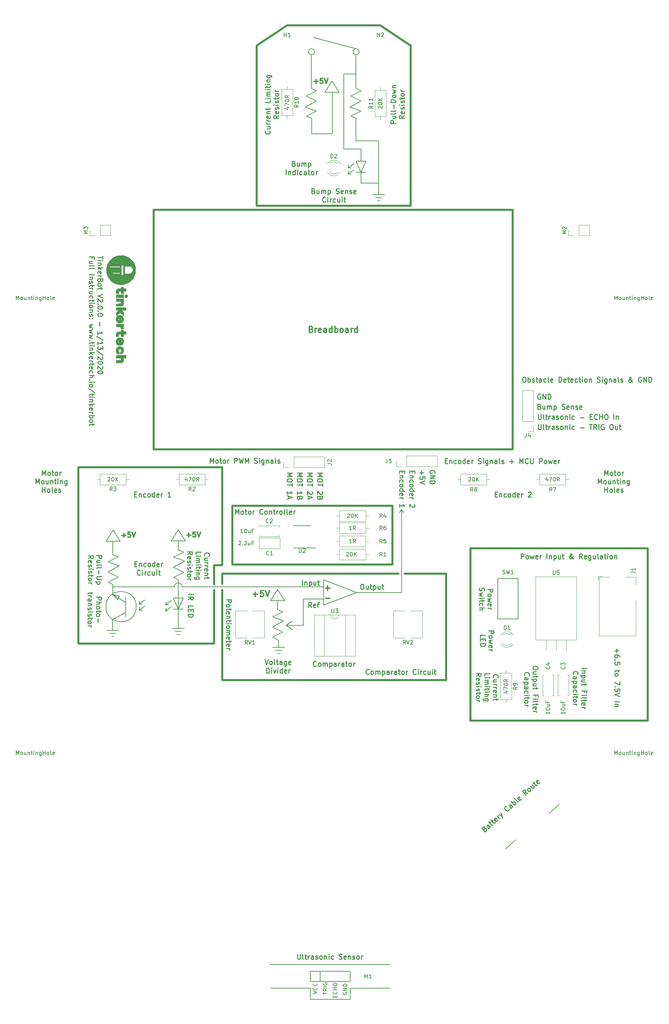
<source format=gbr>
G04 #@! TF.GenerationSoftware,KiCad,Pcbnew,(5.0.1)-3*
G04 #@! TF.CreationDate,2020-02-12T20:38:56-05:00*
G04 #@! TF.ProjectId,TinkerBot,54696E6B6572426F742E6B696361645F,rev?*
G04 #@! TF.SameCoordinates,Original*
G04 #@! TF.FileFunction,Legend,Top*
G04 #@! TF.FilePolarity,Positive*
%FSLAX46Y46*%
G04 Gerber Fmt 4.6, Leading zero omitted, Abs format (unit mm)*
G04 Created by KiCad (PCBNEW (5.0.1)-3) date 2/12/2020 8:38:56 PM*
%MOMM*%
%LPD*%
G01*
G04 APERTURE LIST*
%ADD10C,0.200000*%
%ADD11C,0.250000*%
%ADD12C,0.500000*%
%ADD13C,0.300000*%
%ADD14C,0.010000*%
%ADD15C,0.120000*%
%ADD16C,0.150000*%
G04 APERTURE END LIST*
D10*
X-55600600Y-19380200D02*
X-40132000Y-19380200D01*
X-40132000Y-19380200D02*
G75*
G02X-38201600Y-19380200I965200J0D01*
G01*
D11*
X47434214Y33196523D02*
X47672309Y33196523D01*
X47791357Y33137000D01*
X47910404Y33017952D01*
X47969928Y32779857D01*
X47969928Y32363190D01*
X47910404Y32125095D01*
X47791357Y32006047D01*
X47672309Y31946523D01*
X47434214Y31946523D01*
X47315166Y32006047D01*
X47196119Y32125095D01*
X47136595Y32363190D01*
X47136595Y32779857D01*
X47196119Y33017952D01*
X47315166Y33137000D01*
X47434214Y33196523D01*
X48505642Y31946523D02*
X48505642Y33196523D01*
X48505642Y32720333D02*
X48624690Y32779857D01*
X48862785Y32779857D01*
X48981833Y32720333D01*
X49041357Y32660809D01*
X49100880Y32541761D01*
X49100880Y32184619D01*
X49041357Y32065571D01*
X48981833Y32006047D01*
X48862785Y31946523D01*
X48624690Y31946523D01*
X48505642Y32006047D01*
X49577071Y32006047D02*
X49696119Y31946523D01*
X49934214Y31946523D01*
X50053261Y32006047D01*
X50112785Y32125095D01*
X50112785Y32184619D01*
X50053261Y32303666D01*
X49934214Y32363190D01*
X49755642Y32363190D01*
X49636595Y32422714D01*
X49577071Y32541761D01*
X49577071Y32601285D01*
X49636595Y32720333D01*
X49755642Y32779857D01*
X49934214Y32779857D01*
X50053261Y32720333D01*
X50469928Y32779857D02*
X50946119Y32779857D01*
X50648500Y33196523D02*
X50648500Y32125095D01*
X50708023Y32006047D01*
X50827071Y31946523D01*
X50946119Y31946523D01*
X51898500Y31946523D02*
X51898500Y32601285D01*
X51838976Y32720333D01*
X51719928Y32779857D01*
X51481833Y32779857D01*
X51362785Y32720333D01*
X51898500Y32006047D02*
X51779452Y31946523D01*
X51481833Y31946523D01*
X51362785Y32006047D01*
X51303261Y32125095D01*
X51303261Y32244142D01*
X51362785Y32363190D01*
X51481833Y32422714D01*
X51779452Y32422714D01*
X51898500Y32482238D01*
X53029452Y32006047D02*
X52910404Y31946523D01*
X52672309Y31946523D01*
X52553261Y32006047D01*
X52493738Y32065571D01*
X52434214Y32184619D01*
X52434214Y32541761D01*
X52493738Y32660809D01*
X52553261Y32720333D01*
X52672309Y32779857D01*
X52910404Y32779857D01*
X53029452Y32720333D01*
X53743738Y31946523D02*
X53624690Y32006047D01*
X53565166Y32125095D01*
X53565166Y33196523D01*
X54696119Y32006047D02*
X54577071Y31946523D01*
X54338976Y31946523D01*
X54219928Y32006047D01*
X54160404Y32125095D01*
X54160404Y32601285D01*
X54219928Y32720333D01*
X54338976Y32779857D01*
X54577071Y32779857D01*
X54696119Y32720333D01*
X54755642Y32601285D01*
X54755642Y32482238D01*
X54160404Y32363190D01*
X56243738Y31946523D02*
X56243738Y33196523D01*
X56541357Y33196523D01*
X56719928Y33137000D01*
X56838976Y33017952D01*
X56898500Y32898904D01*
X56958023Y32660809D01*
X56958023Y32482238D01*
X56898500Y32244142D01*
X56838976Y32125095D01*
X56719928Y32006047D01*
X56541357Y31946523D01*
X56243738Y31946523D01*
X57969928Y32006047D02*
X57850880Y31946523D01*
X57612785Y31946523D01*
X57493738Y32006047D01*
X57434214Y32125095D01*
X57434214Y32601285D01*
X57493738Y32720333D01*
X57612785Y32779857D01*
X57850880Y32779857D01*
X57969928Y32720333D01*
X58029452Y32601285D01*
X58029452Y32482238D01*
X57434214Y32363190D01*
X58386595Y32779857D02*
X58862785Y32779857D01*
X58565166Y33196523D02*
X58565166Y32125095D01*
X58624690Y32006047D01*
X58743738Y31946523D01*
X58862785Y31946523D01*
X59755642Y32006047D02*
X59636595Y31946523D01*
X59398500Y31946523D01*
X59279452Y32006047D01*
X59219928Y32125095D01*
X59219928Y32601285D01*
X59279452Y32720333D01*
X59398500Y32779857D01*
X59636595Y32779857D01*
X59755642Y32720333D01*
X59815166Y32601285D01*
X59815166Y32482238D01*
X59219928Y32363190D01*
X60886595Y32006047D02*
X60767547Y31946523D01*
X60529452Y31946523D01*
X60410404Y32006047D01*
X60350880Y32065571D01*
X60291357Y32184619D01*
X60291357Y32541761D01*
X60350880Y32660809D01*
X60410404Y32720333D01*
X60529452Y32779857D01*
X60767547Y32779857D01*
X60886595Y32720333D01*
X61243738Y32779857D02*
X61719928Y32779857D01*
X61422309Y33196523D02*
X61422309Y32125095D01*
X61481833Y32006047D01*
X61600880Y31946523D01*
X61719928Y31946523D01*
X62136595Y31946523D02*
X62136595Y32779857D01*
X62136595Y33196523D02*
X62077071Y33137000D01*
X62136595Y33077476D01*
X62196119Y33137000D01*
X62136595Y33196523D01*
X62136595Y33077476D01*
X62910404Y31946523D02*
X62791357Y32006047D01*
X62731833Y32065571D01*
X62672309Y32184619D01*
X62672309Y32541761D01*
X62731833Y32660809D01*
X62791357Y32720333D01*
X62910404Y32779857D01*
X63088976Y32779857D01*
X63208023Y32720333D01*
X63267547Y32660809D01*
X63327071Y32541761D01*
X63327071Y32184619D01*
X63267547Y32065571D01*
X63208023Y32006047D01*
X63088976Y31946523D01*
X62910404Y31946523D01*
X63862785Y32779857D02*
X63862785Y31946523D01*
X63862785Y32660809D02*
X63922309Y32720333D01*
X64041357Y32779857D01*
X64219928Y32779857D01*
X64338976Y32720333D01*
X64398500Y32601285D01*
X64398500Y31946523D01*
X65886595Y32006047D02*
X66065166Y31946523D01*
X66362785Y31946523D01*
X66481833Y32006047D01*
X66541357Y32065571D01*
X66600880Y32184619D01*
X66600880Y32303666D01*
X66541357Y32422714D01*
X66481833Y32482238D01*
X66362785Y32541761D01*
X66124690Y32601285D01*
X66005642Y32660809D01*
X65946119Y32720333D01*
X65886595Y32839380D01*
X65886595Y32958428D01*
X65946119Y33077476D01*
X66005642Y33137000D01*
X66124690Y33196523D01*
X66422309Y33196523D01*
X66600880Y33137000D01*
X67136595Y31946523D02*
X67136595Y32779857D01*
X67136595Y33196523D02*
X67077071Y33137000D01*
X67136595Y33077476D01*
X67196119Y33137000D01*
X67136595Y33196523D01*
X67136595Y33077476D01*
X68267547Y32779857D02*
X68267547Y31767952D01*
X68208023Y31648904D01*
X68148500Y31589380D01*
X68029452Y31529857D01*
X67850880Y31529857D01*
X67731833Y31589380D01*
X68267547Y32006047D02*
X68148500Y31946523D01*
X67910404Y31946523D01*
X67791357Y32006047D01*
X67731833Y32065571D01*
X67672309Y32184619D01*
X67672309Y32541761D01*
X67731833Y32660809D01*
X67791357Y32720333D01*
X67910404Y32779857D01*
X68148500Y32779857D01*
X68267547Y32720333D01*
X68862785Y32779857D02*
X68862785Y31946523D01*
X68862785Y32660809D02*
X68922309Y32720333D01*
X69041357Y32779857D01*
X69219928Y32779857D01*
X69338976Y32720333D01*
X69398500Y32601285D01*
X69398500Y31946523D01*
X70529452Y31946523D02*
X70529452Y32601285D01*
X70469928Y32720333D01*
X70350880Y32779857D01*
X70112785Y32779857D01*
X69993738Y32720333D01*
X70529452Y32006047D02*
X70410404Y31946523D01*
X70112785Y31946523D01*
X69993738Y32006047D01*
X69934214Y32125095D01*
X69934214Y32244142D01*
X69993738Y32363190D01*
X70112785Y32422714D01*
X70410404Y32422714D01*
X70529452Y32482238D01*
X71303261Y31946523D02*
X71184214Y32006047D01*
X71124690Y32125095D01*
X71124690Y33196523D01*
X71719928Y32006047D02*
X71838976Y31946523D01*
X72077071Y31946523D01*
X72196119Y32006047D01*
X72255642Y32125095D01*
X72255642Y32184619D01*
X72196119Y32303666D01*
X72077071Y32363190D01*
X71898500Y32363190D01*
X71779452Y32422714D01*
X71719928Y32541761D01*
X71719928Y32601285D01*
X71779452Y32720333D01*
X71898500Y32779857D01*
X72077071Y32779857D01*
X72196119Y32720333D01*
X74755642Y31946523D02*
X74696119Y31946523D01*
X74577071Y32006047D01*
X74398500Y32184619D01*
X74100880Y32541761D01*
X73981833Y32720333D01*
X73922309Y32898904D01*
X73922309Y33017952D01*
X73981833Y33137000D01*
X74100880Y33196523D01*
X74160404Y33196523D01*
X74279452Y33137000D01*
X74338976Y33017952D01*
X74338976Y32958428D01*
X74279452Y32839380D01*
X74219928Y32779857D01*
X73862785Y32541761D01*
X73803261Y32482238D01*
X73743738Y32363190D01*
X73743738Y32184619D01*
X73803261Y32065571D01*
X73862785Y32006047D01*
X73981833Y31946523D01*
X74160404Y31946523D01*
X74279452Y32006047D01*
X74338976Y32065571D01*
X74517547Y32303666D01*
X74577071Y32482238D01*
X74577071Y32601285D01*
X76898500Y33137000D02*
X76779452Y33196523D01*
X76600880Y33196523D01*
X76422309Y33137000D01*
X76303261Y33017952D01*
X76243738Y32898904D01*
X76184214Y32660809D01*
X76184214Y32482238D01*
X76243738Y32244142D01*
X76303261Y32125095D01*
X76422309Y32006047D01*
X76600880Y31946523D01*
X76719928Y31946523D01*
X76898500Y32006047D01*
X76958023Y32065571D01*
X76958023Y32482238D01*
X76719928Y32482238D01*
X77493738Y31946523D02*
X77493738Y33196523D01*
X78208023Y31946523D01*
X78208023Y33196523D01*
X78803261Y31946523D02*
X78803261Y33196523D01*
X79100880Y33196523D01*
X79279452Y33137000D01*
X79398500Y33017952D01*
X79458023Y32898904D01*
X79517547Y32660809D01*
X79517547Y32482238D01*
X79458023Y32244142D01*
X79398500Y32125095D01*
X79279452Y32006047D01*
X79100880Y31946523D01*
X78803261Y31946523D01*
D10*
X53848000Y-76200000D02*
X56388000Y-73914000D01*
X42926000Y-85090000D02*
X45466000Y-82804000D01*
D11*
X67708333Y8559523D02*
X67708333Y9809523D01*
X68125000Y8916666D01*
X68541666Y9809523D01*
X68541666Y8559523D01*
X69315476Y8559523D02*
X69196428Y8619047D01*
X69136904Y8678571D01*
X69077380Y8797619D01*
X69077380Y9154761D01*
X69136904Y9273809D01*
X69196428Y9333333D01*
X69315476Y9392857D01*
X69494047Y9392857D01*
X69613095Y9333333D01*
X69672619Y9273809D01*
X69732142Y9154761D01*
X69732142Y8797619D01*
X69672619Y8678571D01*
X69613095Y8619047D01*
X69494047Y8559523D01*
X69315476Y8559523D01*
X70089285Y9392857D02*
X70565476Y9392857D01*
X70267857Y9809523D02*
X70267857Y8738095D01*
X70327380Y8619047D01*
X70446428Y8559523D01*
X70565476Y8559523D01*
X71160714Y8559523D02*
X71041666Y8619047D01*
X70982142Y8678571D01*
X70922619Y8797619D01*
X70922619Y9154761D01*
X70982142Y9273809D01*
X71041666Y9333333D01*
X71160714Y9392857D01*
X71339285Y9392857D01*
X71458333Y9333333D01*
X71517857Y9273809D01*
X71577380Y9154761D01*
X71577380Y8797619D01*
X71517857Y8678571D01*
X71458333Y8619047D01*
X71339285Y8559523D01*
X71160714Y8559523D01*
X72113095Y8559523D02*
X72113095Y9392857D01*
X72113095Y9154761D02*
X72172619Y9273809D01*
X72232142Y9333333D01*
X72351190Y9392857D01*
X72470238Y9392857D01*
X66101190Y6434523D02*
X66101190Y7684523D01*
X66517857Y6791666D01*
X66934523Y7684523D01*
X66934523Y6434523D01*
X67708333Y6434523D02*
X67589285Y6494047D01*
X67529761Y6553571D01*
X67470238Y6672619D01*
X67470238Y7029761D01*
X67529761Y7148809D01*
X67589285Y7208333D01*
X67708333Y7267857D01*
X67886904Y7267857D01*
X68005952Y7208333D01*
X68065476Y7148809D01*
X68125000Y7029761D01*
X68125000Y6672619D01*
X68065476Y6553571D01*
X68005952Y6494047D01*
X67886904Y6434523D01*
X67708333Y6434523D01*
X69196428Y7267857D02*
X69196428Y6434523D01*
X68660714Y7267857D02*
X68660714Y6613095D01*
X68720238Y6494047D01*
X68839285Y6434523D01*
X69017857Y6434523D01*
X69136904Y6494047D01*
X69196428Y6553571D01*
X69791666Y7267857D02*
X69791666Y6434523D01*
X69791666Y7148809D02*
X69851190Y7208333D01*
X69970238Y7267857D01*
X70148809Y7267857D01*
X70267857Y7208333D01*
X70327380Y7089285D01*
X70327380Y6434523D01*
X70744047Y7267857D02*
X71220238Y7267857D01*
X70922619Y7684523D02*
X70922619Y6613095D01*
X70982142Y6494047D01*
X71101190Y6434523D01*
X71220238Y6434523D01*
X71636904Y6434523D02*
X71636904Y7267857D01*
X71636904Y7684523D02*
X71577380Y7625000D01*
X71636904Y7565476D01*
X71696428Y7625000D01*
X71636904Y7684523D01*
X71636904Y7565476D01*
X72232142Y7267857D02*
X72232142Y6434523D01*
X72232142Y7148809D02*
X72291666Y7208333D01*
X72410714Y7267857D01*
X72589285Y7267857D01*
X72708333Y7208333D01*
X72767857Y7089285D01*
X72767857Y6434523D01*
X73898809Y7267857D02*
X73898809Y6255952D01*
X73839285Y6136904D01*
X73779761Y6077380D01*
X73660714Y6017857D01*
X73482142Y6017857D01*
X73363095Y6077380D01*
X73898809Y6494047D02*
X73779761Y6434523D01*
X73541666Y6434523D01*
X73422619Y6494047D01*
X73363095Y6553571D01*
X73303571Y6672619D01*
X73303571Y7029761D01*
X73363095Y7148809D01*
X73422619Y7208333D01*
X73541666Y7267857D01*
X73779761Y7267857D01*
X73898809Y7208333D01*
X67708333Y4309523D02*
X67708333Y5559523D01*
X67708333Y4964285D02*
X68422619Y4964285D01*
X68422619Y4309523D02*
X68422619Y5559523D01*
X69196428Y4309523D02*
X69077380Y4369047D01*
X69017857Y4428571D01*
X68958333Y4547619D01*
X68958333Y4904761D01*
X69017857Y5023809D01*
X69077380Y5083333D01*
X69196428Y5142857D01*
X69375000Y5142857D01*
X69494047Y5083333D01*
X69553571Y5023809D01*
X69613095Y4904761D01*
X69613095Y4547619D01*
X69553571Y4428571D01*
X69494047Y4369047D01*
X69375000Y4309523D01*
X69196428Y4309523D01*
X70327380Y4309523D02*
X70208333Y4369047D01*
X70148809Y4488095D01*
X70148809Y5559523D01*
X71279761Y4369047D02*
X71160714Y4309523D01*
X70922619Y4309523D01*
X70803571Y4369047D01*
X70744047Y4488095D01*
X70744047Y4964285D01*
X70803571Y5083333D01*
X70922619Y5142857D01*
X71160714Y5142857D01*
X71279761Y5083333D01*
X71339285Y4964285D01*
X71339285Y4845238D01*
X70744047Y4726190D01*
X71815476Y4369047D02*
X71934523Y4309523D01*
X72172619Y4309523D01*
X72291666Y4369047D01*
X72351190Y4488095D01*
X72351190Y4547619D01*
X72291666Y4666666D01*
X72172619Y4726190D01*
X71994047Y4726190D01*
X71875000Y4785714D01*
X71815476Y4904761D01*
X71815476Y4964285D01*
X71875000Y5083333D01*
X71994047Y5142857D01*
X72172619Y5142857D01*
X72291666Y5083333D01*
X-73291666Y8559523D02*
X-73291666Y9809523D01*
X-72875000Y8916666D01*
X-72458333Y9809523D01*
X-72458333Y8559523D01*
X-71684523Y8559523D02*
X-71803571Y8619047D01*
X-71863095Y8678571D01*
X-71922619Y8797619D01*
X-71922619Y9154761D01*
X-71863095Y9273809D01*
X-71803571Y9333333D01*
X-71684523Y9392857D01*
X-71505952Y9392857D01*
X-71386904Y9333333D01*
X-71327380Y9273809D01*
X-71267857Y9154761D01*
X-71267857Y8797619D01*
X-71327380Y8678571D01*
X-71386904Y8619047D01*
X-71505952Y8559523D01*
X-71684523Y8559523D01*
X-70910714Y9392857D02*
X-70434523Y9392857D01*
X-70732142Y9809523D02*
X-70732142Y8738095D01*
X-70672619Y8619047D01*
X-70553571Y8559523D01*
X-70434523Y8559523D01*
X-69839285Y8559523D02*
X-69958333Y8619047D01*
X-70017857Y8678571D01*
X-70077380Y8797619D01*
X-70077380Y9154761D01*
X-70017857Y9273809D01*
X-69958333Y9333333D01*
X-69839285Y9392857D01*
X-69660714Y9392857D01*
X-69541666Y9333333D01*
X-69482142Y9273809D01*
X-69422619Y9154761D01*
X-69422619Y8797619D01*
X-69482142Y8678571D01*
X-69541666Y8619047D01*
X-69660714Y8559523D01*
X-69839285Y8559523D01*
X-68886904Y8559523D02*
X-68886904Y9392857D01*
X-68886904Y9154761D02*
X-68827380Y9273809D01*
X-68767857Y9333333D01*
X-68648809Y9392857D01*
X-68529761Y9392857D01*
X-74898809Y6434523D02*
X-74898809Y7684523D01*
X-74482142Y6791666D01*
X-74065476Y7684523D01*
X-74065476Y6434523D01*
X-73291666Y6434523D02*
X-73410714Y6494047D01*
X-73470238Y6553571D01*
X-73529761Y6672619D01*
X-73529761Y7029761D01*
X-73470238Y7148809D01*
X-73410714Y7208333D01*
X-73291666Y7267857D01*
X-73113095Y7267857D01*
X-72994047Y7208333D01*
X-72934523Y7148809D01*
X-72875000Y7029761D01*
X-72875000Y6672619D01*
X-72934523Y6553571D01*
X-72994047Y6494047D01*
X-73113095Y6434523D01*
X-73291666Y6434523D01*
X-71803571Y7267857D02*
X-71803571Y6434523D01*
X-72339285Y7267857D02*
X-72339285Y6613095D01*
X-72279761Y6494047D01*
X-72160714Y6434523D01*
X-71982142Y6434523D01*
X-71863095Y6494047D01*
X-71803571Y6553571D01*
X-71208333Y7267857D02*
X-71208333Y6434523D01*
X-71208333Y7148809D02*
X-71148809Y7208333D01*
X-71029761Y7267857D01*
X-70851190Y7267857D01*
X-70732142Y7208333D01*
X-70672619Y7089285D01*
X-70672619Y6434523D01*
X-70255952Y7267857D02*
X-69779761Y7267857D01*
X-70077380Y7684523D02*
X-70077380Y6613095D01*
X-70017857Y6494047D01*
X-69898809Y6434523D01*
X-69779761Y6434523D01*
X-69363095Y6434523D02*
X-69363095Y7267857D01*
X-69363095Y7684523D02*
X-69422619Y7625000D01*
X-69363095Y7565476D01*
X-69303571Y7625000D01*
X-69363095Y7684523D01*
X-69363095Y7565476D01*
X-68767857Y7267857D02*
X-68767857Y6434523D01*
X-68767857Y7148809D02*
X-68708333Y7208333D01*
X-68589285Y7267857D01*
X-68410714Y7267857D01*
X-68291666Y7208333D01*
X-68232142Y7089285D01*
X-68232142Y6434523D01*
X-67101190Y7267857D02*
X-67101190Y6255952D01*
X-67160714Y6136904D01*
X-67220238Y6077380D01*
X-67339285Y6017857D01*
X-67517857Y6017857D01*
X-67636904Y6077380D01*
X-67101190Y6494047D02*
X-67220238Y6434523D01*
X-67458333Y6434523D01*
X-67577380Y6494047D01*
X-67636904Y6553571D01*
X-67696428Y6672619D01*
X-67696428Y7029761D01*
X-67636904Y7148809D01*
X-67577380Y7208333D01*
X-67458333Y7267857D01*
X-67220238Y7267857D01*
X-67101190Y7208333D01*
X-73291666Y4309523D02*
X-73291666Y5559523D01*
X-73291666Y4964285D02*
X-72577380Y4964285D01*
X-72577380Y4309523D02*
X-72577380Y5559523D01*
X-71803571Y4309523D02*
X-71922619Y4369047D01*
X-71982142Y4428571D01*
X-72041666Y4547619D01*
X-72041666Y4904761D01*
X-71982142Y5023809D01*
X-71922619Y5083333D01*
X-71803571Y5142857D01*
X-71625000Y5142857D01*
X-71505952Y5083333D01*
X-71446428Y5023809D01*
X-71386904Y4904761D01*
X-71386904Y4547619D01*
X-71446428Y4428571D01*
X-71505952Y4369047D01*
X-71625000Y4309523D01*
X-71803571Y4309523D01*
X-70672619Y4309523D02*
X-70791666Y4369047D01*
X-70851190Y4488095D01*
X-70851190Y5559523D01*
X-69720238Y4369047D02*
X-69839285Y4309523D01*
X-70077380Y4309523D01*
X-70196428Y4369047D01*
X-70255952Y4488095D01*
X-70255952Y4964285D01*
X-70196428Y5083333D01*
X-70077380Y5142857D01*
X-69839285Y5142857D01*
X-69720238Y5083333D01*
X-69660714Y4964285D01*
X-69660714Y4845238D01*
X-70255952Y4726190D01*
X-69184523Y4369047D02*
X-69065476Y4309523D01*
X-68827380Y4309523D01*
X-68708333Y4369047D01*
X-68648809Y4488095D01*
X-68648809Y4547619D01*
X-68708333Y4666666D01*
X-68827380Y4726190D01*
X-69005952Y4726190D01*
X-69125000Y4785714D01*
X-69184523Y4904761D01*
X-69184523Y4964285D01*
X-69125000Y5083333D01*
X-69005952Y5142857D01*
X-68827380Y5142857D01*
X-68708333Y5083333D01*
X-9280238Y-111410476D02*
X-9280238Y-112422380D01*
X-9220714Y-112541428D01*
X-9161190Y-112600952D01*
X-9042142Y-112660476D01*
X-8804047Y-112660476D01*
X-8685000Y-112600952D01*
X-8625476Y-112541428D01*
X-8565952Y-112422380D01*
X-8565952Y-111410476D01*
X-7792142Y-112660476D02*
X-7911190Y-112600952D01*
X-7970714Y-112481904D01*
X-7970714Y-111410476D01*
X-7494523Y-111827142D02*
X-7018333Y-111827142D01*
X-7315952Y-111410476D02*
X-7315952Y-112481904D01*
X-7256428Y-112600952D01*
X-7137380Y-112660476D01*
X-7018333Y-112660476D01*
X-6601666Y-112660476D02*
X-6601666Y-111827142D01*
X-6601666Y-112065238D02*
X-6542142Y-111946190D01*
X-6482619Y-111886666D01*
X-6363571Y-111827142D01*
X-6244523Y-111827142D01*
X-5292142Y-112660476D02*
X-5292142Y-112005714D01*
X-5351666Y-111886666D01*
X-5470714Y-111827142D01*
X-5708809Y-111827142D01*
X-5827857Y-111886666D01*
X-5292142Y-112600952D02*
X-5411190Y-112660476D01*
X-5708809Y-112660476D01*
X-5827857Y-112600952D01*
X-5887380Y-112481904D01*
X-5887380Y-112362857D01*
X-5827857Y-112243809D01*
X-5708809Y-112184285D01*
X-5411190Y-112184285D01*
X-5292142Y-112124761D01*
X-4756428Y-112600952D02*
X-4637380Y-112660476D01*
X-4399285Y-112660476D01*
X-4280238Y-112600952D01*
X-4220714Y-112481904D01*
X-4220714Y-112422380D01*
X-4280238Y-112303333D01*
X-4399285Y-112243809D01*
X-4577857Y-112243809D01*
X-4696904Y-112184285D01*
X-4756428Y-112065238D01*
X-4756428Y-112005714D01*
X-4696904Y-111886666D01*
X-4577857Y-111827142D01*
X-4399285Y-111827142D01*
X-4280238Y-111886666D01*
X-3506428Y-112660476D02*
X-3625476Y-112600952D01*
X-3685000Y-112541428D01*
X-3744523Y-112422380D01*
X-3744523Y-112065238D01*
X-3685000Y-111946190D01*
X-3625476Y-111886666D01*
X-3506428Y-111827142D01*
X-3327857Y-111827142D01*
X-3208809Y-111886666D01*
X-3149285Y-111946190D01*
X-3089761Y-112065238D01*
X-3089761Y-112422380D01*
X-3149285Y-112541428D01*
X-3208809Y-112600952D01*
X-3327857Y-112660476D01*
X-3506428Y-112660476D01*
X-2554047Y-111827142D02*
X-2554047Y-112660476D01*
X-2554047Y-111946190D02*
X-2494523Y-111886666D01*
X-2375476Y-111827142D01*
X-2196904Y-111827142D01*
X-2077857Y-111886666D01*
X-2018333Y-112005714D01*
X-2018333Y-112660476D01*
X-1423095Y-112660476D02*
X-1423095Y-111827142D01*
X-1423095Y-111410476D02*
X-1482619Y-111470000D01*
X-1423095Y-111529523D01*
X-1363571Y-111470000D01*
X-1423095Y-111410476D01*
X-1423095Y-111529523D01*
X-292142Y-112600952D02*
X-411190Y-112660476D01*
X-649285Y-112660476D01*
X-768333Y-112600952D01*
X-827857Y-112541428D01*
X-887380Y-112422380D01*
X-887380Y-112065238D01*
X-827857Y-111946190D01*
X-768333Y-111886666D01*
X-649285Y-111827142D01*
X-411190Y-111827142D01*
X-292142Y-111886666D01*
X1136428Y-112600952D02*
X1314999Y-112660476D01*
X1612619Y-112660476D01*
X1731666Y-112600952D01*
X1791190Y-112541428D01*
X1850714Y-112422380D01*
X1850714Y-112303333D01*
X1791190Y-112184285D01*
X1731666Y-112124761D01*
X1612619Y-112065238D01*
X1374523Y-112005714D01*
X1255476Y-111946190D01*
X1195952Y-111886666D01*
X1136428Y-111767619D01*
X1136428Y-111648571D01*
X1195952Y-111529523D01*
X1255476Y-111470000D01*
X1374523Y-111410476D01*
X1672142Y-111410476D01*
X1850714Y-111470000D01*
X2862619Y-112600952D02*
X2743571Y-112660476D01*
X2505476Y-112660476D01*
X2386428Y-112600952D01*
X2326904Y-112481904D01*
X2326904Y-112005714D01*
X2386428Y-111886666D01*
X2505476Y-111827142D01*
X2743571Y-111827142D01*
X2862619Y-111886666D01*
X2922142Y-112005714D01*
X2922142Y-112124761D01*
X2326904Y-112243809D01*
X3457857Y-111827142D02*
X3457857Y-112660476D01*
X3457857Y-111946190D02*
X3517380Y-111886666D01*
X3636428Y-111827142D01*
X3814999Y-111827142D01*
X3934047Y-111886666D01*
X3993571Y-112005714D01*
X3993571Y-112660476D01*
X4529285Y-112600952D02*
X4648333Y-112660476D01*
X4886428Y-112660476D01*
X5005476Y-112600952D01*
X5064999Y-112481904D01*
X5064999Y-112422380D01*
X5005476Y-112303333D01*
X4886428Y-112243809D01*
X4707857Y-112243809D01*
X4588809Y-112184285D01*
X4529285Y-112065238D01*
X4529285Y-112005714D01*
X4588809Y-111886666D01*
X4707857Y-111827142D01*
X4886428Y-111827142D01*
X5005476Y-111886666D01*
X5779285Y-112660476D02*
X5660238Y-112600952D01*
X5600714Y-112541428D01*
X5541190Y-112422380D01*
X5541190Y-112065238D01*
X5600714Y-111946190D01*
X5660238Y-111886666D01*
X5779285Y-111827142D01*
X5957857Y-111827142D01*
X6076904Y-111886666D01*
X6136428Y-111946190D01*
X6195952Y-112065238D01*
X6195952Y-112422380D01*
X6136428Y-112541428D01*
X6076904Y-112600952D01*
X5957857Y-112660476D01*
X5779285Y-112660476D01*
X6731666Y-112660476D02*
X6731666Y-111827142D01*
X6731666Y-112065238D02*
X6791190Y-111946190D01*
X6850714Y-111886666D01*
X6969761Y-111827142D01*
X7088809Y-111827142D01*
X37589504Y-79996369D02*
X37762037Y-79921116D01*
X37846101Y-79925522D01*
X37969995Y-79974163D01*
X38089482Y-80106867D01*
X38124906Y-80235166D01*
X38120500Y-80319230D01*
X38071860Y-80443123D01*
X37717981Y-80761757D01*
X36881568Y-79832826D01*
X37191212Y-79554021D01*
X37319510Y-79518598D01*
X37403574Y-79523003D01*
X37527468Y-79571644D01*
X37607126Y-79660113D01*
X37642550Y-79788412D01*
X37638144Y-79872476D01*
X37589504Y-79996369D01*
X37279860Y-80275174D01*
X39045026Y-79566881D02*
X38606904Y-79080298D01*
X38483011Y-79031657D01*
X38354712Y-79067081D01*
X38177773Y-79226398D01*
X38129133Y-79350291D01*
X39005196Y-79522646D02*
X38956556Y-79646539D01*
X38735382Y-79845685D01*
X38607083Y-79881109D01*
X38483190Y-79832468D01*
X38403531Y-79743999D01*
X38368108Y-79615700D01*
X38416748Y-79491806D01*
X38637922Y-79292660D01*
X38686563Y-79168767D01*
X38797060Y-78668789D02*
X39150939Y-78350155D01*
X38650960Y-78239657D02*
X39367886Y-79035884D01*
X39491779Y-79084525D01*
X39620078Y-79049101D01*
X39708548Y-78969443D01*
X39327878Y-78190838D02*
X39681757Y-77872205D01*
X39181778Y-77761707D02*
X39898704Y-78557934D01*
X40022597Y-78606574D01*
X40150896Y-78571150D01*
X40239365Y-78491492D01*
X40863058Y-77849819D02*
X40814418Y-77973712D01*
X40637479Y-78133029D01*
X40509180Y-78168453D01*
X40385287Y-78119812D01*
X40066653Y-77765934D01*
X40031229Y-77637635D01*
X40079870Y-77513742D01*
X40256809Y-77354425D01*
X40385108Y-77319001D01*
X40509001Y-77367642D01*
X40588660Y-77456112D01*
X40225970Y-77942873D01*
X41345236Y-77495762D02*
X40787627Y-76876475D01*
X40946944Y-77053414D02*
X40911520Y-76925115D01*
X40915926Y-76841051D01*
X40964566Y-76717158D01*
X41053036Y-76637499D01*
X41274210Y-76438353D02*
X42052993Y-76858495D01*
X41716558Y-76040061D02*
X42052993Y-76858495D01*
X42163669Y-77159327D01*
X42159263Y-77243391D01*
X42110623Y-77367284D01*
X43786962Y-75137028D02*
X43782556Y-75221092D01*
X43689681Y-75384814D01*
X43601211Y-75464473D01*
X43428677Y-75539725D01*
X43260549Y-75530914D01*
X43136656Y-75482274D01*
X42933105Y-75345164D01*
X42813617Y-75212459D01*
X42698535Y-74995691D01*
X42663111Y-74867392D01*
X42671923Y-74699264D01*
X42764798Y-74535542D01*
X42853267Y-74455883D01*
X43025801Y-74380630D01*
X43109865Y-74385036D01*
X44662847Y-74508572D02*
X44224725Y-74021989D01*
X44100832Y-73973348D01*
X43972533Y-74008772D01*
X43795594Y-74168089D01*
X43746954Y-74291982D01*
X44623017Y-74464337D02*
X44574377Y-74588230D01*
X44353203Y-74787376D01*
X44224904Y-74822800D01*
X44101011Y-74774159D01*
X44021352Y-74685690D01*
X43985929Y-74557391D01*
X44034569Y-74433498D01*
X44255743Y-74234352D01*
X44304384Y-74110459D01*
X45105195Y-74110280D02*
X44268781Y-73181349D01*
X44587415Y-73535227D02*
X44636055Y-73411334D01*
X44812995Y-73252017D01*
X44941294Y-73216594D01*
X45025358Y-73220999D01*
X45149251Y-73269640D01*
X45388226Y-73535049D01*
X45423650Y-73663347D01*
X45419244Y-73747411D01*
X45370604Y-73871305D01*
X45193664Y-74030621D01*
X45065365Y-74066045D01*
X46078361Y-73234037D02*
X45950062Y-73269461D01*
X45826168Y-73220820D01*
X45109243Y-72424594D01*
X46746288Y-72552535D02*
X46697648Y-72676428D01*
X46520709Y-72835745D01*
X46392410Y-72871169D01*
X46268517Y-72822528D01*
X45949883Y-72468650D01*
X45914459Y-72340351D01*
X45963100Y-72216458D01*
X46140039Y-72057141D01*
X46268338Y-72021718D01*
X46392231Y-72070358D01*
X46471889Y-72158828D01*
X46109200Y-72645589D01*
X48467040Y-71083260D02*
X47759105Y-70919717D01*
X47936223Y-71561211D02*
X47099809Y-70632280D01*
X47453688Y-70313646D01*
X47581987Y-70278223D01*
X47666051Y-70282628D01*
X47789944Y-70331269D01*
X47909431Y-70463973D01*
X47944855Y-70592272D01*
X47940449Y-70676336D01*
X47891809Y-70800229D01*
X47537931Y-71118863D01*
X48997858Y-70605310D02*
X48869559Y-70640734D01*
X48785495Y-70636328D01*
X48661602Y-70587687D01*
X48422627Y-70322279D01*
X48387203Y-70193980D01*
X48391609Y-70109916D01*
X48440249Y-69986023D01*
X48572954Y-69866535D01*
X48701252Y-69831111D01*
X48785316Y-69835517D01*
X48909210Y-69884157D01*
X49148185Y-70149566D01*
X49183608Y-70277865D01*
X49179203Y-70361929D01*
X49130562Y-70485822D01*
X48997858Y-70605310D01*
X49546119Y-68990293D02*
X50103728Y-69609580D01*
X49148006Y-69348755D02*
X49586127Y-69835338D01*
X49710021Y-69883979D01*
X49838319Y-69848555D01*
X49971024Y-69729067D01*
X50019664Y-69605174D01*
X50024070Y-69521110D01*
X49855763Y-68711488D02*
X50209642Y-68392854D01*
X49709663Y-68282357D02*
X50426589Y-69078583D01*
X50550482Y-69127224D01*
X50678781Y-69091800D01*
X50767250Y-69012142D01*
X51390943Y-68370469D02*
X51342303Y-68494362D01*
X51165364Y-68653679D01*
X51037065Y-68689103D01*
X50913172Y-68640462D01*
X50594538Y-68286584D01*
X50559115Y-68158285D01*
X50607755Y-68034392D01*
X50784694Y-67875075D01*
X50912993Y-67839651D01*
X51036886Y-67888292D01*
X51116545Y-67976761D01*
X50753855Y-68463523D01*
X-58111976Y63518452D02*
X-58111976Y62804166D01*
X-59361976Y63161309D02*
X-58111976Y63161309D01*
X-59361976Y62387500D02*
X-58528642Y62387500D01*
X-58111976Y62387500D02*
X-58171500Y62447023D01*
X-58231023Y62387500D01*
X-58171500Y62327976D01*
X-58111976Y62387500D01*
X-58231023Y62387500D01*
X-58528642Y61792261D02*
X-59361976Y61792261D01*
X-58647690Y61792261D02*
X-58588166Y61732738D01*
X-58528642Y61613690D01*
X-58528642Y61435119D01*
X-58588166Y61316071D01*
X-58707214Y61256547D01*
X-59361976Y61256547D01*
X-59361976Y60661309D02*
X-58111976Y60661309D01*
X-58885785Y60542261D02*
X-59361976Y60185119D01*
X-58528642Y60185119D02*
X-59004833Y60661309D01*
X-59302452Y59173214D02*
X-59361976Y59292261D01*
X-59361976Y59530357D01*
X-59302452Y59649404D01*
X-59183404Y59708928D01*
X-58707214Y59708928D01*
X-58588166Y59649404D01*
X-58528642Y59530357D01*
X-58528642Y59292261D01*
X-58588166Y59173214D01*
X-58707214Y59113690D01*
X-58826261Y59113690D01*
X-58945309Y59708928D01*
X-59361976Y58577976D02*
X-58528642Y58577976D01*
X-58766738Y58577976D02*
X-58647690Y58518452D01*
X-58588166Y58458928D01*
X-58528642Y58339880D01*
X-58528642Y58220833D01*
X-58707214Y57387500D02*
X-58766738Y57208928D01*
X-58826261Y57149404D01*
X-58945309Y57089880D01*
X-59123880Y57089880D01*
X-59242928Y57149404D01*
X-59302452Y57208928D01*
X-59361976Y57327976D01*
X-59361976Y57804166D01*
X-58111976Y57804166D01*
X-58111976Y57387500D01*
X-58171500Y57268452D01*
X-58231023Y57208928D01*
X-58350071Y57149404D01*
X-58469119Y57149404D01*
X-58588166Y57208928D01*
X-58647690Y57268452D01*
X-58707214Y57387500D01*
X-58707214Y57804166D01*
X-59361976Y56375595D02*
X-59302452Y56494642D01*
X-59242928Y56554166D01*
X-59123880Y56613690D01*
X-58766738Y56613690D01*
X-58647690Y56554166D01*
X-58588166Y56494642D01*
X-58528642Y56375595D01*
X-58528642Y56197023D01*
X-58588166Y56077976D01*
X-58647690Y56018452D01*
X-58766738Y55958928D01*
X-59123880Y55958928D01*
X-59242928Y56018452D01*
X-59302452Y56077976D01*
X-59361976Y56197023D01*
X-59361976Y56375595D01*
X-58528642Y55601785D02*
X-58528642Y55125595D01*
X-58111976Y55423214D02*
X-59183404Y55423214D01*
X-59302452Y55363690D01*
X-59361976Y55244642D01*
X-59361976Y55125595D01*
X-58111976Y53935119D02*
X-59361976Y53518452D01*
X-58111976Y53101785D01*
X-58231023Y52744642D02*
X-58171500Y52685119D01*
X-58111976Y52566071D01*
X-58111976Y52268452D01*
X-58171500Y52149404D01*
X-58231023Y52089880D01*
X-58350071Y52030357D01*
X-58469119Y52030357D01*
X-58647690Y52089880D01*
X-59361976Y52804166D01*
X-59361976Y52030357D01*
X-59242928Y51494642D02*
X-59302452Y51435119D01*
X-59361976Y51494642D01*
X-59302452Y51554166D01*
X-59242928Y51494642D01*
X-59361976Y51494642D01*
X-58111976Y50661309D02*
X-58111976Y50542261D01*
X-58171500Y50423214D01*
X-58231023Y50363690D01*
X-58350071Y50304166D01*
X-58588166Y50244642D01*
X-58885785Y50244642D01*
X-59123880Y50304166D01*
X-59242928Y50363690D01*
X-59302452Y50423214D01*
X-59361976Y50542261D01*
X-59361976Y50661309D01*
X-59302452Y50780357D01*
X-59242928Y50839880D01*
X-59123880Y50899404D01*
X-58885785Y50958928D01*
X-58588166Y50958928D01*
X-58350071Y50899404D01*
X-58231023Y50839880D01*
X-58171500Y50780357D01*
X-58111976Y50661309D01*
X-59242928Y49708928D02*
X-59302452Y49649404D01*
X-59361976Y49708928D01*
X-59302452Y49768452D01*
X-59242928Y49708928D01*
X-59361976Y49708928D01*
X-58111976Y48875595D02*
X-58111976Y48756547D01*
X-58171500Y48637500D01*
X-58231023Y48577976D01*
X-58350071Y48518452D01*
X-58588166Y48458928D01*
X-58885785Y48458928D01*
X-59123880Y48518452D01*
X-59242928Y48577976D01*
X-59302452Y48637500D01*
X-59361976Y48756547D01*
X-59361976Y48875595D01*
X-59302452Y48994642D01*
X-59242928Y49054166D01*
X-59123880Y49113690D01*
X-58885785Y49173214D01*
X-58588166Y49173214D01*
X-58350071Y49113690D01*
X-58231023Y49054166D01*
X-58171500Y48994642D01*
X-58111976Y48875595D01*
X-58885785Y46970833D02*
X-58885785Y46018452D01*
X-59361976Y43816071D02*
X-59361976Y44530357D01*
X-59361976Y44173214D02*
X-58111976Y44173214D01*
X-58290547Y44292261D01*
X-58409595Y44411309D01*
X-58469119Y44530357D01*
X-58052452Y42387500D02*
X-59659595Y43458928D01*
X-59361976Y41316071D02*
X-59361976Y42030357D01*
X-59361976Y41673214D02*
X-58111976Y41673214D01*
X-58290547Y41792261D01*
X-58409595Y41911309D01*
X-58469119Y42030357D01*
X-58111976Y40899404D02*
X-58111976Y40125595D01*
X-58588166Y40542261D01*
X-58588166Y40363690D01*
X-58647690Y40244642D01*
X-58707214Y40185119D01*
X-58826261Y40125595D01*
X-59123880Y40125595D01*
X-59242928Y40185119D01*
X-59302452Y40244642D01*
X-59361976Y40363690D01*
X-59361976Y40720833D01*
X-59302452Y40839880D01*
X-59242928Y40899404D01*
X-58052452Y38697023D02*
X-59659595Y39768452D01*
X-58231023Y38339880D02*
X-58171500Y38280357D01*
X-58111976Y38161309D01*
X-58111976Y37863690D01*
X-58171500Y37744642D01*
X-58231023Y37685119D01*
X-58350071Y37625595D01*
X-58469119Y37625595D01*
X-58647690Y37685119D01*
X-59361976Y38399404D01*
X-59361976Y37625595D01*
X-58111976Y36851785D02*
X-58111976Y36732738D01*
X-58171500Y36613690D01*
X-58231023Y36554166D01*
X-58350071Y36494642D01*
X-58588166Y36435119D01*
X-58885785Y36435119D01*
X-59123880Y36494642D01*
X-59242928Y36554166D01*
X-59302452Y36613690D01*
X-59361976Y36732738D01*
X-59361976Y36851785D01*
X-59302452Y36970833D01*
X-59242928Y37030357D01*
X-59123880Y37089880D01*
X-58885785Y37149404D01*
X-58588166Y37149404D01*
X-58350071Y37089880D01*
X-58231023Y37030357D01*
X-58171500Y36970833D01*
X-58111976Y36851785D01*
X-58231023Y35958928D02*
X-58171500Y35899404D01*
X-58111976Y35780357D01*
X-58111976Y35482738D01*
X-58171500Y35363690D01*
X-58231023Y35304166D01*
X-58350071Y35244642D01*
X-58469119Y35244642D01*
X-58647690Y35304166D01*
X-59361976Y36018452D01*
X-59361976Y35244642D01*
X-58111976Y34470833D02*
X-58111976Y34351785D01*
X-58171500Y34232738D01*
X-58231023Y34173214D01*
X-58350071Y34113690D01*
X-58588166Y34054166D01*
X-58885785Y34054166D01*
X-59123880Y34113690D01*
X-59242928Y34173214D01*
X-59302452Y34232738D01*
X-59361976Y34351785D01*
X-59361976Y34470833D01*
X-59302452Y34589880D01*
X-59242928Y34649404D01*
X-59123880Y34708928D01*
X-58885785Y34768452D01*
X-58588166Y34768452D01*
X-58350071Y34708928D01*
X-58231023Y34649404D01*
X-58171500Y34589880D01*
X-58111976Y34470833D01*
X-60832214Y62923214D02*
X-60832214Y63339880D01*
X-61486976Y63339880D02*
X-60236976Y63339880D01*
X-60236976Y62744642D01*
X-60653642Y61732738D02*
X-61486976Y61732738D01*
X-60653642Y62268452D02*
X-61308404Y62268452D01*
X-61427452Y62208928D01*
X-61486976Y62089880D01*
X-61486976Y61911309D01*
X-61427452Y61792261D01*
X-61367928Y61732738D01*
X-61486976Y60958928D02*
X-61427452Y61077976D01*
X-61308404Y61137500D01*
X-60236976Y61137500D01*
X-61486976Y60304166D02*
X-61427452Y60423214D01*
X-61308404Y60482738D01*
X-60236976Y60482738D01*
X-61486976Y58875595D02*
X-60236976Y58875595D01*
X-60653642Y58280357D02*
X-61486976Y58280357D01*
X-60772690Y58280357D02*
X-60713166Y58220833D01*
X-60653642Y58101785D01*
X-60653642Y57923214D01*
X-60713166Y57804166D01*
X-60832214Y57744642D01*
X-61486976Y57744642D01*
X-61427452Y57208928D02*
X-61486976Y57089880D01*
X-61486976Y56851785D01*
X-61427452Y56732738D01*
X-61308404Y56673214D01*
X-61248880Y56673214D01*
X-61129833Y56732738D01*
X-61070309Y56851785D01*
X-61070309Y57030357D01*
X-61010785Y57149404D01*
X-60891738Y57208928D01*
X-60832214Y57208928D01*
X-60713166Y57149404D01*
X-60653642Y57030357D01*
X-60653642Y56851785D01*
X-60713166Y56732738D01*
X-60653642Y56316071D02*
X-60653642Y55839880D01*
X-60236976Y56137500D02*
X-61308404Y56137500D01*
X-61427452Y56077976D01*
X-61486976Y55958928D01*
X-61486976Y55839880D01*
X-61486976Y55423214D02*
X-60653642Y55423214D01*
X-60891738Y55423214D02*
X-60772690Y55363690D01*
X-60713166Y55304166D01*
X-60653642Y55185119D01*
X-60653642Y55066071D01*
X-60653642Y54113690D02*
X-61486976Y54113690D01*
X-60653642Y54649404D02*
X-61308404Y54649404D01*
X-61427452Y54589880D01*
X-61486976Y54470833D01*
X-61486976Y54292261D01*
X-61427452Y54173214D01*
X-61367928Y54113690D01*
X-61427452Y52982738D02*
X-61486976Y53101785D01*
X-61486976Y53339880D01*
X-61427452Y53458928D01*
X-61367928Y53518452D01*
X-61248880Y53577976D01*
X-60891738Y53577976D01*
X-60772690Y53518452D01*
X-60713166Y53458928D01*
X-60653642Y53339880D01*
X-60653642Y53101785D01*
X-60713166Y52982738D01*
X-60653642Y52625595D02*
X-60653642Y52149404D01*
X-60236976Y52447023D02*
X-61308404Y52447023D01*
X-61427452Y52387500D01*
X-61486976Y52268452D01*
X-61486976Y52149404D01*
X-61486976Y51732738D02*
X-60653642Y51732738D01*
X-60236976Y51732738D02*
X-60296500Y51792261D01*
X-60356023Y51732738D01*
X-60296500Y51673214D01*
X-60236976Y51732738D01*
X-60356023Y51732738D01*
X-61486976Y50958928D02*
X-61427452Y51077976D01*
X-61367928Y51137500D01*
X-61248880Y51197023D01*
X-60891738Y51197023D01*
X-60772690Y51137500D01*
X-60713166Y51077976D01*
X-60653642Y50958928D01*
X-60653642Y50780357D01*
X-60713166Y50661309D01*
X-60772690Y50601785D01*
X-60891738Y50542261D01*
X-61248880Y50542261D01*
X-61367928Y50601785D01*
X-61427452Y50661309D01*
X-61486976Y50780357D01*
X-61486976Y50958928D01*
X-60653642Y50006547D02*
X-61486976Y50006547D01*
X-60772690Y50006547D02*
X-60713166Y49947023D01*
X-60653642Y49827976D01*
X-60653642Y49649404D01*
X-60713166Y49530357D01*
X-60832214Y49470833D01*
X-61486976Y49470833D01*
X-61427452Y48935119D02*
X-61486976Y48816071D01*
X-61486976Y48577976D01*
X-61427452Y48458928D01*
X-61308404Y48399404D01*
X-61248880Y48399404D01*
X-61129833Y48458928D01*
X-61070309Y48577976D01*
X-61070309Y48756547D01*
X-61010785Y48875595D01*
X-60891738Y48935119D01*
X-60832214Y48935119D01*
X-60713166Y48875595D01*
X-60653642Y48756547D01*
X-60653642Y48577976D01*
X-60713166Y48458928D01*
X-61367928Y47863690D02*
X-61427452Y47804166D01*
X-61486976Y47863690D01*
X-61427452Y47923214D01*
X-61367928Y47863690D01*
X-61486976Y47863690D01*
X-60713166Y47863690D02*
X-60772690Y47804166D01*
X-60832214Y47863690D01*
X-60772690Y47923214D01*
X-60713166Y47863690D01*
X-60832214Y47863690D01*
X-60653642Y46435119D02*
X-61486976Y46197023D01*
X-60891738Y45958928D01*
X-61486976Y45720833D01*
X-60653642Y45482738D01*
X-60653642Y45125595D02*
X-61486976Y44887500D01*
X-60891738Y44649404D01*
X-61486976Y44411309D01*
X-60653642Y44173214D01*
X-60653642Y43816071D02*
X-61486976Y43577976D01*
X-60891738Y43339880D01*
X-61486976Y43101785D01*
X-60653642Y42863690D01*
X-61367928Y42387500D02*
X-61427452Y42327976D01*
X-61486976Y42387500D01*
X-61427452Y42447023D01*
X-61367928Y42387500D01*
X-61486976Y42387500D01*
X-60653642Y41970833D02*
X-60653642Y41494642D01*
X-60236976Y41792261D02*
X-61308404Y41792261D01*
X-61427452Y41732738D01*
X-61486976Y41613690D01*
X-61486976Y41494642D01*
X-61486976Y41077976D02*
X-60653642Y41077976D01*
X-60236976Y41077976D02*
X-60296500Y41137500D01*
X-60356023Y41077976D01*
X-60296500Y41018452D01*
X-60236976Y41077976D01*
X-60356023Y41077976D01*
X-60653642Y40482738D02*
X-61486976Y40482738D01*
X-60772690Y40482738D02*
X-60713166Y40423214D01*
X-60653642Y40304166D01*
X-60653642Y40125595D01*
X-60713166Y40006547D01*
X-60832214Y39947023D01*
X-61486976Y39947023D01*
X-61486976Y39351785D02*
X-60236976Y39351785D01*
X-61010785Y39232738D02*
X-61486976Y38875595D01*
X-60653642Y38875595D02*
X-61129833Y39351785D01*
X-61427452Y37863690D02*
X-61486976Y37982738D01*
X-61486976Y38220833D01*
X-61427452Y38339880D01*
X-61308404Y38399404D01*
X-60832214Y38399404D01*
X-60713166Y38339880D01*
X-60653642Y38220833D01*
X-60653642Y37982738D01*
X-60713166Y37863690D01*
X-60832214Y37804166D01*
X-60951261Y37804166D01*
X-61070309Y38399404D01*
X-61486976Y37268452D02*
X-60653642Y37268452D01*
X-60891738Y37268452D02*
X-60772690Y37208928D01*
X-60713166Y37149404D01*
X-60653642Y37030357D01*
X-60653642Y36911309D01*
X-60653642Y36673214D02*
X-60653642Y36197023D01*
X-60236976Y36494642D02*
X-61308404Y36494642D01*
X-61427452Y36435119D01*
X-61486976Y36316071D01*
X-61486976Y36197023D01*
X-61427452Y35304166D02*
X-61486976Y35423214D01*
X-61486976Y35661309D01*
X-61427452Y35780357D01*
X-61308404Y35839880D01*
X-60832214Y35839880D01*
X-60713166Y35780357D01*
X-60653642Y35661309D01*
X-60653642Y35423214D01*
X-60713166Y35304166D01*
X-60832214Y35244642D01*
X-60951261Y35244642D01*
X-61070309Y35839880D01*
X-61427452Y34173214D02*
X-61486976Y34292261D01*
X-61486976Y34530357D01*
X-61427452Y34649404D01*
X-61367928Y34708928D01*
X-61248880Y34768452D01*
X-60891738Y34768452D01*
X-60772690Y34708928D01*
X-60713166Y34649404D01*
X-60653642Y34530357D01*
X-60653642Y34292261D01*
X-60713166Y34173214D01*
X-61486976Y33637500D02*
X-60236976Y33637500D01*
X-61486976Y33101785D02*
X-60832214Y33101785D01*
X-60713166Y33161309D01*
X-60653642Y33280357D01*
X-60653642Y33458928D01*
X-60713166Y33577976D01*
X-60772690Y33637500D01*
X-61367928Y32506547D02*
X-61427452Y32447023D01*
X-61486976Y32506547D01*
X-61427452Y32566071D01*
X-61367928Y32506547D01*
X-61486976Y32506547D01*
X-61486976Y31911309D02*
X-60653642Y31911309D01*
X-60236976Y31911309D02*
X-60296500Y31970833D01*
X-60356023Y31911309D01*
X-60296500Y31851785D01*
X-60236976Y31911309D01*
X-60356023Y31911309D01*
X-61486976Y31137500D02*
X-61427452Y31256547D01*
X-61367928Y31316071D01*
X-61248880Y31375595D01*
X-60891738Y31375595D01*
X-60772690Y31316071D01*
X-60713166Y31256547D01*
X-60653642Y31137500D01*
X-60653642Y30958928D01*
X-60713166Y30839880D01*
X-60772690Y30780357D01*
X-60891738Y30720833D01*
X-61248880Y30720833D01*
X-61367928Y30780357D01*
X-61427452Y30839880D01*
X-61486976Y30958928D01*
X-61486976Y31137500D01*
X-60177452Y29292261D02*
X-61784595Y30363690D01*
X-60653642Y29054166D02*
X-60653642Y28577976D01*
X-60236976Y28875595D02*
X-61308404Y28875595D01*
X-61427452Y28816071D01*
X-61486976Y28697023D01*
X-61486976Y28577976D01*
X-61486976Y28161309D02*
X-60653642Y28161309D01*
X-60236976Y28161309D02*
X-60296500Y28220833D01*
X-60356023Y28161309D01*
X-60296500Y28101785D01*
X-60236976Y28161309D01*
X-60356023Y28161309D01*
X-60653642Y27566071D02*
X-61486976Y27566071D01*
X-60772690Y27566071D02*
X-60713166Y27506547D01*
X-60653642Y27387500D01*
X-60653642Y27208928D01*
X-60713166Y27089880D01*
X-60832214Y27030357D01*
X-61486976Y27030357D01*
X-61486976Y26435119D02*
X-60236976Y26435119D01*
X-61010785Y26316071D02*
X-61486976Y25958928D01*
X-60653642Y25958928D02*
X-61129833Y26435119D01*
X-61427452Y24947023D02*
X-61486976Y25066071D01*
X-61486976Y25304166D01*
X-61427452Y25423214D01*
X-61308404Y25482738D01*
X-60832214Y25482738D01*
X-60713166Y25423214D01*
X-60653642Y25304166D01*
X-60653642Y25066071D01*
X-60713166Y24947023D01*
X-60832214Y24887500D01*
X-60951261Y24887500D01*
X-61070309Y25482738D01*
X-61486976Y24351785D02*
X-60653642Y24351785D01*
X-60891738Y24351785D02*
X-60772690Y24292261D01*
X-60713166Y24232738D01*
X-60653642Y24113690D01*
X-60653642Y23994642D01*
X-61486976Y23577976D02*
X-60236976Y23577976D01*
X-60713166Y23577976D02*
X-60653642Y23458928D01*
X-60653642Y23220833D01*
X-60713166Y23101785D01*
X-60772690Y23042261D01*
X-60891738Y22982738D01*
X-61248880Y22982738D01*
X-61367928Y23042261D01*
X-61427452Y23101785D01*
X-61486976Y23220833D01*
X-61486976Y23458928D01*
X-61427452Y23577976D01*
X-61486976Y22268452D02*
X-61427452Y22387500D01*
X-61367928Y22447023D01*
X-61248880Y22506547D01*
X-60891738Y22506547D01*
X-60772690Y22447023D01*
X-60713166Y22387500D01*
X-60653642Y22268452D01*
X-60653642Y22089880D01*
X-60713166Y21970833D01*
X-60772690Y21911309D01*
X-60891738Y21851785D01*
X-61248880Y21851785D01*
X-61367928Y21911309D01*
X-61427452Y21970833D01*
X-61486976Y22089880D01*
X-61486976Y22268452D01*
X-60653642Y21494642D02*
X-60653642Y21018452D01*
X-60236976Y21316071D02*
X-61308404Y21316071D01*
X-61427452Y21256547D01*
X-61486976Y21137500D01*
X-61486976Y21018452D01*
D12*
X-30141000Y-18750000D02*
X-30141000Y-13924000D01*
X-28109000Y-13924000D02*
X-30141000Y-13924000D01*
D11*
X-50073619Y-13661214D02*
X-49656952Y-13661214D01*
X-49478380Y-14315976D02*
X-50073619Y-14315976D01*
X-50073619Y-13065976D01*
X-49478380Y-13065976D01*
X-48942666Y-13482642D02*
X-48942666Y-14315976D01*
X-48942666Y-13601690D02*
X-48883142Y-13542166D01*
X-48764095Y-13482642D01*
X-48585523Y-13482642D01*
X-48466476Y-13542166D01*
X-48406952Y-13661214D01*
X-48406952Y-14315976D01*
X-47276000Y-14256452D02*
X-47395047Y-14315976D01*
X-47633142Y-14315976D01*
X-47752190Y-14256452D01*
X-47811714Y-14196928D01*
X-47871238Y-14077880D01*
X-47871238Y-13720738D01*
X-47811714Y-13601690D01*
X-47752190Y-13542166D01*
X-47633142Y-13482642D01*
X-47395047Y-13482642D01*
X-47276000Y-13542166D01*
X-46561714Y-14315976D02*
X-46680761Y-14256452D01*
X-46740285Y-14196928D01*
X-46799809Y-14077880D01*
X-46799809Y-13720738D01*
X-46740285Y-13601690D01*
X-46680761Y-13542166D01*
X-46561714Y-13482642D01*
X-46383142Y-13482642D01*
X-46264095Y-13542166D01*
X-46204571Y-13601690D01*
X-46145047Y-13720738D01*
X-46145047Y-14077880D01*
X-46204571Y-14196928D01*
X-46264095Y-14256452D01*
X-46383142Y-14315976D01*
X-46561714Y-14315976D01*
X-45073619Y-14315976D02*
X-45073619Y-13065976D01*
X-45073619Y-14256452D02*
X-45192666Y-14315976D01*
X-45430761Y-14315976D01*
X-45549809Y-14256452D01*
X-45609333Y-14196928D01*
X-45668857Y-14077880D01*
X-45668857Y-13720738D01*
X-45609333Y-13601690D01*
X-45549809Y-13542166D01*
X-45430761Y-13482642D01*
X-45192666Y-13482642D01*
X-45073619Y-13542166D01*
X-44002190Y-14256452D02*
X-44121238Y-14315976D01*
X-44359333Y-14315976D01*
X-44478380Y-14256452D01*
X-44537904Y-14137404D01*
X-44537904Y-13661214D01*
X-44478380Y-13542166D01*
X-44359333Y-13482642D01*
X-44121238Y-13482642D01*
X-44002190Y-13542166D01*
X-43942666Y-13661214D01*
X-43942666Y-13780261D01*
X-44537904Y-13899309D01*
X-43406952Y-14315976D02*
X-43406952Y-13482642D01*
X-43406952Y-13720738D02*
X-43347428Y-13601690D01*
X-43287904Y-13542166D01*
X-43168857Y-13482642D01*
X-43049809Y-13482642D01*
X-48704571Y-16321928D02*
X-48764095Y-16381452D01*
X-48942666Y-16440976D01*
X-49061714Y-16440976D01*
X-49240285Y-16381452D01*
X-49359333Y-16262404D01*
X-49418857Y-16143357D01*
X-49478380Y-15905261D01*
X-49478380Y-15726690D01*
X-49418857Y-15488595D01*
X-49359333Y-15369547D01*
X-49240285Y-15250500D01*
X-49061714Y-15190976D01*
X-48942666Y-15190976D01*
X-48764095Y-15250500D01*
X-48704571Y-15310023D01*
X-48168857Y-16440976D02*
X-48168857Y-15607642D01*
X-48168857Y-15190976D02*
X-48228380Y-15250500D01*
X-48168857Y-15310023D01*
X-48109333Y-15250500D01*
X-48168857Y-15190976D01*
X-48168857Y-15310023D01*
X-47573619Y-16440976D02*
X-47573619Y-15607642D01*
X-47573619Y-15845738D02*
X-47514095Y-15726690D01*
X-47454571Y-15667166D01*
X-47335523Y-15607642D01*
X-47216476Y-15607642D01*
X-46264095Y-16381452D02*
X-46383142Y-16440976D01*
X-46621238Y-16440976D01*
X-46740285Y-16381452D01*
X-46799809Y-16321928D01*
X-46859333Y-16202880D01*
X-46859333Y-15845738D01*
X-46799809Y-15726690D01*
X-46740285Y-15667166D01*
X-46621238Y-15607642D01*
X-46383142Y-15607642D01*
X-46264095Y-15667166D01*
X-45192666Y-15607642D02*
X-45192666Y-16440976D01*
X-45728380Y-15607642D02*
X-45728380Y-16262404D01*
X-45668857Y-16381452D01*
X-45549809Y-16440976D01*
X-45371238Y-16440976D01*
X-45252190Y-16381452D01*
X-45192666Y-16321928D01*
X-44597428Y-16440976D02*
X-44597428Y-15607642D01*
X-44597428Y-15190976D02*
X-44656952Y-15250500D01*
X-44597428Y-15310023D01*
X-44537904Y-15250500D01*
X-44597428Y-15190976D01*
X-44597428Y-15310023D01*
X-44180761Y-15607642D02*
X-43704571Y-15607642D01*
X-44002190Y-15190976D02*
X-44002190Y-16262404D01*
X-43942666Y-16381452D01*
X-43823619Y-16440976D01*
X-43704571Y-16440976D01*
D12*
X17611000Y-16083000D02*
X28003500Y-16080740D01*
X-28109000Y-13924000D02*
X-28109000Y10587000D01*
X-64177000Y10587000D02*
X-28109000Y10587000D01*
X-30141000Y-33609000D02*
X-30141000Y-20147000D01*
X-30141000Y-33609000D02*
X-64177000Y-33609000D01*
X-64177000Y10587000D02*
X-64177000Y-33609000D01*
D11*
X8648571Y-41167428D02*
X8589047Y-41226952D01*
X8410476Y-41286476D01*
X8291428Y-41286476D01*
X8112857Y-41226952D01*
X7993809Y-41107904D01*
X7934285Y-40988857D01*
X7874761Y-40750761D01*
X7874761Y-40572190D01*
X7934285Y-40334095D01*
X7993809Y-40215047D01*
X8112857Y-40096000D01*
X8291428Y-40036476D01*
X8410476Y-40036476D01*
X8589047Y-40096000D01*
X8648571Y-40155523D01*
X9362857Y-41286476D02*
X9243809Y-41226952D01*
X9184285Y-41167428D01*
X9124761Y-41048380D01*
X9124761Y-40691238D01*
X9184285Y-40572190D01*
X9243809Y-40512666D01*
X9362857Y-40453142D01*
X9541428Y-40453142D01*
X9660476Y-40512666D01*
X9720000Y-40572190D01*
X9779523Y-40691238D01*
X9779523Y-41048380D01*
X9720000Y-41167428D01*
X9660476Y-41226952D01*
X9541428Y-41286476D01*
X9362857Y-41286476D01*
X10315238Y-41286476D02*
X10315238Y-40453142D01*
X10315238Y-40572190D02*
X10374761Y-40512666D01*
X10493809Y-40453142D01*
X10672380Y-40453142D01*
X10791428Y-40512666D01*
X10850952Y-40631714D01*
X10850952Y-41286476D01*
X10850952Y-40631714D02*
X10910476Y-40512666D01*
X11029523Y-40453142D01*
X11208095Y-40453142D01*
X11327142Y-40512666D01*
X11386666Y-40631714D01*
X11386666Y-41286476D01*
X11981904Y-40453142D02*
X11981904Y-41703142D01*
X11981904Y-40512666D02*
X12100952Y-40453142D01*
X12339047Y-40453142D01*
X12458095Y-40512666D01*
X12517619Y-40572190D01*
X12577142Y-40691238D01*
X12577142Y-41048380D01*
X12517619Y-41167428D01*
X12458095Y-41226952D01*
X12339047Y-41286476D01*
X12100952Y-41286476D01*
X11981904Y-41226952D01*
X13648571Y-41286476D02*
X13648571Y-40631714D01*
X13589047Y-40512666D01*
X13470000Y-40453142D01*
X13231904Y-40453142D01*
X13112857Y-40512666D01*
X13648571Y-41226952D02*
X13529523Y-41286476D01*
X13231904Y-41286476D01*
X13112857Y-41226952D01*
X13053333Y-41107904D01*
X13053333Y-40988857D01*
X13112857Y-40869809D01*
X13231904Y-40810285D01*
X13529523Y-40810285D01*
X13648571Y-40750761D01*
X14243809Y-41286476D02*
X14243809Y-40453142D01*
X14243809Y-40691238D02*
X14303333Y-40572190D01*
X14362857Y-40512666D01*
X14481904Y-40453142D01*
X14600952Y-40453142D01*
X15553333Y-41286476D02*
X15553333Y-40631714D01*
X15493809Y-40512666D01*
X15374761Y-40453142D01*
X15136666Y-40453142D01*
X15017619Y-40512666D01*
X15553333Y-41226952D02*
X15434285Y-41286476D01*
X15136666Y-41286476D01*
X15017619Y-41226952D01*
X14958095Y-41107904D01*
X14958095Y-40988857D01*
X15017619Y-40869809D01*
X15136666Y-40810285D01*
X15434285Y-40810285D01*
X15553333Y-40750761D01*
X15970000Y-40453142D02*
X16446190Y-40453142D01*
X16148571Y-40036476D02*
X16148571Y-41107904D01*
X16208095Y-41226952D01*
X16327142Y-41286476D01*
X16446190Y-41286476D01*
X17041428Y-41286476D02*
X16922380Y-41226952D01*
X16862857Y-41167428D01*
X16803333Y-41048380D01*
X16803333Y-40691238D01*
X16862857Y-40572190D01*
X16922380Y-40512666D01*
X17041428Y-40453142D01*
X17220000Y-40453142D01*
X17339047Y-40512666D01*
X17398571Y-40572190D01*
X17458095Y-40691238D01*
X17458095Y-41048380D01*
X17398571Y-41167428D01*
X17339047Y-41226952D01*
X17220000Y-41286476D01*
X17041428Y-41286476D01*
X17993809Y-41286476D02*
X17993809Y-40453142D01*
X17993809Y-40691238D02*
X18053333Y-40572190D01*
X18112857Y-40512666D01*
X18231904Y-40453142D01*
X18350952Y-40453142D01*
X20434285Y-41167428D02*
X20374761Y-41226952D01*
X20196190Y-41286476D01*
X20077142Y-41286476D01*
X19898571Y-41226952D01*
X19779523Y-41107904D01*
X19720000Y-40988857D01*
X19660476Y-40750761D01*
X19660476Y-40572190D01*
X19720000Y-40334095D01*
X19779523Y-40215047D01*
X19898571Y-40096000D01*
X20077142Y-40036476D01*
X20196190Y-40036476D01*
X20374761Y-40096000D01*
X20434285Y-40155523D01*
X20970000Y-41286476D02*
X20970000Y-40453142D01*
X20970000Y-40036476D02*
X20910476Y-40096000D01*
X20970000Y-40155523D01*
X21029523Y-40096000D01*
X20970000Y-40036476D01*
X20970000Y-40155523D01*
X21565238Y-41286476D02*
X21565238Y-40453142D01*
X21565238Y-40691238D02*
X21624761Y-40572190D01*
X21684285Y-40512666D01*
X21803333Y-40453142D01*
X21922380Y-40453142D01*
X22874761Y-41226952D02*
X22755714Y-41286476D01*
X22517619Y-41286476D01*
X22398571Y-41226952D01*
X22339047Y-41167428D01*
X22279523Y-41048380D01*
X22279523Y-40691238D01*
X22339047Y-40572190D01*
X22398571Y-40512666D01*
X22517619Y-40453142D01*
X22755714Y-40453142D01*
X22874761Y-40512666D01*
X23946190Y-40453142D02*
X23946190Y-41286476D01*
X23410476Y-40453142D02*
X23410476Y-41107904D01*
X23470000Y-41226952D01*
X23589047Y-41286476D01*
X23767619Y-41286476D01*
X23886666Y-41226952D01*
X23946190Y-41167428D01*
X24541428Y-41286476D02*
X24541428Y-40453142D01*
X24541428Y-40036476D02*
X24481904Y-40096000D01*
X24541428Y-40155523D01*
X24600952Y-40096000D01*
X24541428Y-40036476D01*
X24541428Y-40155523D01*
X24958095Y-40453142D02*
X25434285Y-40453142D01*
X25136666Y-40036476D02*
X25136666Y-41107904D01*
X25196190Y-41226952D01*
X25315238Y-41286476D01*
X25434285Y-41286476D01*
X-5258285Y79810785D02*
X-5079714Y79751261D01*
X-5020190Y79691738D01*
X-4960666Y79572690D01*
X-4960666Y79394119D01*
X-5020190Y79275071D01*
X-5079714Y79215547D01*
X-5198761Y79156023D01*
X-5674952Y79156023D01*
X-5674952Y80406023D01*
X-5258285Y80406023D01*
X-5139238Y80346500D01*
X-5079714Y80286976D01*
X-5020190Y80167928D01*
X-5020190Y80048880D01*
X-5079714Y79929833D01*
X-5139238Y79870309D01*
X-5258285Y79810785D01*
X-5674952Y79810785D01*
X-3889238Y79989357D02*
X-3889238Y79156023D01*
X-4424952Y79989357D02*
X-4424952Y79334595D01*
X-4365428Y79215547D01*
X-4246380Y79156023D01*
X-4067809Y79156023D01*
X-3948761Y79215547D01*
X-3889238Y79275071D01*
X-3294000Y79156023D02*
X-3294000Y79989357D01*
X-3294000Y79870309D02*
X-3234476Y79929833D01*
X-3115428Y79989357D01*
X-2936857Y79989357D01*
X-2817809Y79929833D01*
X-2758285Y79810785D01*
X-2758285Y79156023D01*
X-2758285Y79810785D02*
X-2698761Y79929833D01*
X-2579714Y79989357D01*
X-2401142Y79989357D01*
X-2282095Y79929833D01*
X-2222571Y79810785D01*
X-2222571Y79156023D01*
X-1627333Y79989357D02*
X-1627333Y78739357D01*
X-1627333Y79929833D02*
X-1508285Y79989357D01*
X-1270190Y79989357D01*
X-1151142Y79929833D01*
X-1091619Y79870309D01*
X-1032095Y79751261D01*
X-1032095Y79394119D01*
X-1091619Y79275071D01*
X-1151142Y79215547D01*
X-1270190Y79156023D01*
X-1508285Y79156023D01*
X-1627333Y79215547D01*
X396476Y79215547D02*
X575047Y79156023D01*
X872666Y79156023D01*
X991714Y79215547D01*
X1051238Y79275071D01*
X1110761Y79394119D01*
X1110761Y79513166D01*
X1051238Y79632214D01*
X991714Y79691738D01*
X872666Y79751261D01*
X634571Y79810785D01*
X515523Y79870309D01*
X455999Y79929833D01*
X396476Y80048880D01*
X396476Y80167928D01*
X455999Y80286976D01*
X515523Y80346500D01*
X634571Y80406023D01*
X932190Y80406023D01*
X1110761Y80346500D01*
X2122666Y79215547D02*
X2003619Y79156023D01*
X1765523Y79156023D01*
X1646476Y79215547D01*
X1586952Y79334595D01*
X1586952Y79810785D01*
X1646476Y79929833D01*
X1765523Y79989357D01*
X2003619Y79989357D01*
X2122666Y79929833D01*
X2182190Y79810785D01*
X2182190Y79691738D01*
X1586952Y79572690D01*
X2717904Y79989357D02*
X2717904Y79156023D01*
X2717904Y79870309D02*
X2777428Y79929833D01*
X2896476Y79989357D01*
X3075047Y79989357D01*
X3194095Y79929833D01*
X3253619Y79810785D01*
X3253619Y79156023D01*
X3789333Y79215547D02*
X3908380Y79156023D01*
X4146476Y79156023D01*
X4265523Y79215547D01*
X4325047Y79334595D01*
X4325047Y79394119D01*
X4265523Y79513166D01*
X4146476Y79572690D01*
X3967904Y79572690D01*
X3848857Y79632214D01*
X3789333Y79751261D01*
X3789333Y79810785D01*
X3848857Y79929833D01*
X3967904Y79989357D01*
X4146476Y79989357D01*
X4265523Y79929833D01*
X5336952Y79215547D02*
X5217904Y79156023D01*
X4979809Y79156023D01*
X4860761Y79215547D01*
X4801238Y79334595D01*
X4801238Y79810785D01*
X4860761Y79929833D01*
X4979809Y79989357D01*
X5217904Y79989357D01*
X5336952Y79929833D01*
X5396476Y79810785D01*
X5396476Y79691738D01*
X4801238Y79572690D01*
X-2222571Y77150071D02*
X-2282095Y77090547D01*
X-2460666Y77031023D01*
X-2579714Y77031023D01*
X-2758285Y77090547D01*
X-2877333Y77209595D01*
X-2936857Y77328642D01*
X-2996380Y77566738D01*
X-2996380Y77745309D01*
X-2936857Y77983404D01*
X-2877333Y78102452D01*
X-2758285Y78221500D01*
X-2579714Y78281023D01*
X-2460666Y78281023D01*
X-2282095Y78221500D01*
X-2222571Y78161976D01*
X-1686857Y77031023D02*
X-1686857Y77864357D01*
X-1686857Y78281023D02*
X-1746380Y78221500D01*
X-1686857Y78161976D01*
X-1627333Y78221500D01*
X-1686857Y78281023D01*
X-1686857Y78161976D01*
X-1091619Y77031023D02*
X-1091619Y77864357D01*
X-1091619Y77626261D02*
X-1032095Y77745309D01*
X-972571Y77804833D01*
X-853523Y77864357D01*
X-734476Y77864357D01*
X217904Y77090547D02*
X98857Y77031023D01*
X-139238Y77031023D01*
X-258285Y77090547D01*
X-317809Y77150071D01*
X-377333Y77269119D01*
X-377333Y77626261D01*
X-317809Y77745309D01*
X-258285Y77804833D01*
X-139238Y77864357D01*
X98857Y77864357D01*
X217904Y77804833D01*
X1289333Y77864357D02*
X1289333Y77031023D01*
X753619Y77864357D02*
X753619Y77209595D01*
X813142Y77090547D01*
X932190Y77031023D01*
X1110761Y77031023D01*
X1229809Y77090547D01*
X1289333Y77150071D01*
X1884571Y77031023D02*
X1884571Y77864357D01*
X1884571Y78281023D02*
X1825047Y78221500D01*
X1884571Y78161976D01*
X1944095Y78221500D01*
X1884571Y78281023D01*
X1884571Y78161976D01*
X2301238Y77864357D02*
X2777428Y77864357D01*
X2479809Y78281023D02*
X2479809Y77209595D01*
X2539333Y77090547D01*
X2658380Y77031023D01*
X2777428Y77031023D01*
D12*
X-11853000Y121331000D02*
X11515000Y121331000D01*
X11515000Y121331000D02*
X19135000Y116251000D01*
X-11853000Y121331000D02*
X-19473000Y116251000D01*
X19135000Y76119000D02*
X-19473000Y76119000D01*
X19135000Y76119000D02*
X19135000Y116251000D01*
X-19473000Y76119000D02*
X-19473000Y116251000D01*
D11*
X51091119Y21304523D02*
X51091119Y20292619D01*
X51150642Y20173571D01*
X51210166Y20114047D01*
X51329214Y20054523D01*
X51567309Y20054523D01*
X51686357Y20114047D01*
X51745880Y20173571D01*
X51805404Y20292619D01*
X51805404Y21304523D01*
X52579214Y20054523D02*
X52460166Y20114047D01*
X52400642Y20233095D01*
X52400642Y21304523D01*
X52876833Y20887857D02*
X53353023Y20887857D01*
X53055404Y21304523D02*
X53055404Y20233095D01*
X53114928Y20114047D01*
X53233976Y20054523D01*
X53353023Y20054523D01*
X53769690Y20054523D02*
X53769690Y20887857D01*
X53769690Y20649761D02*
X53829214Y20768809D01*
X53888738Y20828333D01*
X54007785Y20887857D01*
X54126833Y20887857D01*
X55079214Y20054523D02*
X55079214Y20709285D01*
X55019690Y20828333D01*
X54900642Y20887857D01*
X54662547Y20887857D01*
X54543500Y20828333D01*
X55079214Y20114047D02*
X54960166Y20054523D01*
X54662547Y20054523D01*
X54543500Y20114047D01*
X54483976Y20233095D01*
X54483976Y20352142D01*
X54543500Y20471190D01*
X54662547Y20530714D01*
X54960166Y20530714D01*
X55079214Y20590238D01*
X55614928Y20114047D02*
X55733976Y20054523D01*
X55972071Y20054523D01*
X56091119Y20114047D01*
X56150642Y20233095D01*
X56150642Y20292619D01*
X56091119Y20411666D01*
X55972071Y20471190D01*
X55793500Y20471190D01*
X55674452Y20530714D01*
X55614928Y20649761D01*
X55614928Y20709285D01*
X55674452Y20828333D01*
X55793500Y20887857D01*
X55972071Y20887857D01*
X56091119Y20828333D01*
X56864928Y20054523D02*
X56745880Y20114047D01*
X56686357Y20173571D01*
X56626833Y20292619D01*
X56626833Y20649761D01*
X56686357Y20768809D01*
X56745880Y20828333D01*
X56864928Y20887857D01*
X57043500Y20887857D01*
X57162547Y20828333D01*
X57222071Y20768809D01*
X57281595Y20649761D01*
X57281595Y20292619D01*
X57222071Y20173571D01*
X57162547Y20114047D01*
X57043500Y20054523D01*
X56864928Y20054523D01*
X57817309Y20887857D02*
X57817309Y20054523D01*
X57817309Y20768809D02*
X57876833Y20828333D01*
X57995880Y20887857D01*
X58174452Y20887857D01*
X58293500Y20828333D01*
X58353023Y20709285D01*
X58353023Y20054523D01*
X58948261Y20054523D02*
X58948261Y20887857D01*
X58948261Y21304523D02*
X58888738Y21245000D01*
X58948261Y21185476D01*
X59007785Y21245000D01*
X58948261Y21304523D01*
X58948261Y21185476D01*
X60079214Y20114047D02*
X59960166Y20054523D01*
X59722071Y20054523D01*
X59603023Y20114047D01*
X59543500Y20173571D01*
X59483976Y20292619D01*
X59483976Y20649761D01*
X59543500Y20768809D01*
X59603023Y20828333D01*
X59722071Y20887857D01*
X59960166Y20887857D01*
X60079214Y20828333D01*
X61567309Y20530714D02*
X62519690Y20530714D01*
X63888738Y21304523D02*
X64603023Y21304523D01*
X64245880Y20054523D02*
X64245880Y21304523D01*
X65733976Y20054523D02*
X65317309Y20649761D01*
X65019690Y20054523D02*
X65019690Y21304523D01*
X65495880Y21304523D01*
X65614928Y21245000D01*
X65674452Y21185476D01*
X65733976Y21066428D01*
X65733976Y20887857D01*
X65674452Y20768809D01*
X65614928Y20709285D01*
X65495880Y20649761D01*
X65019690Y20649761D01*
X66269690Y20054523D02*
X66269690Y21304523D01*
X67519690Y21245000D02*
X67400642Y21304523D01*
X67222071Y21304523D01*
X67043500Y21245000D01*
X66924452Y21125952D01*
X66864928Y21006904D01*
X66805404Y20768809D01*
X66805404Y20590238D01*
X66864928Y20352142D01*
X66924452Y20233095D01*
X67043500Y20114047D01*
X67222071Y20054523D01*
X67341119Y20054523D01*
X67519690Y20114047D01*
X67579214Y20173571D01*
X67579214Y20590238D01*
X67341119Y20590238D01*
X69305404Y21304523D02*
X69543500Y21304523D01*
X69662547Y21245000D01*
X69781595Y21125952D01*
X69841119Y20887857D01*
X69841119Y20471190D01*
X69781595Y20233095D01*
X69662547Y20114047D01*
X69543500Y20054523D01*
X69305404Y20054523D01*
X69186357Y20114047D01*
X69067309Y20233095D01*
X69007785Y20471190D01*
X69007785Y20887857D01*
X69067309Y21125952D01*
X69186357Y21245000D01*
X69305404Y21304523D01*
X70912547Y20887857D02*
X70912547Y20054523D01*
X70376833Y20887857D02*
X70376833Y20233095D01*
X70436357Y20114047D01*
X70555404Y20054523D01*
X70733976Y20054523D01*
X70853023Y20114047D01*
X70912547Y20173571D01*
X71329214Y20887857D02*
X71805404Y20887857D01*
X71507785Y21304523D02*
X71507785Y20233095D01*
X71567309Y20114047D01*
X71686357Y20054523D01*
X71805404Y20054523D01*
X51618880Y28865000D02*
X51499833Y28924523D01*
X51321261Y28924523D01*
X51142690Y28865000D01*
X51023642Y28745952D01*
X50964119Y28626904D01*
X50904595Y28388809D01*
X50904595Y28210238D01*
X50964119Y27972142D01*
X51023642Y27853095D01*
X51142690Y27734047D01*
X51321261Y27674523D01*
X51440309Y27674523D01*
X51618880Y27734047D01*
X51678404Y27793571D01*
X51678404Y28210238D01*
X51440309Y28210238D01*
X52214119Y27674523D02*
X52214119Y28924523D01*
X52928404Y27674523D01*
X52928404Y28924523D01*
X53523642Y27674523D02*
X53523642Y28924523D01*
X53821261Y28924523D01*
X53999833Y28865000D01*
X54118880Y28745952D01*
X54178404Y28626904D01*
X54237928Y28388809D01*
X54237928Y28210238D01*
X54178404Y27972142D01*
X54118880Y27853095D01*
X53999833Y27734047D01*
X53821261Y27674523D01*
X53523642Y27674523D01*
X51380785Y25789285D02*
X51559357Y25729761D01*
X51618880Y25670238D01*
X51678404Y25551190D01*
X51678404Y25372619D01*
X51618880Y25253571D01*
X51559357Y25194047D01*
X51440309Y25134523D01*
X50964119Y25134523D01*
X50964119Y26384523D01*
X51380785Y26384523D01*
X51499833Y26325000D01*
X51559357Y26265476D01*
X51618880Y26146428D01*
X51618880Y26027380D01*
X51559357Y25908333D01*
X51499833Y25848809D01*
X51380785Y25789285D01*
X50964119Y25789285D01*
X52749833Y25967857D02*
X52749833Y25134523D01*
X52214119Y25967857D02*
X52214119Y25313095D01*
X52273642Y25194047D01*
X52392690Y25134523D01*
X52571261Y25134523D01*
X52690309Y25194047D01*
X52749833Y25253571D01*
X53345071Y25134523D02*
X53345071Y25967857D01*
X53345071Y25848809D02*
X53404595Y25908333D01*
X53523642Y25967857D01*
X53702214Y25967857D01*
X53821261Y25908333D01*
X53880785Y25789285D01*
X53880785Y25134523D01*
X53880785Y25789285D02*
X53940309Y25908333D01*
X54059357Y25967857D01*
X54237928Y25967857D01*
X54356976Y25908333D01*
X54416500Y25789285D01*
X54416500Y25134523D01*
X55011738Y25967857D02*
X55011738Y24717857D01*
X55011738Y25908333D02*
X55130785Y25967857D01*
X55368880Y25967857D01*
X55487928Y25908333D01*
X55547452Y25848809D01*
X55606976Y25729761D01*
X55606976Y25372619D01*
X55547452Y25253571D01*
X55487928Y25194047D01*
X55368880Y25134523D01*
X55130785Y25134523D01*
X55011738Y25194047D01*
X57035547Y25194047D02*
X57214119Y25134523D01*
X57511738Y25134523D01*
X57630785Y25194047D01*
X57690309Y25253571D01*
X57749833Y25372619D01*
X57749833Y25491666D01*
X57690309Y25610714D01*
X57630785Y25670238D01*
X57511738Y25729761D01*
X57273642Y25789285D01*
X57154595Y25848809D01*
X57095071Y25908333D01*
X57035547Y26027380D01*
X57035547Y26146428D01*
X57095071Y26265476D01*
X57154595Y26325000D01*
X57273642Y26384523D01*
X57571261Y26384523D01*
X57749833Y26325000D01*
X58761738Y25194047D02*
X58642690Y25134523D01*
X58404595Y25134523D01*
X58285547Y25194047D01*
X58226023Y25313095D01*
X58226023Y25789285D01*
X58285547Y25908333D01*
X58404595Y25967857D01*
X58642690Y25967857D01*
X58761738Y25908333D01*
X58821261Y25789285D01*
X58821261Y25670238D01*
X58226023Y25551190D01*
X59356976Y25967857D02*
X59356976Y25134523D01*
X59356976Y25848809D02*
X59416500Y25908333D01*
X59535547Y25967857D01*
X59714119Y25967857D01*
X59833166Y25908333D01*
X59892690Y25789285D01*
X59892690Y25134523D01*
X60428404Y25194047D02*
X60547452Y25134523D01*
X60785547Y25134523D01*
X60904595Y25194047D01*
X60964119Y25313095D01*
X60964119Y25372619D01*
X60904595Y25491666D01*
X60785547Y25551190D01*
X60606976Y25551190D01*
X60487928Y25610714D01*
X60428404Y25729761D01*
X60428404Y25789285D01*
X60487928Y25908333D01*
X60606976Y25967857D01*
X60785547Y25967857D01*
X60904595Y25908333D01*
X61976023Y25194047D02*
X61856976Y25134523D01*
X61618880Y25134523D01*
X61499833Y25194047D01*
X61440309Y25313095D01*
X61440309Y25789285D01*
X61499833Y25908333D01*
X61618880Y25967857D01*
X61856976Y25967857D01*
X61976023Y25908333D01*
X62035547Y25789285D01*
X62035547Y25670238D01*
X61440309Y25551190D01*
X51091119Y23844523D02*
X51091119Y22832619D01*
X51150642Y22713571D01*
X51210166Y22654047D01*
X51329214Y22594523D01*
X51567309Y22594523D01*
X51686357Y22654047D01*
X51745880Y22713571D01*
X51805404Y22832619D01*
X51805404Y23844523D01*
X52579214Y22594523D02*
X52460166Y22654047D01*
X52400642Y22773095D01*
X52400642Y23844523D01*
X52876833Y23427857D02*
X53353023Y23427857D01*
X53055404Y23844523D02*
X53055404Y22773095D01*
X53114928Y22654047D01*
X53233976Y22594523D01*
X53353023Y22594523D01*
X53769690Y22594523D02*
X53769690Y23427857D01*
X53769690Y23189761D02*
X53829214Y23308809D01*
X53888738Y23368333D01*
X54007785Y23427857D01*
X54126833Y23427857D01*
X55079214Y22594523D02*
X55079214Y23249285D01*
X55019690Y23368333D01*
X54900642Y23427857D01*
X54662547Y23427857D01*
X54543500Y23368333D01*
X55079214Y22654047D02*
X54960166Y22594523D01*
X54662547Y22594523D01*
X54543500Y22654047D01*
X54483976Y22773095D01*
X54483976Y22892142D01*
X54543500Y23011190D01*
X54662547Y23070714D01*
X54960166Y23070714D01*
X55079214Y23130238D01*
X55614928Y22654047D02*
X55733976Y22594523D01*
X55972071Y22594523D01*
X56091119Y22654047D01*
X56150642Y22773095D01*
X56150642Y22832619D01*
X56091119Y22951666D01*
X55972071Y23011190D01*
X55793500Y23011190D01*
X55674452Y23070714D01*
X55614928Y23189761D01*
X55614928Y23249285D01*
X55674452Y23368333D01*
X55793500Y23427857D01*
X55972071Y23427857D01*
X56091119Y23368333D01*
X56864928Y22594523D02*
X56745880Y22654047D01*
X56686357Y22713571D01*
X56626833Y22832619D01*
X56626833Y23189761D01*
X56686357Y23308809D01*
X56745880Y23368333D01*
X56864928Y23427857D01*
X57043500Y23427857D01*
X57162547Y23368333D01*
X57222071Y23308809D01*
X57281595Y23189761D01*
X57281595Y22832619D01*
X57222071Y22713571D01*
X57162547Y22654047D01*
X57043500Y22594523D01*
X56864928Y22594523D01*
X57817309Y23427857D02*
X57817309Y22594523D01*
X57817309Y23308809D02*
X57876833Y23368333D01*
X57995880Y23427857D01*
X58174452Y23427857D01*
X58293500Y23368333D01*
X58353023Y23249285D01*
X58353023Y22594523D01*
X58948261Y22594523D02*
X58948261Y23427857D01*
X58948261Y23844523D02*
X58888738Y23785000D01*
X58948261Y23725476D01*
X59007785Y23785000D01*
X58948261Y23844523D01*
X58948261Y23725476D01*
X60079214Y22654047D02*
X59960166Y22594523D01*
X59722071Y22594523D01*
X59603023Y22654047D01*
X59543500Y22713571D01*
X59483976Y22832619D01*
X59483976Y23189761D01*
X59543500Y23308809D01*
X59603023Y23368333D01*
X59722071Y23427857D01*
X59960166Y23427857D01*
X60079214Y23368333D01*
X61567309Y23070714D02*
X62519690Y23070714D01*
X64067309Y23249285D02*
X64483976Y23249285D01*
X64662547Y22594523D02*
X64067309Y22594523D01*
X64067309Y23844523D01*
X64662547Y23844523D01*
X65912547Y22713571D02*
X65853023Y22654047D01*
X65674452Y22594523D01*
X65555404Y22594523D01*
X65376833Y22654047D01*
X65257785Y22773095D01*
X65198261Y22892142D01*
X65138738Y23130238D01*
X65138738Y23308809D01*
X65198261Y23546904D01*
X65257785Y23665952D01*
X65376833Y23785000D01*
X65555404Y23844523D01*
X65674452Y23844523D01*
X65853023Y23785000D01*
X65912547Y23725476D01*
X66448261Y22594523D02*
X66448261Y23844523D01*
X66448261Y23249285D02*
X67162547Y23249285D01*
X67162547Y22594523D02*
X67162547Y23844523D01*
X67995880Y23844523D02*
X68233976Y23844523D01*
X68353023Y23785000D01*
X68472071Y23665952D01*
X68531595Y23427857D01*
X68531595Y23011190D01*
X68472071Y22773095D01*
X68353023Y22654047D01*
X68233976Y22594523D01*
X67995880Y22594523D01*
X67876833Y22654047D01*
X67757785Y22773095D01*
X67698261Y23011190D01*
X67698261Y23427857D01*
X67757785Y23665952D01*
X67876833Y23785000D01*
X67995880Y23844523D01*
X70019690Y22594523D02*
X70019690Y23844523D01*
X70614928Y23427857D02*
X70614928Y22594523D01*
X70614928Y23308809D02*
X70674452Y23368333D01*
X70793500Y23427857D01*
X70972071Y23427857D01*
X71091119Y23368333D01*
X71150642Y23249285D01*
X71150642Y22594523D01*
D12*
X28000000Y-42753000D02*
X28000000Y-16083000D01*
X-28109000Y-18623000D02*
X-28109000Y-16083000D01*
X-28109000Y-42753000D02*
X-28109000Y-20147000D01*
X-28109000Y-42753000D02*
X28016200Y-42748200D01*
X-28109000Y-16083000D02*
X16087000Y-16083000D01*
D11*
X39863571Y-42120285D02*
X39804047Y-42060761D01*
X39744523Y-41882190D01*
X39744523Y-41763142D01*
X39804047Y-41584571D01*
X39923095Y-41465523D01*
X40042142Y-41406000D01*
X40280238Y-41346476D01*
X40458809Y-41346476D01*
X40696904Y-41406000D01*
X40815952Y-41465523D01*
X40935000Y-41584571D01*
X40994523Y-41763142D01*
X40994523Y-41882190D01*
X40935000Y-42060761D01*
X40875476Y-42120285D01*
X40577857Y-43191714D02*
X39744523Y-43191714D01*
X40577857Y-42656000D02*
X39923095Y-42656000D01*
X39804047Y-42715523D01*
X39744523Y-42834571D01*
X39744523Y-43013142D01*
X39804047Y-43132190D01*
X39863571Y-43191714D01*
X39744523Y-43786952D02*
X40577857Y-43786952D01*
X40339761Y-43786952D02*
X40458809Y-43846476D01*
X40518333Y-43906000D01*
X40577857Y-44025047D01*
X40577857Y-44144095D01*
X39744523Y-44560761D02*
X40577857Y-44560761D01*
X40339761Y-44560761D02*
X40458809Y-44620285D01*
X40518333Y-44679809D01*
X40577857Y-44798857D01*
X40577857Y-44917904D01*
X39804047Y-45810761D02*
X39744523Y-45691714D01*
X39744523Y-45453619D01*
X39804047Y-45334571D01*
X39923095Y-45275047D01*
X40399285Y-45275047D01*
X40518333Y-45334571D01*
X40577857Y-45453619D01*
X40577857Y-45691714D01*
X40518333Y-45810761D01*
X40399285Y-45870285D01*
X40280238Y-45870285D01*
X40161190Y-45275047D01*
X40577857Y-46406000D02*
X39744523Y-46406000D01*
X40458809Y-46406000D02*
X40518333Y-46465523D01*
X40577857Y-46584571D01*
X40577857Y-46763142D01*
X40518333Y-46882190D01*
X40399285Y-46941714D01*
X39744523Y-46941714D01*
X40577857Y-47358380D02*
X40577857Y-47834571D01*
X40994523Y-47536952D02*
X39923095Y-47536952D01*
X39804047Y-47596476D01*
X39744523Y-47715523D01*
X39744523Y-47834571D01*
X37619523Y-41703619D02*
X37619523Y-41108380D01*
X38869523Y-41108380D01*
X37619523Y-42120285D02*
X38452857Y-42120285D01*
X38869523Y-42120285D02*
X38810000Y-42060761D01*
X38750476Y-42120285D01*
X38810000Y-42179809D01*
X38869523Y-42120285D01*
X38750476Y-42120285D01*
X37619523Y-42715523D02*
X38452857Y-42715523D01*
X38333809Y-42715523D02*
X38393333Y-42775047D01*
X38452857Y-42894095D01*
X38452857Y-43072666D01*
X38393333Y-43191714D01*
X38274285Y-43251238D01*
X37619523Y-43251238D01*
X38274285Y-43251238D02*
X38393333Y-43310761D01*
X38452857Y-43429809D01*
X38452857Y-43608380D01*
X38393333Y-43727428D01*
X38274285Y-43786952D01*
X37619523Y-43786952D01*
X37619523Y-44382190D02*
X38452857Y-44382190D01*
X38869523Y-44382190D02*
X38810000Y-44322666D01*
X38750476Y-44382190D01*
X38810000Y-44441714D01*
X38869523Y-44382190D01*
X38750476Y-44382190D01*
X38452857Y-44798857D02*
X38452857Y-45275047D01*
X38869523Y-44977428D02*
X37798095Y-44977428D01*
X37679047Y-45036952D01*
X37619523Y-45156000D01*
X37619523Y-45275047D01*
X37619523Y-45691714D02*
X38452857Y-45691714D01*
X38869523Y-45691714D02*
X38810000Y-45632190D01*
X38750476Y-45691714D01*
X38810000Y-45751238D01*
X38869523Y-45691714D01*
X38750476Y-45691714D01*
X38452857Y-46286952D02*
X37619523Y-46286952D01*
X38333809Y-46286952D02*
X38393333Y-46346476D01*
X38452857Y-46465523D01*
X38452857Y-46644095D01*
X38393333Y-46763142D01*
X38274285Y-46822666D01*
X37619523Y-46822666D01*
X38452857Y-47953619D02*
X37440952Y-47953619D01*
X37321904Y-47894095D01*
X37262380Y-47834571D01*
X37202857Y-47715523D01*
X37202857Y-47536952D01*
X37262380Y-47417904D01*
X37679047Y-47953619D02*
X37619523Y-47834571D01*
X37619523Y-47596476D01*
X37679047Y-47477428D01*
X37738571Y-47417904D01*
X37857619Y-47358380D01*
X38214761Y-47358380D01*
X38333809Y-47417904D01*
X38393333Y-47477428D01*
X38452857Y-47596476D01*
X38452857Y-47834571D01*
X38393333Y-47953619D01*
X35494523Y-41763142D02*
X36089761Y-41346476D01*
X35494523Y-41048857D02*
X36744523Y-41048857D01*
X36744523Y-41525047D01*
X36685000Y-41644095D01*
X36625476Y-41703619D01*
X36506428Y-41763142D01*
X36327857Y-41763142D01*
X36208809Y-41703619D01*
X36149285Y-41644095D01*
X36089761Y-41525047D01*
X36089761Y-41048857D01*
X35554047Y-42775047D02*
X35494523Y-42656000D01*
X35494523Y-42417904D01*
X35554047Y-42298857D01*
X35673095Y-42239333D01*
X36149285Y-42239333D01*
X36268333Y-42298857D01*
X36327857Y-42417904D01*
X36327857Y-42656000D01*
X36268333Y-42775047D01*
X36149285Y-42834571D01*
X36030238Y-42834571D01*
X35911190Y-42239333D01*
X35554047Y-43310761D02*
X35494523Y-43429809D01*
X35494523Y-43667904D01*
X35554047Y-43786952D01*
X35673095Y-43846476D01*
X35732619Y-43846476D01*
X35851666Y-43786952D01*
X35911190Y-43667904D01*
X35911190Y-43489333D01*
X35970714Y-43370285D01*
X36089761Y-43310761D01*
X36149285Y-43310761D01*
X36268333Y-43370285D01*
X36327857Y-43489333D01*
X36327857Y-43667904D01*
X36268333Y-43786952D01*
X35494523Y-44382190D02*
X36327857Y-44382190D01*
X36744523Y-44382190D02*
X36685000Y-44322666D01*
X36625476Y-44382190D01*
X36685000Y-44441714D01*
X36744523Y-44382190D01*
X36625476Y-44382190D01*
X35554047Y-44917904D02*
X35494523Y-45036952D01*
X35494523Y-45275047D01*
X35554047Y-45394095D01*
X35673095Y-45453619D01*
X35732619Y-45453619D01*
X35851666Y-45394095D01*
X35911190Y-45275047D01*
X35911190Y-45096476D01*
X35970714Y-44977428D01*
X36089761Y-44917904D01*
X36149285Y-44917904D01*
X36268333Y-44977428D01*
X36327857Y-45096476D01*
X36327857Y-45275047D01*
X36268333Y-45394095D01*
X36327857Y-45810761D02*
X36327857Y-46286952D01*
X36744523Y-45989333D02*
X35673095Y-45989333D01*
X35554047Y-46048857D01*
X35494523Y-46167904D01*
X35494523Y-46286952D01*
X35494523Y-46882190D02*
X35554047Y-46763142D01*
X35613571Y-46703619D01*
X35732619Y-46644095D01*
X36089761Y-46644095D01*
X36208809Y-46703619D01*
X36268333Y-46763142D01*
X36327857Y-46882190D01*
X36327857Y-47060761D01*
X36268333Y-47179809D01*
X36208809Y-47239333D01*
X36089761Y-47298857D01*
X35732619Y-47298857D01*
X35613571Y-47239333D01*
X35554047Y-47179809D01*
X35494523Y-47060761D01*
X35494523Y-46882190D01*
X35494523Y-47834571D02*
X36327857Y-47834571D01*
X36089761Y-47834571D02*
X36208809Y-47894095D01*
X36268333Y-47953619D01*
X36327857Y-48072666D01*
X36327857Y-48191714D01*
X38682023Y-30376761D02*
X39932023Y-30376761D01*
X39932023Y-30852952D01*
X39872500Y-30972000D01*
X39812976Y-31031523D01*
X39693928Y-31091047D01*
X39515357Y-31091047D01*
X39396309Y-31031523D01*
X39336785Y-30972000D01*
X39277261Y-30852952D01*
X39277261Y-30376761D01*
X38682023Y-31805333D02*
X38741547Y-31686285D01*
X38801071Y-31626761D01*
X38920119Y-31567238D01*
X39277261Y-31567238D01*
X39396309Y-31626761D01*
X39455833Y-31686285D01*
X39515357Y-31805333D01*
X39515357Y-31983904D01*
X39455833Y-32102952D01*
X39396309Y-32162476D01*
X39277261Y-32222000D01*
X38920119Y-32222000D01*
X38801071Y-32162476D01*
X38741547Y-32102952D01*
X38682023Y-31983904D01*
X38682023Y-31805333D01*
X39515357Y-32638666D02*
X38682023Y-32876761D01*
X39277261Y-33114857D01*
X38682023Y-33352952D01*
X39515357Y-33591047D01*
X38741547Y-34543428D02*
X38682023Y-34424380D01*
X38682023Y-34186285D01*
X38741547Y-34067238D01*
X38860595Y-34007714D01*
X39336785Y-34007714D01*
X39455833Y-34067238D01*
X39515357Y-34186285D01*
X39515357Y-34424380D01*
X39455833Y-34543428D01*
X39336785Y-34602952D01*
X39217738Y-34602952D01*
X39098690Y-34007714D01*
X38682023Y-35138666D02*
X39515357Y-35138666D01*
X39277261Y-35138666D02*
X39396309Y-35198190D01*
X39455833Y-35257714D01*
X39515357Y-35376761D01*
X39515357Y-35495809D01*
X36557023Y-32043428D02*
X36557023Y-31448190D01*
X37807023Y-31448190D01*
X37211785Y-32460095D02*
X37211785Y-32876761D01*
X36557023Y-33055333D02*
X36557023Y-32460095D01*
X37807023Y-32460095D01*
X37807023Y-33055333D01*
X36557023Y-33591047D02*
X37807023Y-33591047D01*
X37807023Y-33888666D01*
X37747500Y-34067238D01*
X37628452Y-34186285D01*
X37509404Y-34245809D01*
X37271309Y-34305333D01*
X37092738Y-34305333D01*
X36854642Y-34245809D01*
X36735595Y-34186285D01*
X36616547Y-34067238D01*
X36557023Y-33888666D01*
X36557023Y-33591047D01*
X-10172000Y86668785D02*
X-9993428Y86609261D01*
X-9933904Y86549738D01*
X-9874380Y86430690D01*
X-9874380Y86252119D01*
X-9933904Y86133071D01*
X-9993428Y86073547D01*
X-10112476Y86014023D01*
X-10588666Y86014023D01*
X-10588666Y87264023D01*
X-10172000Y87264023D01*
X-10052952Y87204500D01*
X-9993428Y87144976D01*
X-9933904Y87025928D01*
X-9933904Y86906880D01*
X-9993428Y86787833D01*
X-10052952Y86728309D01*
X-10172000Y86668785D01*
X-10588666Y86668785D01*
X-8802952Y86847357D02*
X-8802952Y86014023D01*
X-9338666Y86847357D02*
X-9338666Y86192595D01*
X-9279142Y86073547D01*
X-9160095Y86014023D01*
X-8981523Y86014023D01*
X-8862476Y86073547D01*
X-8802952Y86133071D01*
X-8207714Y86014023D02*
X-8207714Y86847357D01*
X-8207714Y86728309D02*
X-8148190Y86787833D01*
X-8029142Y86847357D01*
X-7850571Y86847357D01*
X-7731523Y86787833D01*
X-7672000Y86668785D01*
X-7672000Y86014023D01*
X-7672000Y86668785D02*
X-7612476Y86787833D01*
X-7493428Y86847357D01*
X-7314857Y86847357D01*
X-7195809Y86787833D01*
X-7136285Y86668785D01*
X-7136285Y86014023D01*
X-6541047Y86847357D02*
X-6541047Y85597357D01*
X-6541047Y86787833D02*
X-6422000Y86847357D01*
X-6183904Y86847357D01*
X-6064857Y86787833D01*
X-6005333Y86728309D01*
X-5945809Y86609261D01*
X-5945809Y86252119D01*
X-6005333Y86133071D01*
X-6064857Y86073547D01*
X-6183904Y86014023D01*
X-6422000Y86014023D01*
X-6541047Y86073547D01*
X-12136285Y83889023D02*
X-12136285Y85139023D01*
X-11541047Y84722357D02*
X-11541047Y83889023D01*
X-11541047Y84603309D02*
X-11481523Y84662833D01*
X-11362476Y84722357D01*
X-11183904Y84722357D01*
X-11064857Y84662833D01*
X-11005333Y84543785D01*
X-11005333Y83889023D01*
X-9874380Y83889023D02*
X-9874380Y85139023D01*
X-9874380Y83948547D02*
X-9993428Y83889023D01*
X-10231523Y83889023D01*
X-10350571Y83948547D01*
X-10410095Y84008071D01*
X-10469619Y84127119D01*
X-10469619Y84484261D01*
X-10410095Y84603309D01*
X-10350571Y84662833D01*
X-10231523Y84722357D01*
X-9993428Y84722357D01*
X-9874380Y84662833D01*
X-9279142Y83889023D02*
X-9279142Y84722357D01*
X-9279142Y85139023D02*
X-9338666Y85079500D01*
X-9279142Y85019976D01*
X-9219619Y85079500D01*
X-9279142Y85139023D01*
X-9279142Y85019976D01*
X-8148190Y83948547D02*
X-8267238Y83889023D01*
X-8505333Y83889023D01*
X-8624380Y83948547D01*
X-8683904Y84008071D01*
X-8743428Y84127119D01*
X-8743428Y84484261D01*
X-8683904Y84603309D01*
X-8624380Y84662833D01*
X-8505333Y84722357D01*
X-8267238Y84722357D01*
X-8148190Y84662833D01*
X-7076761Y83889023D02*
X-7076761Y84543785D01*
X-7136285Y84662833D01*
X-7255333Y84722357D01*
X-7493428Y84722357D01*
X-7612476Y84662833D01*
X-7076761Y83948547D02*
X-7195809Y83889023D01*
X-7493428Y83889023D01*
X-7612476Y83948547D01*
X-7672000Y84067595D01*
X-7672000Y84186642D01*
X-7612476Y84305690D01*
X-7493428Y84365214D01*
X-7195809Y84365214D01*
X-7076761Y84424738D01*
X-6660095Y84722357D02*
X-6183904Y84722357D01*
X-6481523Y85139023D02*
X-6481523Y84067595D01*
X-6422000Y83948547D01*
X-6302952Y83889023D01*
X-6183904Y83889023D01*
X-5588666Y83889023D02*
X-5707714Y83948547D01*
X-5767238Y84008071D01*
X-5826761Y84127119D01*
X-5826761Y84484261D01*
X-5767238Y84603309D01*
X-5707714Y84662833D01*
X-5588666Y84722357D01*
X-5410095Y84722357D01*
X-5291047Y84662833D01*
X-5231523Y84603309D01*
X-5172000Y84484261D01*
X-5172000Y84127119D01*
X-5231523Y84008071D01*
X-5291047Y83948547D01*
X-5410095Y83889023D01*
X-5588666Y83889023D01*
X-4636285Y83889023D02*
X-4636285Y84722357D01*
X-4636285Y84484261D02*
X-4576761Y84603309D01*
X-4517238Y84662833D01*
X-4398190Y84722357D01*
X-4279142Y84722357D01*
X-16279071Y94911857D02*
X-16219547Y94852333D01*
X-16160023Y94673761D01*
X-16160023Y94554714D01*
X-16219547Y94376142D01*
X-16338595Y94257095D01*
X-16457642Y94197571D01*
X-16695738Y94138047D01*
X-16874309Y94138047D01*
X-17112404Y94197571D01*
X-17231452Y94257095D01*
X-17350500Y94376142D01*
X-17410023Y94554714D01*
X-17410023Y94673761D01*
X-17350500Y94852333D01*
X-17290976Y94911857D01*
X-16993357Y95983285D02*
X-16160023Y95983285D01*
X-16993357Y95447571D02*
X-16338595Y95447571D01*
X-16219547Y95507095D01*
X-16160023Y95626142D01*
X-16160023Y95804714D01*
X-16219547Y95923761D01*
X-16279071Y95983285D01*
X-16160023Y96578523D02*
X-16993357Y96578523D01*
X-16755261Y96578523D02*
X-16874309Y96638047D01*
X-16933833Y96697571D01*
X-16993357Y96816619D01*
X-16993357Y96935666D01*
X-16160023Y97352333D02*
X-16993357Y97352333D01*
X-16755261Y97352333D02*
X-16874309Y97411857D01*
X-16933833Y97471380D01*
X-16993357Y97590428D01*
X-16993357Y97709476D01*
X-16219547Y98602333D02*
X-16160023Y98483285D01*
X-16160023Y98245190D01*
X-16219547Y98126142D01*
X-16338595Y98066619D01*
X-16814785Y98066619D01*
X-16933833Y98126142D01*
X-16993357Y98245190D01*
X-16993357Y98483285D01*
X-16933833Y98602333D01*
X-16814785Y98661857D01*
X-16695738Y98661857D01*
X-16576690Y98066619D01*
X-16993357Y99197571D02*
X-16160023Y99197571D01*
X-16874309Y99197571D02*
X-16933833Y99257095D01*
X-16993357Y99376142D01*
X-16993357Y99554714D01*
X-16933833Y99673761D01*
X-16814785Y99733285D01*
X-16160023Y99733285D01*
X-16993357Y100149952D02*
X-16993357Y100626142D01*
X-17410023Y100328523D02*
X-16338595Y100328523D01*
X-16219547Y100388047D01*
X-16160023Y100507095D01*
X-16160023Y100626142D01*
X-16160023Y102590428D02*
X-16160023Y101995190D01*
X-17410023Y101995190D01*
X-16160023Y103007095D02*
X-16993357Y103007095D01*
X-17410023Y103007095D02*
X-17350500Y102947571D01*
X-17290976Y103007095D01*
X-17350500Y103066619D01*
X-17410023Y103007095D01*
X-17290976Y103007095D01*
X-16160023Y103602333D02*
X-16993357Y103602333D01*
X-16874309Y103602333D02*
X-16933833Y103661857D01*
X-16993357Y103780904D01*
X-16993357Y103959476D01*
X-16933833Y104078523D01*
X-16814785Y104138047D01*
X-16160023Y104138047D01*
X-16814785Y104138047D02*
X-16933833Y104197571D01*
X-16993357Y104316619D01*
X-16993357Y104495190D01*
X-16933833Y104614238D01*
X-16814785Y104673761D01*
X-16160023Y104673761D01*
X-16160023Y105269000D02*
X-16993357Y105269000D01*
X-17410023Y105269000D02*
X-17350500Y105209476D01*
X-17290976Y105269000D01*
X-17350500Y105328523D01*
X-17410023Y105269000D01*
X-17290976Y105269000D01*
X-16993357Y105685666D02*
X-16993357Y106161857D01*
X-17410023Y105864238D02*
X-16338595Y105864238D01*
X-16219547Y105923761D01*
X-16160023Y106042809D01*
X-16160023Y106161857D01*
X-16160023Y106578523D02*
X-16993357Y106578523D01*
X-17410023Y106578523D02*
X-17350500Y106519000D01*
X-17290976Y106578523D01*
X-17350500Y106638047D01*
X-17410023Y106578523D01*
X-17290976Y106578523D01*
X-16993357Y107173761D02*
X-16160023Y107173761D01*
X-16874309Y107173761D02*
X-16933833Y107233285D01*
X-16993357Y107352333D01*
X-16993357Y107530904D01*
X-16933833Y107649952D01*
X-16814785Y107709476D01*
X-16160023Y107709476D01*
X-16993357Y108840428D02*
X-15981452Y108840428D01*
X-15862404Y108780904D01*
X-15802880Y108721380D01*
X-15743357Y108602333D01*
X-15743357Y108423761D01*
X-15802880Y108304714D01*
X-16219547Y108840428D02*
X-16160023Y108721380D01*
X-16160023Y108483285D01*
X-16219547Y108364238D01*
X-16279071Y108304714D01*
X-16398119Y108245190D01*
X-16755261Y108245190D01*
X-16874309Y108304714D01*
X-16933833Y108364238D01*
X-16993357Y108483285D01*
X-16993357Y108721380D01*
X-16933833Y108840428D01*
X-14035023Y98751142D02*
X-14630261Y98334476D01*
X-14035023Y98036857D02*
X-15285023Y98036857D01*
X-15285023Y98513047D01*
X-15225500Y98632095D01*
X-15165976Y98691619D01*
X-15046928Y98751142D01*
X-14868357Y98751142D01*
X-14749309Y98691619D01*
X-14689785Y98632095D01*
X-14630261Y98513047D01*
X-14630261Y98036857D01*
X-14094547Y99763047D02*
X-14035023Y99644000D01*
X-14035023Y99405904D01*
X-14094547Y99286857D01*
X-14213595Y99227333D01*
X-14689785Y99227333D01*
X-14808833Y99286857D01*
X-14868357Y99405904D01*
X-14868357Y99644000D01*
X-14808833Y99763047D01*
X-14689785Y99822571D01*
X-14570738Y99822571D01*
X-14451690Y99227333D01*
X-14094547Y100298761D02*
X-14035023Y100417809D01*
X-14035023Y100655904D01*
X-14094547Y100774952D01*
X-14213595Y100834476D01*
X-14273119Y100834476D01*
X-14392166Y100774952D01*
X-14451690Y100655904D01*
X-14451690Y100477333D01*
X-14511214Y100358285D01*
X-14630261Y100298761D01*
X-14689785Y100298761D01*
X-14808833Y100358285D01*
X-14868357Y100477333D01*
X-14868357Y100655904D01*
X-14808833Y100774952D01*
X-14035023Y101370190D02*
X-14868357Y101370190D01*
X-15285023Y101370190D02*
X-15225500Y101310666D01*
X-15165976Y101370190D01*
X-15225500Y101429714D01*
X-15285023Y101370190D01*
X-15165976Y101370190D01*
X-14094547Y101905904D02*
X-14035023Y102024952D01*
X-14035023Y102263047D01*
X-14094547Y102382095D01*
X-14213595Y102441619D01*
X-14273119Y102441619D01*
X-14392166Y102382095D01*
X-14451690Y102263047D01*
X-14451690Y102084476D01*
X-14511214Y101965428D01*
X-14630261Y101905904D01*
X-14689785Y101905904D01*
X-14808833Y101965428D01*
X-14868357Y102084476D01*
X-14868357Y102263047D01*
X-14808833Y102382095D01*
X-14868357Y102798761D02*
X-14868357Y103274952D01*
X-15285023Y102977333D02*
X-14213595Y102977333D01*
X-14094547Y103036857D01*
X-14035023Y103155904D01*
X-14035023Y103274952D01*
X-14035023Y103870190D02*
X-14094547Y103751142D01*
X-14154071Y103691619D01*
X-14273119Y103632095D01*
X-14630261Y103632095D01*
X-14749309Y103691619D01*
X-14808833Y103751142D01*
X-14868357Y103870190D01*
X-14868357Y104048761D01*
X-14808833Y104167809D01*
X-14749309Y104227333D01*
X-14630261Y104286857D01*
X-14273119Y104286857D01*
X-14154071Y104227333D01*
X-14094547Y104167809D01*
X-14035023Y104048761D01*
X-14035023Y103870190D01*
X-14035023Y104822571D02*
X-14868357Y104822571D01*
X-14630261Y104822571D02*
X-14749309Y104882095D01*
X-14808833Y104941619D01*
X-14868357Y105060666D01*
X-14868357Y105179714D01*
X15335976Y96786857D02*
X14085976Y96786857D01*
X14085976Y97263047D01*
X14145500Y97382095D01*
X14205023Y97441619D01*
X14324071Y97501142D01*
X14502642Y97501142D01*
X14621690Y97441619D01*
X14681214Y97382095D01*
X14740738Y97263047D01*
X14740738Y96786857D01*
X14502642Y98572571D02*
X15335976Y98572571D01*
X14502642Y98036857D02*
X15157404Y98036857D01*
X15276452Y98096380D01*
X15335976Y98215428D01*
X15335976Y98394000D01*
X15276452Y98513047D01*
X15216928Y98572571D01*
X15335976Y99346380D02*
X15276452Y99227333D01*
X15157404Y99167809D01*
X14085976Y99167809D01*
X15335976Y100001142D02*
X15276452Y99882095D01*
X15157404Y99822571D01*
X14085976Y99822571D01*
X14859785Y100477333D02*
X14859785Y101429714D01*
X15335976Y102024952D02*
X14085976Y102024952D01*
X14085976Y102322571D01*
X14145500Y102501142D01*
X14264547Y102620190D01*
X14383595Y102679714D01*
X14621690Y102739238D01*
X14800261Y102739238D01*
X15038357Y102679714D01*
X15157404Y102620190D01*
X15276452Y102501142D01*
X15335976Y102322571D01*
X15335976Y102024952D01*
X15335976Y103453523D02*
X15276452Y103334476D01*
X15216928Y103274952D01*
X15097880Y103215428D01*
X14740738Y103215428D01*
X14621690Y103274952D01*
X14562166Y103334476D01*
X14502642Y103453523D01*
X14502642Y103632095D01*
X14562166Y103751142D01*
X14621690Y103810666D01*
X14740738Y103870190D01*
X15097880Y103870190D01*
X15216928Y103810666D01*
X15276452Y103751142D01*
X15335976Y103632095D01*
X15335976Y103453523D01*
X14502642Y104286857D02*
X15335976Y104524952D01*
X14740738Y104763047D01*
X15335976Y105001142D01*
X14502642Y105239238D01*
X14502642Y105715428D02*
X15335976Y105715428D01*
X14621690Y105715428D02*
X14562166Y105774952D01*
X14502642Y105894000D01*
X14502642Y106072571D01*
X14562166Y106191619D01*
X14681214Y106251142D01*
X15335976Y106251142D01*
X17460976Y98751142D02*
X16865738Y98334476D01*
X17460976Y98036857D02*
X16210976Y98036857D01*
X16210976Y98513047D01*
X16270500Y98632095D01*
X16330023Y98691619D01*
X16449071Y98751142D01*
X16627642Y98751142D01*
X16746690Y98691619D01*
X16806214Y98632095D01*
X16865738Y98513047D01*
X16865738Y98036857D01*
X17401452Y99763047D02*
X17460976Y99644000D01*
X17460976Y99405904D01*
X17401452Y99286857D01*
X17282404Y99227333D01*
X16806214Y99227333D01*
X16687166Y99286857D01*
X16627642Y99405904D01*
X16627642Y99644000D01*
X16687166Y99763047D01*
X16806214Y99822571D01*
X16925261Y99822571D01*
X17044309Y99227333D01*
X17401452Y100298761D02*
X17460976Y100417809D01*
X17460976Y100655904D01*
X17401452Y100774952D01*
X17282404Y100834476D01*
X17222880Y100834476D01*
X17103833Y100774952D01*
X17044309Y100655904D01*
X17044309Y100477333D01*
X16984785Y100358285D01*
X16865738Y100298761D01*
X16806214Y100298761D01*
X16687166Y100358285D01*
X16627642Y100477333D01*
X16627642Y100655904D01*
X16687166Y100774952D01*
X17460976Y101370190D02*
X16627642Y101370190D01*
X16210976Y101370190D02*
X16270500Y101310666D01*
X16330023Y101370190D01*
X16270500Y101429714D01*
X16210976Y101370190D01*
X16330023Y101370190D01*
X17401452Y101905904D02*
X17460976Y102024952D01*
X17460976Y102263047D01*
X17401452Y102382095D01*
X17282404Y102441619D01*
X17222880Y102441619D01*
X17103833Y102382095D01*
X17044309Y102263047D01*
X17044309Y102084476D01*
X16984785Y101965428D01*
X16865738Y101905904D01*
X16806214Y101905904D01*
X16687166Y101965428D01*
X16627642Y102084476D01*
X16627642Y102263047D01*
X16687166Y102382095D01*
X16627642Y102798761D02*
X16627642Y103274952D01*
X16210976Y102977333D02*
X17282404Y102977333D01*
X17401452Y103036857D01*
X17460976Y103155904D01*
X17460976Y103274952D01*
X17460976Y103870190D02*
X17401452Y103751142D01*
X17341928Y103691619D01*
X17222880Y103632095D01*
X16865738Y103632095D01*
X16746690Y103691619D01*
X16687166Y103751142D01*
X16627642Y103870190D01*
X16627642Y104048761D01*
X16687166Y104167809D01*
X16746690Y104227333D01*
X16865738Y104286857D01*
X17222880Y104286857D01*
X17341928Y104227333D01*
X17401452Y104167809D01*
X17460976Y104048761D01*
X17460976Y103870190D01*
X17460976Y104822571D02*
X16627642Y104822571D01*
X16865738Y104822571D02*
X16746690Y104882095D01*
X16687166Y104941619D01*
X16627642Y105060666D01*
X16627642Y105179714D01*
D10*
X6638200Y81808600D02*
X11057800Y81808600D01*
X6638200Y84501000D02*
X6638200Y81808600D01*
X5419000Y92375000D02*
X11057800Y92375000D01*
X5419000Y97963000D02*
X5419000Y92375000D01*
X6638200Y90343000D02*
X6638200Y87320400D01*
X2371000Y90343000D02*
X6638200Y90343000D01*
X2371000Y109139000D02*
X2371000Y90343000D01*
X5419000Y109139000D02*
X2371000Y109139000D01*
X-575400Y94153000D02*
X-5655400Y94153000D01*
X-575400Y104617800D02*
X-575400Y94153000D01*
X4834800Y86660000D02*
X3437800Y85644000D01*
X3437800Y85644000D02*
X4199800Y85644000D01*
X3437800Y84120000D02*
X4199800Y84120000D01*
X4834800Y85136000D02*
X3437800Y84120000D01*
X3437800Y84120000D02*
X3564800Y84882000D01*
X3437800Y85644000D02*
X3564800Y86406000D01*
X6612800Y84501000D02*
X5342800Y87295000D01*
X7882800Y87295000D02*
X6612800Y84501000D01*
X5342800Y87295000D02*
X7882800Y87295000D01*
X5342800Y84501000D02*
X7882800Y84501000D01*
X9546162Y78944721D02*
X12594162Y78944721D01*
X10308162Y78182721D02*
X11832162Y78182721D01*
X10816162Y77420721D02*
X11324162Y77420721D01*
X5419000Y115489000D02*
X-5249000Y118283000D01*
X6638538Y104903579D02*
X5482500Y105519500D01*
X6638538Y99823579D02*
X3844538Y100839579D01*
X6181000Y114727000D02*
G75*
G03X6181000Y114727000I-762000J0D01*
G01*
X6638538Y102363579D02*
X4098538Y103633579D01*
X4098538Y98553579D02*
X5482500Y98026500D01*
X3844538Y100839579D02*
X6638538Y102363579D01*
X6638538Y99823579D02*
X4098538Y98553579D01*
X4098538Y103633579D02*
X6638538Y104903579D01*
X11057800Y92375000D02*
X11057800Y78913000D01*
X5419000Y105583000D02*
X5419000Y113965000D01*
X-4995000Y114727000D02*
G75*
G03X-4995000Y114727000I-762000J0D01*
G01*
X-5757000Y105583000D02*
X-5757000Y113965000D01*
X-4537462Y102363579D02*
X-7077462Y103633579D01*
X-626538Y107405421D02*
X1151462Y104611421D01*
D13*
X-5078142Y107271714D02*
X-4125761Y107271714D01*
X-4601952Y106795523D02*
X-4601952Y107747904D01*
X-2935285Y108045523D02*
X-3530523Y108045523D01*
X-3590047Y107450285D01*
X-3530523Y107509809D01*
X-3411476Y107569333D01*
X-3113857Y107569333D01*
X-2994809Y107509809D01*
X-2935285Y107450285D01*
X-2875761Y107331238D01*
X-2875761Y107033619D01*
X-2935285Y106914571D01*
X-2994809Y106855047D01*
X-3113857Y106795523D01*
X-3411476Y106795523D01*
X-3530523Y106855047D01*
X-3590047Y106914571D01*
X-2518619Y108045523D02*
X-2101952Y106795523D01*
X-1685285Y108045523D01*
D10*
X-4537462Y99823579D02*
X-7331462Y100839579D01*
X-7077462Y98553579D02*
X-5693500Y98026500D01*
X1151462Y104611421D02*
X-626538Y104611421D01*
X-4537462Y99823579D02*
X-7077462Y98553579D01*
X-2404538Y104611421D02*
X-626538Y107405421D01*
X-7077462Y103633579D02*
X-4537462Y104903579D01*
X-7331462Y100839579D02*
X-4537462Y102363579D01*
X-626538Y104611421D02*
X-2404538Y104611421D01*
X-5693500Y98026500D02*
X-5693500Y94153000D01*
X-4537462Y104903579D02*
X-5693500Y105519500D01*
D11*
X-24851714Y-1154476D02*
X-24851714Y95523D01*
X-24435047Y-797333D01*
X-24018380Y95523D01*
X-24018380Y-1154476D01*
X-23244571Y-1154476D02*
X-23363619Y-1094952D01*
X-23423142Y-1035428D01*
X-23482666Y-916380D01*
X-23482666Y-559238D01*
X-23423142Y-440190D01*
X-23363619Y-380666D01*
X-23244571Y-321142D01*
X-23066000Y-321142D01*
X-22946952Y-380666D01*
X-22887428Y-440190D01*
X-22827904Y-559238D01*
X-22827904Y-916380D01*
X-22887428Y-1035428D01*
X-22946952Y-1094952D01*
X-23066000Y-1154476D01*
X-23244571Y-1154476D01*
X-22470761Y-321142D02*
X-21994571Y-321142D01*
X-22292190Y95523D02*
X-22292190Y-975904D01*
X-22232666Y-1094952D01*
X-22113619Y-1154476D01*
X-21994571Y-1154476D01*
X-21399333Y-1154476D02*
X-21518380Y-1094952D01*
X-21577904Y-1035428D01*
X-21637428Y-916380D01*
X-21637428Y-559238D01*
X-21577904Y-440190D01*
X-21518380Y-380666D01*
X-21399333Y-321142D01*
X-21220761Y-321142D01*
X-21101714Y-380666D01*
X-21042190Y-440190D01*
X-20982666Y-559238D01*
X-20982666Y-916380D01*
X-21042190Y-1035428D01*
X-21101714Y-1094952D01*
X-21220761Y-1154476D01*
X-21399333Y-1154476D01*
X-20446952Y-1154476D02*
X-20446952Y-321142D01*
X-20446952Y-559238D02*
X-20387428Y-440190D01*
X-20327904Y-380666D01*
X-20208857Y-321142D01*
X-20089809Y-321142D01*
X-18006476Y-1035428D02*
X-18066000Y-1094952D01*
X-18244571Y-1154476D01*
X-18363619Y-1154476D01*
X-18542190Y-1094952D01*
X-18661238Y-975904D01*
X-18720761Y-856857D01*
X-18780285Y-618761D01*
X-18780285Y-440190D01*
X-18720761Y-202095D01*
X-18661238Y-83047D01*
X-18542190Y36000D01*
X-18363619Y95523D01*
X-18244571Y95523D01*
X-18066000Y36000D01*
X-18006476Y-23523D01*
X-17292190Y-1154476D02*
X-17411238Y-1094952D01*
X-17470761Y-1035428D01*
X-17530285Y-916380D01*
X-17530285Y-559238D01*
X-17470761Y-440190D01*
X-17411238Y-380666D01*
X-17292190Y-321142D01*
X-17113619Y-321142D01*
X-16994571Y-380666D01*
X-16935047Y-440190D01*
X-16875523Y-559238D01*
X-16875523Y-916380D01*
X-16935047Y-1035428D01*
X-16994571Y-1094952D01*
X-17113619Y-1154476D01*
X-17292190Y-1154476D01*
X-16339809Y-321142D02*
X-16339809Y-1154476D01*
X-16339809Y-440190D02*
X-16280285Y-380666D01*
X-16161238Y-321142D01*
X-15982666Y-321142D01*
X-15863619Y-380666D01*
X-15804095Y-499714D01*
X-15804095Y-1154476D01*
X-15387428Y-321142D02*
X-14911238Y-321142D01*
X-15208857Y95523D02*
X-15208857Y-975904D01*
X-15149333Y-1094952D01*
X-15030285Y-1154476D01*
X-14911238Y-1154476D01*
X-14494571Y-1154476D02*
X-14494571Y-321142D01*
X-14494571Y-559238D02*
X-14435047Y-440190D01*
X-14375523Y-380666D01*
X-14256476Y-321142D01*
X-14137428Y-321142D01*
X-13542190Y-1154476D02*
X-13661238Y-1094952D01*
X-13720761Y-1035428D01*
X-13780285Y-916380D01*
X-13780285Y-559238D01*
X-13720761Y-440190D01*
X-13661238Y-380666D01*
X-13542190Y-321142D01*
X-13363619Y-321142D01*
X-13244571Y-380666D01*
X-13185047Y-440190D01*
X-13125523Y-559238D01*
X-13125523Y-916380D01*
X-13185047Y-1035428D01*
X-13244571Y-1094952D01*
X-13363619Y-1154476D01*
X-13542190Y-1154476D01*
X-12411238Y-1154476D02*
X-12530285Y-1094952D01*
X-12589809Y-975904D01*
X-12589809Y95523D01*
X-11756476Y-1154476D02*
X-11875523Y-1094952D01*
X-11935047Y-975904D01*
X-11935047Y95523D01*
X-10804095Y-1094952D02*
X-10923142Y-1154476D01*
X-11161238Y-1154476D01*
X-11280285Y-1094952D01*
X-11339809Y-975904D01*
X-11339809Y-499714D01*
X-11280285Y-380666D01*
X-11161238Y-321142D01*
X-10923142Y-321142D01*
X-10804095Y-380666D01*
X-10744571Y-499714D01*
X-10744571Y-618761D01*
X-11339809Y-737809D01*
X-10208857Y-1154476D02*
X-10208857Y-321142D01*
X-10208857Y-559238D02*
X-10149333Y-440190D01*
X-10089809Y-380666D01*
X-9970761Y-321142D01*
X-9851714Y-321142D01*
X46764952Y-12330476D02*
X46764952Y-11080476D01*
X47241142Y-11080476D01*
X47360190Y-11140000D01*
X47419714Y-11199523D01*
X47479238Y-11318571D01*
X47479238Y-11497142D01*
X47419714Y-11616190D01*
X47360190Y-11675714D01*
X47241142Y-11735238D01*
X46764952Y-11735238D01*
X48193523Y-12330476D02*
X48074476Y-12270952D01*
X48014952Y-12211428D01*
X47955428Y-12092380D01*
X47955428Y-11735238D01*
X48014952Y-11616190D01*
X48074476Y-11556666D01*
X48193523Y-11497142D01*
X48372095Y-11497142D01*
X48491142Y-11556666D01*
X48550666Y-11616190D01*
X48610190Y-11735238D01*
X48610190Y-12092380D01*
X48550666Y-12211428D01*
X48491142Y-12270952D01*
X48372095Y-12330476D01*
X48193523Y-12330476D01*
X49026857Y-11497142D02*
X49264952Y-12330476D01*
X49503047Y-11735238D01*
X49741142Y-12330476D01*
X49979238Y-11497142D01*
X50931619Y-12270952D02*
X50812571Y-12330476D01*
X50574476Y-12330476D01*
X50455428Y-12270952D01*
X50395904Y-12151904D01*
X50395904Y-11675714D01*
X50455428Y-11556666D01*
X50574476Y-11497142D01*
X50812571Y-11497142D01*
X50931619Y-11556666D01*
X50991142Y-11675714D01*
X50991142Y-11794761D01*
X50395904Y-11913809D01*
X51526857Y-12330476D02*
X51526857Y-11497142D01*
X51526857Y-11735238D02*
X51586380Y-11616190D01*
X51645904Y-11556666D01*
X51764952Y-11497142D01*
X51883999Y-11497142D01*
X53253047Y-12330476D02*
X53253047Y-11080476D01*
X53848285Y-11497142D02*
X53848285Y-12330476D01*
X53848285Y-11616190D02*
X53907809Y-11556666D01*
X54026857Y-11497142D01*
X54205428Y-11497142D01*
X54324476Y-11556666D01*
X54383999Y-11675714D01*
X54383999Y-12330476D01*
X54979238Y-11497142D02*
X54979238Y-12747142D01*
X54979238Y-11556666D02*
X55098285Y-11497142D01*
X55336380Y-11497142D01*
X55455428Y-11556666D01*
X55514952Y-11616190D01*
X55574476Y-11735238D01*
X55574476Y-12092380D01*
X55514952Y-12211428D01*
X55455428Y-12270952D01*
X55336380Y-12330476D01*
X55098285Y-12330476D01*
X54979238Y-12270952D01*
X56645904Y-11497142D02*
X56645904Y-12330476D01*
X56110190Y-11497142D02*
X56110190Y-12151904D01*
X56169714Y-12270952D01*
X56288761Y-12330476D01*
X56467333Y-12330476D01*
X56586380Y-12270952D01*
X56645904Y-12211428D01*
X57062571Y-11497142D02*
X57538761Y-11497142D01*
X57241142Y-11080476D02*
X57241142Y-12151904D01*
X57300666Y-12270952D01*
X57419714Y-12330476D01*
X57538761Y-12330476D01*
X59919714Y-12330476D02*
X59860190Y-12330476D01*
X59741142Y-12270952D01*
X59562571Y-12092380D01*
X59264952Y-11735238D01*
X59145904Y-11556666D01*
X59086380Y-11378095D01*
X59086380Y-11259047D01*
X59145904Y-11140000D01*
X59264952Y-11080476D01*
X59324476Y-11080476D01*
X59443523Y-11140000D01*
X59503047Y-11259047D01*
X59503047Y-11318571D01*
X59443523Y-11437619D01*
X59383999Y-11497142D01*
X59026857Y-11735238D01*
X58967333Y-11794761D01*
X58907809Y-11913809D01*
X58907809Y-12092380D01*
X58967333Y-12211428D01*
X59026857Y-12270952D01*
X59145904Y-12330476D01*
X59324476Y-12330476D01*
X59443523Y-12270952D01*
X59503047Y-12211428D01*
X59681619Y-11973333D01*
X59741142Y-11794761D01*
X59741142Y-11675714D01*
X62122095Y-12330476D02*
X61705428Y-11735238D01*
X61407809Y-12330476D02*
X61407809Y-11080476D01*
X61883999Y-11080476D01*
X62003047Y-11140000D01*
X62062571Y-11199523D01*
X62122095Y-11318571D01*
X62122095Y-11497142D01*
X62062571Y-11616190D01*
X62003047Y-11675714D01*
X61883999Y-11735238D01*
X61407809Y-11735238D01*
X63133999Y-12270952D02*
X63014952Y-12330476D01*
X62776857Y-12330476D01*
X62657809Y-12270952D01*
X62598285Y-12151904D01*
X62598285Y-11675714D01*
X62657809Y-11556666D01*
X62776857Y-11497142D01*
X63014952Y-11497142D01*
X63133999Y-11556666D01*
X63193523Y-11675714D01*
X63193523Y-11794761D01*
X62598285Y-11913809D01*
X64264952Y-11497142D02*
X64264952Y-12509047D01*
X64205428Y-12628095D01*
X64145904Y-12687619D01*
X64026857Y-12747142D01*
X63848285Y-12747142D01*
X63729238Y-12687619D01*
X64264952Y-12270952D02*
X64145904Y-12330476D01*
X63907809Y-12330476D01*
X63788761Y-12270952D01*
X63729238Y-12211428D01*
X63669714Y-12092380D01*
X63669714Y-11735238D01*
X63729238Y-11616190D01*
X63788761Y-11556666D01*
X63907809Y-11497142D01*
X64145904Y-11497142D01*
X64264952Y-11556666D01*
X65395904Y-11497142D02*
X65395904Y-12330476D01*
X64860190Y-11497142D02*
X64860190Y-12151904D01*
X64919714Y-12270952D01*
X65038761Y-12330476D01*
X65217333Y-12330476D01*
X65336380Y-12270952D01*
X65395904Y-12211428D01*
X66169714Y-12330476D02*
X66050666Y-12270952D01*
X65991142Y-12151904D01*
X65991142Y-11080476D01*
X67181619Y-12330476D02*
X67181619Y-11675714D01*
X67122095Y-11556666D01*
X67003047Y-11497142D01*
X66764952Y-11497142D01*
X66645904Y-11556666D01*
X67181619Y-12270952D02*
X67062571Y-12330476D01*
X66764952Y-12330476D01*
X66645904Y-12270952D01*
X66586380Y-12151904D01*
X66586380Y-12032857D01*
X66645904Y-11913809D01*
X66764952Y-11854285D01*
X67062571Y-11854285D01*
X67181619Y-11794761D01*
X67598285Y-11497142D02*
X68074476Y-11497142D01*
X67776857Y-11080476D02*
X67776857Y-12151904D01*
X67836380Y-12270952D01*
X67955428Y-12330476D01*
X68074476Y-12330476D01*
X68491142Y-12330476D02*
X68491142Y-11497142D01*
X68491142Y-11080476D02*
X68431619Y-11140000D01*
X68491142Y-11199523D01*
X68550666Y-11140000D01*
X68491142Y-11080476D01*
X68491142Y-11199523D01*
X69264952Y-12330476D02*
X69145904Y-12270952D01*
X69086380Y-12211428D01*
X69026857Y-12092380D01*
X69026857Y-11735238D01*
X69086380Y-11616190D01*
X69145904Y-11556666D01*
X69264952Y-11497142D01*
X69443523Y-11497142D01*
X69562571Y-11556666D01*
X69622095Y-11616190D01*
X69681619Y-11735238D01*
X69681619Y-12092380D01*
X69622095Y-12211428D01*
X69562571Y-12270952D01*
X69443523Y-12330476D01*
X69264952Y-12330476D01*
X70217333Y-11497142D02*
X70217333Y-12330476D01*
X70217333Y-11616190D02*
X70276857Y-11556666D01*
X70395904Y-11497142D01*
X70574476Y-11497142D01*
X70693523Y-11556666D01*
X70753047Y-11675714D01*
X70753047Y-12330476D01*
D12*
X-25569000Y935000D02*
X14563000Y935000D01*
X-25569000Y935000D02*
X-25569000Y-13797000D01*
X14563000Y935000D02*
X14563000Y-13797000D01*
X-25569000Y-13797000D02*
X14563000Y-13797000D01*
D11*
X27723119Y12200285D02*
X28139785Y12200285D01*
X28318357Y11545523D02*
X27723119Y11545523D01*
X27723119Y12795523D01*
X28318357Y12795523D01*
X28854071Y12378857D02*
X28854071Y11545523D01*
X28854071Y12259809D02*
X28913595Y12319333D01*
X29032642Y12378857D01*
X29211214Y12378857D01*
X29330261Y12319333D01*
X29389785Y12200285D01*
X29389785Y11545523D01*
X30520738Y11605047D02*
X30401690Y11545523D01*
X30163595Y11545523D01*
X30044547Y11605047D01*
X29985023Y11664571D01*
X29925500Y11783619D01*
X29925500Y12140761D01*
X29985023Y12259809D01*
X30044547Y12319333D01*
X30163595Y12378857D01*
X30401690Y12378857D01*
X30520738Y12319333D01*
X31235023Y11545523D02*
X31115976Y11605047D01*
X31056452Y11664571D01*
X30996928Y11783619D01*
X30996928Y12140761D01*
X31056452Y12259809D01*
X31115976Y12319333D01*
X31235023Y12378857D01*
X31413595Y12378857D01*
X31532642Y12319333D01*
X31592166Y12259809D01*
X31651690Y12140761D01*
X31651690Y11783619D01*
X31592166Y11664571D01*
X31532642Y11605047D01*
X31413595Y11545523D01*
X31235023Y11545523D01*
X32723119Y11545523D02*
X32723119Y12795523D01*
X32723119Y11605047D02*
X32604071Y11545523D01*
X32365976Y11545523D01*
X32246928Y11605047D01*
X32187404Y11664571D01*
X32127880Y11783619D01*
X32127880Y12140761D01*
X32187404Y12259809D01*
X32246928Y12319333D01*
X32365976Y12378857D01*
X32604071Y12378857D01*
X32723119Y12319333D01*
X33794547Y11605047D02*
X33675500Y11545523D01*
X33437404Y11545523D01*
X33318357Y11605047D01*
X33258833Y11724095D01*
X33258833Y12200285D01*
X33318357Y12319333D01*
X33437404Y12378857D01*
X33675500Y12378857D01*
X33794547Y12319333D01*
X33854071Y12200285D01*
X33854071Y12081238D01*
X33258833Y11962190D01*
X34389785Y11545523D02*
X34389785Y12378857D01*
X34389785Y12140761D02*
X34449309Y12259809D01*
X34508833Y12319333D01*
X34627880Y12378857D01*
X34746928Y12378857D01*
X36056452Y11605047D02*
X36235023Y11545523D01*
X36532642Y11545523D01*
X36651690Y11605047D01*
X36711214Y11664571D01*
X36770738Y11783619D01*
X36770738Y11902666D01*
X36711214Y12021714D01*
X36651690Y12081238D01*
X36532642Y12140761D01*
X36294547Y12200285D01*
X36175500Y12259809D01*
X36115976Y12319333D01*
X36056452Y12438380D01*
X36056452Y12557428D01*
X36115976Y12676476D01*
X36175500Y12736000D01*
X36294547Y12795523D01*
X36592166Y12795523D01*
X36770738Y12736000D01*
X37306452Y11545523D02*
X37306452Y12378857D01*
X37306452Y12795523D02*
X37246928Y12736000D01*
X37306452Y12676476D01*
X37365976Y12736000D01*
X37306452Y12795523D01*
X37306452Y12676476D01*
X38437404Y12378857D02*
X38437404Y11366952D01*
X38377880Y11247904D01*
X38318357Y11188380D01*
X38199309Y11128857D01*
X38020738Y11128857D01*
X37901690Y11188380D01*
X38437404Y11605047D02*
X38318357Y11545523D01*
X38080261Y11545523D01*
X37961214Y11605047D01*
X37901690Y11664571D01*
X37842166Y11783619D01*
X37842166Y12140761D01*
X37901690Y12259809D01*
X37961214Y12319333D01*
X38080261Y12378857D01*
X38318357Y12378857D01*
X38437404Y12319333D01*
X39032642Y12378857D02*
X39032642Y11545523D01*
X39032642Y12259809D02*
X39092166Y12319333D01*
X39211214Y12378857D01*
X39389785Y12378857D01*
X39508833Y12319333D01*
X39568357Y12200285D01*
X39568357Y11545523D01*
X40699309Y11545523D02*
X40699309Y12200285D01*
X40639785Y12319333D01*
X40520738Y12378857D01*
X40282642Y12378857D01*
X40163595Y12319333D01*
X40699309Y11605047D02*
X40580261Y11545523D01*
X40282642Y11545523D01*
X40163595Y11605047D01*
X40104071Y11724095D01*
X40104071Y11843142D01*
X40163595Y11962190D01*
X40282642Y12021714D01*
X40580261Y12021714D01*
X40699309Y12081238D01*
X41473119Y11545523D02*
X41354071Y11605047D01*
X41294547Y11724095D01*
X41294547Y12795523D01*
X41889785Y11605047D02*
X42008833Y11545523D01*
X42246928Y11545523D01*
X42365976Y11605047D01*
X42425500Y11724095D01*
X42425500Y11783619D01*
X42365976Y11902666D01*
X42246928Y11962190D01*
X42068357Y11962190D01*
X41949309Y12021714D01*
X41889785Y12140761D01*
X41889785Y12200285D01*
X41949309Y12319333D01*
X42068357Y12378857D01*
X42246928Y12378857D01*
X42365976Y12319333D01*
X43913595Y12021714D02*
X44865976Y12021714D01*
X44389785Y11545523D02*
X44389785Y12497904D01*
X46413595Y11545523D02*
X46413595Y12795523D01*
X46830261Y11902666D01*
X47246928Y12795523D01*
X47246928Y11545523D01*
X48556452Y11664571D02*
X48496928Y11605047D01*
X48318357Y11545523D01*
X48199309Y11545523D01*
X48020738Y11605047D01*
X47901690Y11724095D01*
X47842166Y11843142D01*
X47782642Y12081238D01*
X47782642Y12259809D01*
X47842166Y12497904D01*
X47901690Y12616952D01*
X48020738Y12736000D01*
X48199309Y12795523D01*
X48318357Y12795523D01*
X48496928Y12736000D01*
X48556452Y12676476D01*
X49092166Y12795523D02*
X49092166Y11783619D01*
X49151690Y11664571D01*
X49211214Y11605047D01*
X49330261Y11545523D01*
X49568357Y11545523D01*
X49687404Y11605047D01*
X49746928Y11664571D01*
X49806452Y11783619D01*
X49806452Y12795523D01*
X51354071Y11545523D02*
X51354071Y12795523D01*
X51830261Y12795523D01*
X51949309Y12736000D01*
X52008833Y12676476D01*
X52068357Y12557428D01*
X52068357Y12378857D01*
X52008833Y12259809D01*
X51949309Y12200285D01*
X51830261Y12140761D01*
X51354071Y12140761D01*
X52782642Y11545523D02*
X52663595Y11605047D01*
X52604071Y11664571D01*
X52544547Y11783619D01*
X52544547Y12140761D01*
X52604071Y12259809D01*
X52663595Y12319333D01*
X52782642Y12378857D01*
X52961214Y12378857D01*
X53080261Y12319333D01*
X53139785Y12259809D01*
X53199309Y12140761D01*
X53199309Y11783619D01*
X53139785Y11664571D01*
X53080261Y11605047D01*
X52961214Y11545523D01*
X52782642Y11545523D01*
X53615976Y12378857D02*
X53854071Y11545523D01*
X54092166Y12140761D01*
X54330261Y11545523D01*
X54568357Y12378857D01*
X55520738Y11605047D02*
X55401690Y11545523D01*
X55163595Y11545523D01*
X55044547Y11605047D01*
X54985023Y11724095D01*
X54985023Y12200285D01*
X55044547Y12319333D01*
X55163595Y12378857D01*
X55401690Y12378857D01*
X55520738Y12319333D01*
X55580261Y12200285D01*
X55580261Y12081238D01*
X54985023Y11962190D01*
X56115976Y11545523D02*
X56115976Y12378857D01*
X56115976Y12140761D02*
X56175500Y12259809D01*
X56235023Y12319333D01*
X56354071Y12378857D01*
X56473119Y12378857D01*
X-31204880Y11626523D02*
X-31204880Y12876523D01*
X-30788214Y11983666D01*
X-30371547Y12876523D01*
X-30371547Y11626523D01*
X-29597738Y11626523D02*
X-29716785Y11686047D01*
X-29776309Y11745571D01*
X-29835833Y11864619D01*
X-29835833Y12221761D01*
X-29776309Y12340809D01*
X-29716785Y12400333D01*
X-29597738Y12459857D01*
X-29419166Y12459857D01*
X-29300119Y12400333D01*
X-29240595Y12340809D01*
X-29181071Y12221761D01*
X-29181071Y11864619D01*
X-29240595Y11745571D01*
X-29300119Y11686047D01*
X-29419166Y11626523D01*
X-29597738Y11626523D01*
X-28823928Y12459857D02*
X-28347738Y12459857D01*
X-28645357Y12876523D02*
X-28645357Y11805095D01*
X-28585833Y11686047D01*
X-28466785Y11626523D01*
X-28347738Y11626523D01*
X-27752500Y11626523D02*
X-27871547Y11686047D01*
X-27931071Y11745571D01*
X-27990595Y11864619D01*
X-27990595Y12221761D01*
X-27931071Y12340809D01*
X-27871547Y12400333D01*
X-27752500Y12459857D01*
X-27573928Y12459857D01*
X-27454880Y12400333D01*
X-27395357Y12340809D01*
X-27335833Y12221761D01*
X-27335833Y11864619D01*
X-27395357Y11745571D01*
X-27454880Y11686047D01*
X-27573928Y11626523D01*
X-27752500Y11626523D01*
X-26800119Y11626523D02*
X-26800119Y12459857D01*
X-26800119Y12221761D02*
X-26740595Y12340809D01*
X-26681071Y12400333D01*
X-26562023Y12459857D01*
X-26442976Y12459857D01*
X-25073928Y11626523D02*
X-25073928Y12876523D01*
X-24597738Y12876523D01*
X-24478690Y12817000D01*
X-24419166Y12757476D01*
X-24359642Y12638428D01*
X-24359642Y12459857D01*
X-24419166Y12340809D01*
X-24478690Y12281285D01*
X-24597738Y12221761D01*
X-25073928Y12221761D01*
X-23942976Y12876523D02*
X-23645357Y11626523D01*
X-23407261Y12519380D01*
X-23169166Y11626523D01*
X-22871547Y12876523D01*
X-22395357Y11626523D02*
X-22395357Y12876523D01*
X-21978690Y11983666D01*
X-21562023Y12876523D01*
X-21562023Y11626523D01*
X-20073928Y11686047D02*
X-19895357Y11626523D01*
X-19597738Y11626523D01*
X-19478690Y11686047D01*
X-19419166Y11745571D01*
X-19359642Y11864619D01*
X-19359642Y11983666D01*
X-19419166Y12102714D01*
X-19478690Y12162238D01*
X-19597738Y12221761D01*
X-19835833Y12281285D01*
X-19954880Y12340809D01*
X-20014404Y12400333D01*
X-20073928Y12519380D01*
X-20073928Y12638428D01*
X-20014404Y12757476D01*
X-19954880Y12817000D01*
X-19835833Y12876523D01*
X-19538214Y12876523D01*
X-19359642Y12817000D01*
X-18823928Y11626523D02*
X-18823928Y12459857D01*
X-18823928Y12876523D02*
X-18883452Y12817000D01*
X-18823928Y12757476D01*
X-18764404Y12817000D01*
X-18823928Y12876523D01*
X-18823928Y12757476D01*
X-17692976Y12459857D02*
X-17692976Y11447952D01*
X-17752500Y11328904D01*
X-17812023Y11269380D01*
X-17931071Y11209857D01*
X-18109642Y11209857D01*
X-18228690Y11269380D01*
X-17692976Y11686047D02*
X-17812023Y11626523D01*
X-18050119Y11626523D01*
X-18169166Y11686047D01*
X-18228690Y11745571D01*
X-18288214Y11864619D01*
X-18288214Y12221761D01*
X-18228690Y12340809D01*
X-18169166Y12400333D01*
X-18050119Y12459857D01*
X-17812023Y12459857D01*
X-17692976Y12400333D01*
X-17097738Y12459857D02*
X-17097738Y11626523D01*
X-17097738Y12340809D02*
X-17038214Y12400333D01*
X-16919166Y12459857D01*
X-16740595Y12459857D01*
X-16621547Y12400333D01*
X-16562023Y12281285D01*
X-16562023Y11626523D01*
X-15431071Y11626523D02*
X-15431071Y12281285D01*
X-15490595Y12400333D01*
X-15609642Y12459857D01*
X-15847738Y12459857D01*
X-15966785Y12400333D01*
X-15431071Y11686047D02*
X-15550119Y11626523D01*
X-15847738Y11626523D01*
X-15966785Y11686047D01*
X-16026309Y11805095D01*
X-16026309Y11924142D01*
X-15966785Y12043190D01*
X-15847738Y12102714D01*
X-15550119Y12102714D01*
X-15431071Y12162238D01*
X-14657261Y11626523D02*
X-14776309Y11686047D01*
X-14835833Y11805095D01*
X-14835833Y12876523D01*
X-14240595Y11686047D02*
X-14121547Y11626523D01*
X-13883452Y11626523D01*
X-13764404Y11686047D01*
X-13704880Y11805095D01*
X-13704880Y11864619D01*
X-13764404Y11983666D01*
X-13883452Y12043190D01*
X-14062023Y12043190D01*
X-14181071Y12102714D01*
X-14240595Y12221761D01*
X-14240595Y12281285D01*
X-14181071Y12400333D01*
X-14062023Y12459857D01*
X-13883452Y12459857D01*
X-13764404Y12400333D01*
X-4290476Y9110880D02*
X-3040476Y9110880D01*
X-3933333Y8694214D01*
X-3040476Y8277547D01*
X-4290476Y8277547D01*
X-3040476Y7444214D02*
X-3040476Y7206119D01*
X-3100000Y7087071D01*
X-3219047Y6968023D01*
X-3457142Y6908500D01*
X-3873809Y6908500D01*
X-4111904Y6968023D01*
X-4230952Y7087071D01*
X-4290476Y7206119D01*
X-4290476Y7444214D01*
X-4230952Y7563261D01*
X-4111904Y7682309D01*
X-3873809Y7741833D01*
X-3457142Y7741833D01*
X-3219047Y7682309D01*
X-3100000Y7563261D01*
X-3040476Y7444214D01*
X-3040476Y6551357D02*
X-3040476Y5837071D01*
X-4290476Y6194214D02*
X-3040476Y6194214D01*
X-3159523Y4527547D02*
X-3100000Y4468023D01*
X-3040476Y4348976D01*
X-3040476Y4051357D01*
X-3100000Y3932309D01*
X-3159523Y3872785D01*
X-3278571Y3813261D01*
X-3397619Y3813261D01*
X-3576190Y3872785D01*
X-4290476Y4587071D01*
X-4290476Y3813261D01*
X-3635714Y2860880D02*
X-3695238Y2682309D01*
X-3754761Y2622785D01*
X-3873809Y2563261D01*
X-4052380Y2563261D01*
X-4171428Y2622785D01*
X-4230952Y2682309D01*
X-4290476Y2801357D01*
X-4290476Y3277547D01*
X-3040476Y3277547D01*
X-3040476Y2860880D01*
X-3100000Y2741833D01*
X-3159523Y2682309D01*
X-3278571Y2622785D01*
X-3397619Y2622785D01*
X-3516666Y2682309D01*
X-3576190Y2741833D01*
X-3635714Y2860880D01*
X-3635714Y3277547D01*
X-6830476Y9110880D02*
X-5580476Y9110880D01*
X-6473333Y8694214D01*
X-5580476Y8277547D01*
X-6830476Y8277547D01*
X-5580476Y7444214D02*
X-5580476Y7206119D01*
X-5640000Y7087071D01*
X-5759047Y6968023D01*
X-5997142Y6908500D01*
X-6413809Y6908500D01*
X-6651904Y6968023D01*
X-6770952Y7087071D01*
X-6830476Y7206119D01*
X-6830476Y7444214D01*
X-6770952Y7563261D01*
X-6651904Y7682309D01*
X-6413809Y7741833D01*
X-5997142Y7741833D01*
X-5759047Y7682309D01*
X-5640000Y7563261D01*
X-5580476Y7444214D01*
X-5580476Y6551357D02*
X-5580476Y5837071D01*
X-6830476Y6194214D02*
X-5580476Y6194214D01*
X-5699523Y4527547D02*
X-5640000Y4468023D01*
X-5580476Y4348976D01*
X-5580476Y4051357D01*
X-5640000Y3932309D01*
X-5699523Y3872785D01*
X-5818571Y3813261D01*
X-5937619Y3813261D01*
X-6116190Y3872785D01*
X-6830476Y4587071D01*
X-6830476Y3813261D01*
X-6473333Y3337071D02*
X-6473333Y2741833D01*
X-6830476Y3456119D02*
X-5580476Y3039452D01*
X-6830476Y2622785D01*
X-9370476Y9110880D02*
X-8120476Y9110880D01*
X-9013333Y8694214D01*
X-8120476Y8277547D01*
X-9370476Y8277547D01*
X-8120476Y7444214D02*
X-8120476Y7206119D01*
X-8180000Y7087071D01*
X-8299047Y6968023D01*
X-8537142Y6908500D01*
X-8953809Y6908500D01*
X-9191904Y6968023D01*
X-9310952Y7087071D01*
X-9370476Y7206119D01*
X-9370476Y7444214D01*
X-9310952Y7563261D01*
X-9191904Y7682309D01*
X-8953809Y7741833D01*
X-8537142Y7741833D01*
X-8299047Y7682309D01*
X-8180000Y7563261D01*
X-8120476Y7444214D01*
X-8120476Y6551357D02*
X-8120476Y5837071D01*
X-9370476Y6194214D02*
X-8120476Y6194214D01*
X-9370476Y3813261D02*
X-9370476Y4527547D01*
X-9370476Y4170404D02*
X-8120476Y4170404D01*
X-8299047Y4289452D01*
X-8418095Y4408500D01*
X-8477619Y4527547D01*
X-8715714Y2860880D02*
X-8775238Y2682309D01*
X-8834761Y2622785D01*
X-8953809Y2563261D01*
X-9132380Y2563261D01*
X-9251428Y2622785D01*
X-9310952Y2682309D01*
X-9370476Y2801357D01*
X-9370476Y3277547D01*
X-8120476Y3277547D01*
X-8120476Y2860880D01*
X-8180000Y2741833D01*
X-8239523Y2682309D01*
X-8358571Y2622785D01*
X-8477619Y2622785D01*
X-8596666Y2682309D01*
X-8656190Y2741833D01*
X-8715714Y2860880D01*
X-8715714Y3277547D01*
X-11910476Y9110880D02*
X-10660476Y9110880D01*
X-11553333Y8694214D01*
X-10660476Y8277547D01*
X-11910476Y8277547D01*
X-10660476Y7444214D02*
X-10660476Y7206119D01*
X-10720000Y7087071D01*
X-10839047Y6968023D01*
X-11077142Y6908500D01*
X-11493809Y6908500D01*
X-11731904Y6968023D01*
X-11850952Y7087071D01*
X-11910476Y7206119D01*
X-11910476Y7444214D01*
X-11850952Y7563261D01*
X-11731904Y7682309D01*
X-11493809Y7741833D01*
X-11077142Y7741833D01*
X-10839047Y7682309D01*
X-10720000Y7563261D01*
X-10660476Y7444214D01*
X-10660476Y6551357D02*
X-10660476Y5837071D01*
X-11910476Y6194214D02*
X-10660476Y6194214D01*
X-11910476Y3813261D02*
X-11910476Y4527547D01*
X-11910476Y4170404D02*
X-10660476Y4170404D01*
X-10839047Y4289452D01*
X-10958095Y4408500D01*
X-11017619Y4527547D01*
X-11553333Y3337071D02*
X-11553333Y2741833D01*
X-11910476Y3456119D02*
X-10660476Y3039452D01*
X-11910476Y2622785D01*
D10*
X-42333000Y-25354000D02*
X-42206000Y-24592000D01*
X-42333000Y-25354000D02*
X-41571000Y-25354000D01*
X-40936000Y-24338000D02*
X-42333000Y-25354000D01*
X-42333000Y-23830000D02*
X-42206000Y-23068000D01*
X-42333000Y-23830000D02*
X-41571000Y-23830000D01*
X-40936000Y-22814000D02*
X-42333000Y-23830000D01*
X-48937000Y-25227000D02*
X-48810000Y-24465000D01*
X-48937000Y-25227000D02*
X-48175000Y-25227000D01*
X-47540000Y-24211000D02*
X-48937000Y-25227000D01*
X-48937000Y-23703000D02*
X-48810000Y-22941000D01*
X-48937000Y-23703000D02*
X-48175000Y-23703000D01*
X-47540000Y-22687000D02*
X-48937000Y-23703000D01*
D12*
X-45299000Y15066270D02*
X-45299000Y75066270D01*
X44701000Y75066270D02*
X44701000Y15066270D01*
X-45299000Y75066270D02*
X44701000Y75066270D01*
X44701000Y15066270D02*
X-45299000Y15066270D01*
D11*
X6826238Y-18700476D02*
X7064333Y-18700476D01*
X7183380Y-18760000D01*
X7302428Y-18879047D01*
X7361952Y-19117142D01*
X7361952Y-19533809D01*
X7302428Y-19771904D01*
X7183380Y-19890952D01*
X7064333Y-19950476D01*
X6826238Y-19950476D01*
X6707190Y-19890952D01*
X6588142Y-19771904D01*
X6528619Y-19533809D01*
X6528619Y-19117142D01*
X6588142Y-18879047D01*
X6707190Y-18760000D01*
X6826238Y-18700476D01*
X8433380Y-19117142D02*
X8433380Y-19950476D01*
X7897666Y-19117142D02*
X7897666Y-19771904D01*
X7957190Y-19890952D01*
X8076238Y-19950476D01*
X8254809Y-19950476D01*
X8373857Y-19890952D01*
X8433380Y-19831428D01*
X8850047Y-19117142D02*
X9326238Y-19117142D01*
X9028619Y-18700476D02*
X9028619Y-19771904D01*
X9088142Y-19890952D01*
X9207190Y-19950476D01*
X9326238Y-19950476D01*
X9742904Y-19117142D02*
X9742904Y-20367142D01*
X9742904Y-19176666D02*
X9861952Y-19117142D01*
X10100047Y-19117142D01*
X10219095Y-19176666D01*
X10278619Y-19236190D01*
X10338142Y-19355238D01*
X10338142Y-19712380D01*
X10278619Y-19831428D01*
X10219095Y-19890952D01*
X10100047Y-19950476D01*
X9861952Y-19950476D01*
X9742904Y-19890952D01*
X11409571Y-19117142D02*
X11409571Y-19950476D01*
X10873857Y-19117142D02*
X10873857Y-19771904D01*
X10933380Y-19890952D01*
X11052428Y-19950476D01*
X11231000Y-19950476D01*
X11350047Y-19890952D01*
X11409571Y-19831428D01*
X11826238Y-19117142D02*
X12302428Y-19117142D01*
X12004809Y-18700476D02*
X12004809Y-19771904D01*
X12064333Y-19890952D01*
X12183380Y-19950476D01*
X12302428Y-19950476D01*
X25094000Y9091119D02*
X25153523Y9210166D01*
X25153523Y9388738D01*
X25094000Y9567309D01*
X24974952Y9686357D01*
X24855904Y9745880D01*
X24617809Y9805404D01*
X24439238Y9805404D01*
X24201142Y9745880D01*
X24082095Y9686357D01*
X23963047Y9567309D01*
X23903523Y9388738D01*
X23903523Y9269690D01*
X23963047Y9091119D01*
X24022571Y9031595D01*
X24439238Y9031595D01*
X24439238Y9269690D01*
X23903523Y8495880D02*
X25153523Y8495880D01*
X23903523Y7781595D01*
X25153523Y7781595D01*
X23903523Y7186357D02*
X25153523Y7186357D01*
X25153523Y6888738D01*
X25094000Y6710166D01*
X24974952Y6591119D01*
X24855904Y6531595D01*
X24617809Y6472071D01*
X24439238Y6472071D01*
X24201142Y6531595D01*
X24082095Y6591119D01*
X23963047Y6710166D01*
X23903523Y6888738D01*
X23903523Y7186357D01*
X21839714Y9745880D02*
X21839714Y8793500D01*
X21363523Y9269690D02*
X22315904Y9269690D01*
X22613523Y7603023D02*
X22613523Y8198261D01*
X22018285Y8257785D01*
X22077809Y8198261D01*
X22137333Y8079214D01*
X22137333Y7781595D01*
X22077809Y7662547D01*
X22018285Y7603023D01*
X21899238Y7543500D01*
X21601619Y7543500D01*
X21482571Y7603023D01*
X21423047Y7662547D01*
X21363523Y7781595D01*
X21363523Y8079214D01*
X21423047Y8198261D01*
X21482571Y8257785D01*
X22613523Y7186357D02*
X21363523Y6769690D01*
X22613523Y6353023D01*
X19478285Y9618880D02*
X19478285Y9202214D01*
X18823523Y9023642D02*
X18823523Y9618880D01*
X20073523Y9618880D01*
X20073523Y9023642D01*
X19656857Y8487928D02*
X18823523Y8487928D01*
X19537809Y8487928D02*
X19597333Y8428404D01*
X19656857Y8309357D01*
X19656857Y8130785D01*
X19597333Y8011738D01*
X19478285Y7952214D01*
X18823523Y7952214D01*
X18883047Y6821261D02*
X18823523Y6940309D01*
X18823523Y7178404D01*
X18883047Y7297452D01*
X18942571Y7356976D01*
X19061619Y7416500D01*
X19418761Y7416500D01*
X19537809Y7356976D01*
X19597333Y7297452D01*
X19656857Y7178404D01*
X19656857Y6940309D01*
X19597333Y6821261D01*
X18823523Y6106976D02*
X18883047Y6226023D01*
X18942571Y6285547D01*
X19061619Y6345071D01*
X19418761Y6345071D01*
X19537809Y6285547D01*
X19597333Y6226023D01*
X19656857Y6106976D01*
X19656857Y5928404D01*
X19597333Y5809357D01*
X19537809Y5749833D01*
X19418761Y5690309D01*
X19061619Y5690309D01*
X18942571Y5749833D01*
X18883047Y5809357D01*
X18823523Y5928404D01*
X18823523Y6106976D01*
X18823523Y4618880D02*
X20073523Y4618880D01*
X18883047Y4618880D02*
X18823523Y4737928D01*
X18823523Y4976023D01*
X18883047Y5095071D01*
X18942571Y5154595D01*
X19061619Y5214119D01*
X19418761Y5214119D01*
X19537809Y5154595D01*
X19597333Y5095071D01*
X19656857Y4976023D01*
X19656857Y4737928D01*
X19597333Y4618880D01*
X18883047Y3547452D02*
X18823523Y3666500D01*
X18823523Y3904595D01*
X18883047Y4023642D01*
X19002095Y4083166D01*
X19478285Y4083166D01*
X19597333Y4023642D01*
X19656857Y3904595D01*
X19656857Y3666500D01*
X19597333Y3547452D01*
X19478285Y3487928D01*
X19359238Y3487928D01*
X19240190Y4083166D01*
X18823523Y2952214D02*
X19656857Y2952214D01*
X19418761Y2952214D02*
X19537809Y2892690D01*
X19597333Y2833166D01*
X19656857Y2714119D01*
X19656857Y2595071D01*
X19954476Y1285547D02*
X20014000Y1226023D01*
X20073523Y1106976D01*
X20073523Y809357D01*
X20014000Y690309D01*
X19954476Y630785D01*
X19835428Y571261D01*
X19716380Y571261D01*
X19537809Y630785D01*
X18823523Y1345071D01*
X18823523Y571261D01*
X16938285Y9618880D02*
X16938285Y9202214D01*
X16283523Y9023642D02*
X16283523Y9618880D01*
X17533523Y9618880D01*
X17533523Y9023642D01*
X17116857Y8487928D02*
X16283523Y8487928D01*
X16997809Y8487928D02*
X17057333Y8428404D01*
X17116857Y8309357D01*
X17116857Y8130785D01*
X17057333Y8011738D01*
X16938285Y7952214D01*
X16283523Y7952214D01*
X16343047Y6821261D02*
X16283523Y6940309D01*
X16283523Y7178404D01*
X16343047Y7297452D01*
X16402571Y7356976D01*
X16521619Y7416500D01*
X16878761Y7416500D01*
X16997809Y7356976D01*
X17057333Y7297452D01*
X17116857Y7178404D01*
X17116857Y6940309D01*
X17057333Y6821261D01*
X16283523Y6106976D02*
X16343047Y6226023D01*
X16402571Y6285547D01*
X16521619Y6345071D01*
X16878761Y6345071D01*
X16997809Y6285547D01*
X17057333Y6226023D01*
X17116857Y6106976D01*
X17116857Y5928404D01*
X17057333Y5809357D01*
X16997809Y5749833D01*
X16878761Y5690309D01*
X16521619Y5690309D01*
X16402571Y5749833D01*
X16343047Y5809357D01*
X16283523Y5928404D01*
X16283523Y6106976D01*
X16283523Y4618880D02*
X17533523Y4618880D01*
X16343047Y4618880D02*
X16283523Y4737928D01*
X16283523Y4976023D01*
X16343047Y5095071D01*
X16402571Y5154595D01*
X16521619Y5214119D01*
X16878761Y5214119D01*
X16997809Y5154595D01*
X17057333Y5095071D01*
X17116857Y4976023D01*
X17116857Y4737928D01*
X17057333Y4618880D01*
X16343047Y3547452D02*
X16283523Y3666500D01*
X16283523Y3904595D01*
X16343047Y4023642D01*
X16462095Y4083166D01*
X16938285Y4083166D01*
X17057333Y4023642D01*
X17116857Y3904595D01*
X17116857Y3666500D01*
X17057333Y3547452D01*
X16938285Y3487928D01*
X16819238Y3487928D01*
X16700190Y4083166D01*
X16283523Y2952214D02*
X17116857Y2952214D01*
X16878761Y2952214D02*
X16997809Y2892690D01*
X17057333Y2833166D01*
X17116857Y2714119D01*
X17116857Y2595071D01*
X16283523Y571261D02*
X16283523Y1285547D01*
X16283523Y928404D02*
X17533523Y928404D01*
X17354952Y1047452D01*
X17235904Y1166500D01*
X17176380Y1285547D01*
D10*
X16849000Y46000D02*
X17357000Y-716000D01*
X16849000Y46000D02*
X16341000Y-716000D01*
X16849000Y-20782000D02*
X16849000Y46000D01*
X5546000Y-20782000D02*
X16849000Y-20782000D01*
D11*
X61923023Y-39814761D02*
X63173023Y-39814761D01*
X62756357Y-40410000D02*
X61923023Y-40410000D01*
X62637309Y-40410000D02*
X62696833Y-40469523D01*
X62756357Y-40588571D01*
X62756357Y-40767142D01*
X62696833Y-40886190D01*
X62577785Y-40945714D01*
X61923023Y-40945714D01*
X62756357Y-41540952D02*
X61506357Y-41540952D01*
X62696833Y-41540952D02*
X62756357Y-41660000D01*
X62756357Y-41898095D01*
X62696833Y-42017142D01*
X62637309Y-42076666D01*
X62518261Y-42136190D01*
X62161119Y-42136190D01*
X62042071Y-42076666D01*
X61982547Y-42017142D01*
X61923023Y-41898095D01*
X61923023Y-41660000D01*
X61982547Y-41540952D01*
X62756357Y-43207619D02*
X61923023Y-43207619D01*
X62756357Y-42671904D02*
X62101595Y-42671904D01*
X61982547Y-42731428D01*
X61923023Y-42850476D01*
X61923023Y-43029047D01*
X61982547Y-43148095D01*
X62042071Y-43207619D01*
X62756357Y-43624285D02*
X62756357Y-44100476D01*
X63173023Y-43802857D02*
X62101595Y-43802857D01*
X61982547Y-43862380D01*
X61923023Y-43981428D01*
X61923023Y-44100476D01*
X62577785Y-45886190D02*
X62577785Y-45469523D01*
X61923023Y-45469523D02*
X63173023Y-45469523D01*
X63173023Y-46064761D01*
X61923023Y-46540952D02*
X62756357Y-46540952D01*
X63173023Y-46540952D02*
X63113500Y-46481428D01*
X63053976Y-46540952D01*
X63113500Y-46600476D01*
X63173023Y-46540952D01*
X63053976Y-46540952D01*
X61923023Y-47314761D02*
X61982547Y-47195714D01*
X62101595Y-47136190D01*
X63173023Y-47136190D01*
X62756357Y-47612380D02*
X62756357Y-48088571D01*
X63173023Y-47790952D02*
X62101595Y-47790952D01*
X61982547Y-47850476D01*
X61923023Y-47969523D01*
X61923023Y-48088571D01*
X61982547Y-48981428D02*
X61923023Y-48862380D01*
X61923023Y-48624285D01*
X61982547Y-48505238D01*
X62101595Y-48445714D01*
X62577785Y-48445714D01*
X62696833Y-48505238D01*
X62756357Y-48624285D01*
X62756357Y-48862380D01*
X62696833Y-48981428D01*
X62577785Y-49040952D01*
X62458738Y-49040952D01*
X62339690Y-48445714D01*
X61923023Y-49576666D02*
X62756357Y-49576666D01*
X62518261Y-49576666D02*
X62637309Y-49636190D01*
X62696833Y-49695714D01*
X62756357Y-49814761D01*
X62756357Y-49933809D01*
X59917071Y-41332619D02*
X59857547Y-41273095D01*
X59798023Y-41094523D01*
X59798023Y-40975476D01*
X59857547Y-40796904D01*
X59976595Y-40677857D01*
X60095642Y-40618333D01*
X60333738Y-40558809D01*
X60512309Y-40558809D01*
X60750404Y-40618333D01*
X60869452Y-40677857D01*
X60988500Y-40796904D01*
X61048023Y-40975476D01*
X61048023Y-41094523D01*
X60988500Y-41273095D01*
X60928976Y-41332619D01*
X59798023Y-42404047D02*
X60452785Y-42404047D01*
X60571833Y-42344523D01*
X60631357Y-42225476D01*
X60631357Y-41987380D01*
X60571833Y-41868333D01*
X59857547Y-42404047D02*
X59798023Y-42285000D01*
X59798023Y-41987380D01*
X59857547Y-41868333D01*
X59976595Y-41808809D01*
X60095642Y-41808809D01*
X60214690Y-41868333D01*
X60274214Y-41987380D01*
X60274214Y-42285000D01*
X60333738Y-42404047D01*
X60631357Y-42999285D02*
X59381357Y-42999285D01*
X60571833Y-42999285D02*
X60631357Y-43118333D01*
X60631357Y-43356428D01*
X60571833Y-43475476D01*
X60512309Y-43535000D01*
X60393261Y-43594523D01*
X60036119Y-43594523D01*
X59917071Y-43535000D01*
X59857547Y-43475476D01*
X59798023Y-43356428D01*
X59798023Y-43118333D01*
X59857547Y-42999285D01*
X59798023Y-44665952D02*
X60452785Y-44665952D01*
X60571833Y-44606428D01*
X60631357Y-44487380D01*
X60631357Y-44249285D01*
X60571833Y-44130238D01*
X59857547Y-44665952D02*
X59798023Y-44546904D01*
X59798023Y-44249285D01*
X59857547Y-44130238D01*
X59976595Y-44070714D01*
X60095642Y-44070714D01*
X60214690Y-44130238D01*
X60274214Y-44249285D01*
X60274214Y-44546904D01*
X60333738Y-44665952D01*
X59857547Y-45796904D02*
X59798023Y-45677857D01*
X59798023Y-45439761D01*
X59857547Y-45320714D01*
X59917071Y-45261190D01*
X60036119Y-45201666D01*
X60393261Y-45201666D01*
X60512309Y-45261190D01*
X60571833Y-45320714D01*
X60631357Y-45439761D01*
X60631357Y-45677857D01*
X60571833Y-45796904D01*
X59798023Y-46332619D02*
X60631357Y-46332619D01*
X61048023Y-46332619D02*
X60988500Y-46273095D01*
X60928976Y-46332619D01*
X60988500Y-46392142D01*
X61048023Y-46332619D01*
X60928976Y-46332619D01*
X60631357Y-46749285D02*
X60631357Y-47225476D01*
X61048023Y-46927857D02*
X59976595Y-46927857D01*
X59857547Y-46987380D01*
X59798023Y-47106428D01*
X59798023Y-47225476D01*
X59798023Y-47820714D02*
X59857547Y-47701666D01*
X59917071Y-47642142D01*
X60036119Y-47582619D01*
X60393261Y-47582619D01*
X60512309Y-47642142D01*
X60571833Y-47701666D01*
X60631357Y-47820714D01*
X60631357Y-47999285D01*
X60571833Y-48118333D01*
X60512309Y-48177857D01*
X60393261Y-48237380D01*
X60036119Y-48237380D01*
X59917071Y-48177857D01*
X59857547Y-48118333D01*
X59798023Y-47999285D01*
X59798023Y-47820714D01*
X59798023Y-48773095D02*
X60631357Y-48773095D01*
X60393261Y-48773095D02*
X60512309Y-48832619D01*
X60571833Y-48892142D01*
X60631357Y-49011190D01*
X60631357Y-49130238D01*
X50981023Y-39592571D02*
X50981023Y-39830666D01*
X50921500Y-39949714D01*
X50802452Y-40068761D01*
X50564357Y-40128285D01*
X50147690Y-40128285D01*
X49909595Y-40068761D01*
X49790547Y-39949714D01*
X49731023Y-39830666D01*
X49731023Y-39592571D01*
X49790547Y-39473523D01*
X49909595Y-39354476D01*
X50147690Y-39294952D01*
X50564357Y-39294952D01*
X50802452Y-39354476D01*
X50921500Y-39473523D01*
X50981023Y-39592571D01*
X50564357Y-41199714D02*
X49731023Y-41199714D01*
X50564357Y-40664000D02*
X49909595Y-40664000D01*
X49790547Y-40723523D01*
X49731023Y-40842571D01*
X49731023Y-41021142D01*
X49790547Y-41140190D01*
X49850071Y-41199714D01*
X50564357Y-41616380D02*
X50564357Y-42092571D01*
X50981023Y-41794952D02*
X49909595Y-41794952D01*
X49790547Y-41854476D01*
X49731023Y-41973523D01*
X49731023Y-42092571D01*
X50564357Y-42509238D02*
X49314357Y-42509238D01*
X50504833Y-42509238D02*
X50564357Y-42628285D01*
X50564357Y-42866380D01*
X50504833Y-42985428D01*
X50445309Y-43044952D01*
X50326261Y-43104476D01*
X49969119Y-43104476D01*
X49850071Y-43044952D01*
X49790547Y-42985428D01*
X49731023Y-42866380D01*
X49731023Y-42628285D01*
X49790547Y-42509238D01*
X50564357Y-44175904D02*
X49731023Y-44175904D01*
X50564357Y-43640190D02*
X49909595Y-43640190D01*
X49790547Y-43699714D01*
X49731023Y-43818761D01*
X49731023Y-43997333D01*
X49790547Y-44116380D01*
X49850071Y-44175904D01*
X50564357Y-44592571D02*
X50564357Y-45068761D01*
X50981023Y-44771142D02*
X49909595Y-44771142D01*
X49790547Y-44830666D01*
X49731023Y-44949714D01*
X49731023Y-45068761D01*
X50385785Y-46854476D02*
X50385785Y-46437809D01*
X49731023Y-46437809D02*
X50981023Y-46437809D01*
X50981023Y-47033047D01*
X49731023Y-47509238D02*
X50564357Y-47509238D01*
X50981023Y-47509238D02*
X50921500Y-47449714D01*
X50861976Y-47509238D01*
X50921500Y-47568761D01*
X50981023Y-47509238D01*
X50861976Y-47509238D01*
X49731023Y-48283047D02*
X49790547Y-48164000D01*
X49909595Y-48104476D01*
X50981023Y-48104476D01*
X50564357Y-48580666D02*
X50564357Y-49056857D01*
X50981023Y-48759238D02*
X49909595Y-48759238D01*
X49790547Y-48818761D01*
X49731023Y-48937809D01*
X49731023Y-49056857D01*
X49790547Y-49949714D02*
X49731023Y-49830666D01*
X49731023Y-49592571D01*
X49790547Y-49473523D01*
X49909595Y-49414000D01*
X50385785Y-49414000D01*
X50504833Y-49473523D01*
X50564357Y-49592571D01*
X50564357Y-49830666D01*
X50504833Y-49949714D01*
X50385785Y-50009238D01*
X50266738Y-50009238D01*
X50147690Y-49414000D01*
X49731023Y-50544952D02*
X50564357Y-50544952D01*
X50326261Y-50544952D02*
X50445309Y-50604476D01*
X50504833Y-50664000D01*
X50564357Y-50783047D01*
X50564357Y-50902095D01*
X47725071Y-41586619D02*
X47665547Y-41527095D01*
X47606023Y-41348523D01*
X47606023Y-41229476D01*
X47665547Y-41050904D01*
X47784595Y-40931857D01*
X47903642Y-40872333D01*
X48141738Y-40812809D01*
X48320309Y-40812809D01*
X48558404Y-40872333D01*
X48677452Y-40931857D01*
X48796500Y-41050904D01*
X48856023Y-41229476D01*
X48856023Y-41348523D01*
X48796500Y-41527095D01*
X48736976Y-41586619D01*
X47606023Y-42658047D02*
X48260785Y-42658047D01*
X48379833Y-42598523D01*
X48439357Y-42479476D01*
X48439357Y-42241380D01*
X48379833Y-42122333D01*
X47665547Y-42658047D02*
X47606023Y-42539000D01*
X47606023Y-42241380D01*
X47665547Y-42122333D01*
X47784595Y-42062809D01*
X47903642Y-42062809D01*
X48022690Y-42122333D01*
X48082214Y-42241380D01*
X48082214Y-42539000D01*
X48141738Y-42658047D01*
X48439357Y-43253285D02*
X47189357Y-43253285D01*
X48379833Y-43253285D02*
X48439357Y-43372333D01*
X48439357Y-43610428D01*
X48379833Y-43729476D01*
X48320309Y-43789000D01*
X48201261Y-43848523D01*
X47844119Y-43848523D01*
X47725071Y-43789000D01*
X47665547Y-43729476D01*
X47606023Y-43610428D01*
X47606023Y-43372333D01*
X47665547Y-43253285D01*
X47606023Y-44919952D02*
X48260785Y-44919952D01*
X48379833Y-44860428D01*
X48439357Y-44741380D01*
X48439357Y-44503285D01*
X48379833Y-44384238D01*
X47665547Y-44919952D02*
X47606023Y-44800904D01*
X47606023Y-44503285D01*
X47665547Y-44384238D01*
X47784595Y-44324714D01*
X47903642Y-44324714D01*
X48022690Y-44384238D01*
X48082214Y-44503285D01*
X48082214Y-44800904D01*
X48141738Y-44919952D01*
X47665547Y-46050904D02*
X47606023Y-45931857D01*
X47606023Y-45693761D01*
X47665547Y-45574714D01*
X47725071Y-45515190D01*
X47844119Y-45455666D01*
X48201261Y-45455666D01*
X48320309Y-45515190D01*
X48379833Y-45574714D01*
X48439357Y-45693761D01*
X48439357Y-45931857D01*
X48379833Y-46050904D01*
X47606023Y-46586619D02*
X48439357Y-46586619D01*
X48856023Y-46586619D02*
X48796500Y-46527095D01*
X48736976Y-46586619D01*
X48796500Y-46646142D01*
X48856023Y-46586619D01*
X48736976Y-46586619D01*
X48439357Y-47003285D02*
X48439357Y-47479476D01*
X48856023Y-47181857D02*
X47784595Y-47181857D01*
X47665547Y-47241380D01*
X47606023Y-47360428D01*
X47606023Y-47479476D01*
X47606023Y-48074714D02*
X47665547Y-47955666D01*
X47725071Y-47896142D01*
X47844119Y-47836619D01*
X48201261Y-47836619D01*
X48320309Y-47896142D01*
X48379833Y-47955666D01*
X48439357Y-48074714D01*
X48439357Y-48253285D01*
X48379833Y-48372333D01*
X48320309Y-48431857D01*
X48201261Y-48491380D01*
X47844119Y-48491380D01*
X47725071Y-48431857D01*
X47665547Y-48372333D01*
X47606023Y-48253285D01*
X47606023Y-48074714D01*
X47606023Y-49027095D02*
X48439357Y-49027095D01*
X48201261Y-49027095D02*
X48320309Y-49086619D01*
X48379833Y-49146142D01*
X48439357Y-49265190D01*
X48439357Y-49384238D01*
X38428023Y-19962761D02*
X39678023Y-19962761D01*
X39678023Y-20438952D01*
X39618500Y-20558000D01*
X39558976Y-20617523D01*
X39439928Y-20677047D01*
X39261357Y-20677047D01*
X39142309Y-20617523D01*
X39082785Y-20558000D01*
X39023261Y-20438952D01*
X39023261Y-19962761D01*
X38428023Y-21391333D02*
X38487547Y-21272285D01*
X38547071Y-21212761D01*
X38666119Y-21153238D01*
X39023261Y-21153238D01*
X39142309Y-21212761D01*
X39201833Y-21272285D01*
X39261357Y-21391333D01*
X39261357Y-21569904D01*
X39201833Y-21688952D01*
X39142309Y-21748476D01*
X39023261Y-21808000D01*
X38666119Y-21808000D01*
X38547071Y-21748476D01*
X38487547Y-21688952D01*
X38428023Y-21569904D01*
X38428023Y-21391333D01*
X39261357Y-22224666D02*
X38428023Y-22462761D01*
X39023261Y-22700857D01*
X38428023Y-22938952D01*
X39261357Y-23177047D01*
X38487547Y-24129428D02*
X38428023Y-24010380D01*
X38428023Y-23772285D01*
X38487547Y-23653238D01*
X38606595Y-23593714D01*
X39082785Y-23593714D01*
X39201833Y-23653238D01*
X39261357Y-23772285D01*
X39261357Y-24010380D01*
X39201833Y-24129428D01*
X39082785Y-24188952D01*
X38963738Y-24188952D01*
X38844690Y-23593714D01*
X38428023Y-24724666D02*
X39261357Y-24724666D01*
X39023261Y-24724666D02*
X39142309Y-24784190D01*
X39201833Y-24843714D01*
X39261357Y-24962761D01*
X39261357Y-25081809D01*
X36362547Y-19665142D02*
X36303023Y-19843714D01*
X36303023Y-20141333D01*
X36362547Y-20260380D01*
X36422071Y-20319904D01*
X36541119Y-20379428D01*
X36660166Y-20379428D01*
X36779214Y-20319904D01*
X36838738Y-20260380D01*
X36898261Y-20141333D01*
X36957785Y-19903238D01*
X37017309Y-19784190D01*
X37076833Y-19724666D01*
X37195880Y-19665142D01*
X37314928Y-19665142D01*
X37433976Y-19724666D01*
X37493500Y-19784190D01*
X37553023Y-19903238D01*
X37553023Y-20200857D01*
X37493500Y-20379428D01*
X37136357Y-20796095D02*
X36303023Y-21034190D01*
X36898261Y-21272285D01*
X36303023Y-21510380D01*
X37136357Y-21748476D01*
X36303023Y-22224666D02*
X37136357Y-22224666D01*
X37553023Y-22224666D02*
X37493500Y-22165142D01*
X37433976Y-22224666D01*
X37493500Y-22284190D01*
X37553023Y-22224666D01*
X37433976Y-22224666D01*
X37136357Y-22641333D02*
X37136357Y-23117523D01*
X37553023Y-22819904D02*
X36481595Y-22819904D01*
X36362547Y-22879428D01*
X36303023Y-22998476D01*
X36303023Y-23117523D01*
X36362547Y-24069904D02*
X36303023Y-23950857D01*
X36303023Y-23712761D01*
X36362547Y-23593714D01*
X36422071Y-23534190D01*
X36541119Y-23474666D01*
X36898261Y-23474666D01*
X37017309Y-23534190D01*
X37076833Y-23593714D01*
X37136357Y-23712761D01*
X37136357Y-23950857D01*
X37076833Y-24069904D01*
X36303023Y-24605619D02*
X37553023Y-24605619D01*
X36303023Y-25141333D02*
X36957785Y-25141333D01*
X37076833Y-25081809D01*
X37136357Y-24962761D01*
X37136357Y-24784190D01*
X37076833Y-24665142D01*
X37017309Y-24605619D01*
X70734714Y-34915619D02*
X70734714Y-35868000D01*
X70258523Y-35391809D02*
X71210904Y-35391809D01*
X71508523Y-36998952D02*
X71508523Y-36760857D01*
X71449000Y-36641809D01*
X71389476Y-36582285D01*
X71210904Y-36463238D01*
X70972809Y-36403714D01*
X70496619Y-36403714D01*
X70377571Y-36463238D01*
X70318047Y-36522761D01*
X70258523Y-36641809D01*
X70258523Y-36879904D01*
X70318047Y-36998952D01*
X70377571Y-37058476D01*
X70496619Y-37118000D01*
X70794238Y-37118000D01*
X70913285Y-37058476D01*
X70972809Y-36998952D01*
X71032333Y-36879904D01*
X71032333Y-36641809D01*
X70972809Y-36522761D01*
X70913285Y-36463238D01*
X70794238Y-36403714D01*
X70377571Y-37653714D02*
X70318047Y-37713238D01*
X70258523Y-37653714D01*
X70318047Y-37594190D01*
X70377571Y-37653714D01*
X70258523Y-37653714D01*
X71508523Y-38844190D02*
X71508523Y-38248952D01*
X70913285Y-38189428D01*
X70972809Y-38248952D01*
X71032333Y-38368000D01*
X71032333Y-38665619D01*
X70972809Y-38784666D01*
X70913285Y-38844190D01*
X70794238Y-38903714D01*
X70496619Y-38903714D01*
X70377571Y-38844190D01*
X70318047Y-38784666D01*
X70258523Y-38665619D01*
X70258523Y-38368000D01*
X70318047Y-38248952D01*
X70377571Y-38189428D01*
X71091857Y-40213238D02*
X71091857Y-40689428D01*
X71508523Y-40391809D02*
X70437095Y-40391809D01*
X70318047Y-40451333D01*
X70258523Y-40570380D01*
X70258523Y-40689428D01*
X70258523Y-41284666D02*
X70318047Y-41165619D01*
X70377571Y-41106095D01*
X70496619Y-41046571D01*
X70853761Y-41046571D01*
X70972809Y-41106095D01*
X71032333Y-41165619D01*
X71091857Y-41284666D01*
X71091857Y-41463238D01*
X71032333Y-41582285D01*
X70972809Y-41641809D01*
X70853761Y-41701333D01*
X70496619Y-41701333D01*
X70377571Y-41641809D01*
X70318047Y-41582285D01*
X70258523Y-41463238D01*
X70258523Y-41284666D01*
X71508523Y-43070380D02*
X71508523Y-43903714D01*
X70258523Y-43368000D01*
X70377571Y-44379904D02*
X70318047Y-44439428D01*
X70258523Y-44379904D01*
X70318047Y-44320380D01*
X70377571Y-44379904D01*
X70258523Y-44379904D01*
X71508523Y-45570380D02*
X71508523Y-44975142D01*
X70913285Y-44915619D01*
X70972809Y-44975142D01*
X71032333Y-45094190D01*
X71032333Y-45391809D01*
X70972809Y-45510857D01*
X70913285Y-45570380D01*
X70794238Y-45629904D01*
X70496619Y-45629904D01*
X70377571Y-45570380D01*
X70318047Y-45510857D01*
X70258523Y-45391809D01*
X70258523Y-45094190D01*
X70318047Y-44975142D01*
X70377571Y-44915619D01*
X71508523Y-45987047D02*
X70258523Y-46403714D01*
X71508523Y-46820380D01*
X70258523Y-48189428D02*
X71508523Y-48189428D01*
X71091857Y-48784666D02*
X70258523Y-48784666D01*
X70972809Y-48784666D02*
X71032333Y-48844190D01*
X71091857Y-48963238D01*
X71091857Y-49141809D01*
X71032333Y-49260857D01*
X70913285Y-49320380D01*
X70258523Y-49320380D01*
D12*
X34121000Y-52913000D02*
X34121000Y-9733000D01*
X34121000Y-9733000D02*
X78571000Y-9733000D01*
X34121000Y-52913000D02*
X78571000Y-52913000D01*
X78571000Y-9733000D02*
X78571000Y-52913000D01*
D11*
X-27150476Y-22562761D02*
X-25900476Y-22562761D01*
X-25900476Y-23038952D01*
X-25960000Y-23158000D01*
X-26019523Y-23217523D01*
X-26138571Y-23277047D01*
X-26317142Y-23277047D01*
X-26436190Y-23217523D01*
X-26495714Y-23158000D01*
X-26555238Y-23038952D01*
X-26555238Y-22562761D01*
X-27150476Y-23991333D02*
X-27090952Y-23872285D01*
X-27031428Y-23812761D01*
X-26912380Y-23753238D01*
X-26555238Y-23753238D01*
X-26436190Y-23812761D01*
X-26376666Y-23872285D01*
X-26317142Y-23991333D01*
X-26317142Y-24169904D01*
X-26376666Y-24288952D01*
X-26436190Y-24348476D01*
X-26555238Y-24408000D01*
X-26912380Y-24408000D01*
X-27031428Y-24348476D01*
X-27090952Y-24288952D01*
X-27150476Y-24169904D01*
X-27150476Y-23991333D01*
X-26317142Y-24765142D02*
X-26317142Y-25241333D01*
X-25900476Y-24943714D02*
X-26971904Y-24943714D01*
X-27090952Y-25003238D01*
X-27150476Y-25122285D01*
X-27150476Y-25241333D01*
X-27090952Y-26134190D02*
X-27150476Y-26015142D01*
X-27150476Y-25777047D01*
X-27090952Y-25658000D01*
X-26971904Y-25598476D01*
X-26495714Y-25598476D01*
X-26376666Y-25658000D01*
X-26317142Y-25777047D01*
X-26317142Y-26015142D01*
X-26376666Y-26134190D01*
X-26495714Y-26193714D01*
X-26614761Y-26193714D01*
X-26733809Y-25598476D01*
X-26317142Y-26729428D02*
X-27150476Y-26729428D01*
X-26436190Y-26729428D02*
X-26376666Y-26788952D01*
X-26317142Y-26908000D01*
X-26317142Y-27086571D01*
X-26376666Y-27205619D01*
X-26495714Y-27265142D01*
X-27150476Y-27265142D01*
X-26317142Y-27681809D02*
X-26317142Y-28158000D01*
X-25900476Y-27860380D02*
X-26971904Y-27860380D01*
X-27090952Y-27919904D01*
X-27150476Y-28038952D01*
X-27150476Y-28158000D01*
X-27150476Y-28574666D02*
X-26317142Y-28574666D01*
X-25900476Y-28574666D02*
X-25960000Y-28515142D01*
X-26019523Y-28574666D01*
X-25960000Y-28634190D01*
X-25900476Y-28574666D01*
X-26019523Y-28574666D01*
X-27150476Y-29348476D02*
X-27090952Y-29229428D01*
X-27031428Y-29169904D01*
X-26912380Y-29110380D01*
X-26555238Y-29110380D01*
X-26436190Y-29169904D01*
X-26376666Y-29229428D01*
X-26317142Y-29348476D01*
X-26317142Y-29527047D01*
X-26376666Y-29646095D01*
X-26436190Y-29705619D01*
X-26555238Y-29765142D01*
X-26912380Y-29765142D01*
X-27031428Y-29705619D01*
X-27090952Y-29646095D01*
X-27150476Y-29527047D01*
X-27150476Y-29348476D01*
X-27150476Y-30300857D02*
X-26317142Y-30300857D01*
X-26436190Y-30300857D02*
X-26376666Y-30360380D01*
X-26317142Y-30479428D01*
X-26317142Y-30658000D01*
X-26376666Y-30777047D01*
X-26495714Y-30836571D01*
X-27150476Y-30836571D01*
X-26495714Y-30836571D02*
X-26376666Y-30896095D01*
X-26317142Y-31015142D01*
X-26317142Y-31193714D01*
X-26376666Y-31312761D01*
X-26495714Y-31372285D01*
X-27150476Y-31372285D01*
X-27090952Y-32443714D02*
X-27150476Y-32324666D01*
X-27150476Y-32086571D01*
X-27090952Y-31967523D01*
X-26971904Y-31908000D01*
X-26495714Y-31908000D01*
X-26376666Y-31967523D01*
X-26317142Y-32086571D01*
X-26317142Y-32324666D01*
X-26376666Y-32443714D01*
X-26495714Y-32503238D01*
X-26614761Y-32503238D01*
X-26733809Y-31908000D01*
X-26317142Y-32860380D02*
X-26317142Y-33336571D01*
X-25900476Y-33038952D02*
X-26971904Y-33038952D01*
X-27090952Y-33098476D01*
X-27150476Y-33217523D01*
X-27150476Y-33336571D01*
X-27090952Y-34229428D02*
X-27150476Y-34110380D01*
X-27150476Y-33872285D01*
X-27090952Y-33753238D01*
X-26971904Y-33693714D01*
X-26495714Y-33693714D01*
X-26376666Y-33753238D01*
X-26317142Y-33872285D01*
X-26317142Y-34110380D01*
X-26376666Y-34229428D01*
X-26495714Y-34288952D01*
X-26614761Y-34288952D01*
X-26733809Y-33693714D01*
X-27150476Y-34824666D02*
X-26317142Y-34824666D01*
X-26555238Y-34824666D02*
X-26436190Y-34884190D01*
X-26376666Y-34943714D01*
X-26317142Y-35062761D01*
X-26317142Y-35181809D01*
X-8064571Y-18934476D02*
X-8064571Y-17684476D01*
X-7469333Y-18101142D02*
X-7469333Y-18934476D01*
X-7469333Y-18220190D02*
X-7409809Y-18160666D01*
X-7290761Y-18101142D01*
X-7112190Y-18101142D01*
X-6993142Y-18160666D01*
X-6933619Y-18279714D01*
X-6933619Y-18934476D01*
X-6338380Y-18101142D02*
X-6338380Y-19351142D01*
X-6338380Y-18160666D02*
X-6219333Y-18101142D01*
X-5981238Y-18101142D01*
X-5862190Y-18160666D01*
X-5802666Y-18220190D01*
X-5743142Y-18339238D01*
X-5743142Y-18696380D01*
X-5802666Y-18815428D01*
X-5862190Y-18874952D01*
X-5981238Y-18934476D01*
X-6219333Y-18934476D01*
X-6338380Y-18874952D01*
X-4671714Y-18101142D02*
X-4671714Y-18934476D01*
X-5207428Y-18101142D02*
X-5207428Y-18755904D01*
X-5147904Y-18874952D01*
X-5028857Y-18934476D01*
X-4850285Y-18934476D01*
X-4731238Y-18874952D01*
X-4671714Y-18815428D01*
X-4255047Y-18101142D02*
X-3778857Y-18101142D01*
X-4076476Y-17684476D02*
X-4076476Y-18755904D01*
X-4016952Y-18874952D01*
X-3897904Y-18934476D01*
X-3778857Y-18934476D01*
X-5754952Y-24522476D02*
X-6171619Y-23927238D01*
X-6469238Y-24522476D02*
X-6469238Y-23272476D01*
X-5993047Y-23272476D01*
X-5874000Y-23332000D01*
X-5814476Y-23391523D01*
X-5754952Y-23510571D01*
X-5754952Y-23689142D01*
X-5814476Y-23808190D01*
X-5874000Y-23867714D01*
X-5993047Y-23927238D01*
X-6469238Y-23927238D01*
X-4743047Y-24462952D02*
X-4862095Y-24522476D01*
X-5100190Y-24522476D01*
X-5219238Y-24462952D01*
X-5278761Y-24343904D01*
X-5278761Y-23867714D01*
X-5219238Y-23748666D01*
X-5100190Y-23689142D01*
X-4862095Y-23689142D01*
X-4743047Y-23748666D01*
X-4683523Y-23867714D01*
X-4683523Y-23986761D01*
X-5278761Y-24105809D01*
X-4326380Y-23689142D02*
X-3850190Y-23689142D01*
X-4147809Y-24522476D02*
X-4147809Y-23451047D01*
X-4088285Y-23332000D01*
X-3969238Y-23272476D01*
X-3850190Y-23272476D01*
X-17472333Y-37576976D02*
X-17055666Y-38826976D01*
X-16639000Y-37576976D01*
X-16043761Y-38826976D02*
X-16162809Y-38767452D01*
X-16222333Y-38707928D01*
X-16281857Y-38588880D01*
X-16281857Y-38231738D01*
X-16222333Y-38112690D01*
X-16162809Y-38053166D01*
X-16043761Y-37993642D01*
X-15865190Y-37993642D01*
X-15746142Y-38053166D01*
X-15686619Y-38112690D01*
X-15627095Y-38231738D01*
X-15627095Y-38588880D01*
X-15686619Y-38707928D01*
X-15746142Y-38767452D01*
X-15865190Y-38826976D01*
X-16043761Y-38826976D01*
X-14912809Y-38826976D02*
X-15031857Y-38767452D01*
X-15091380Y-38648404D01*
X-15091380Y-37576976D01*
X-14615190Y-37993642D02*
X-14139000Y-37993642D01*
X-14436619Y-37576976D02*
X-14436619Y-38648404D01*
X-14377095Y-38767452D01*
X-14258047Y-38826976D01*
X-14139000Y-38826976D01*
X-13186619Y-38826976D02*
X-13186619Y-38172214D01*
X-13246142Y-38053166D01*
X-13365190Y-37993642D01*
X-13603285Y-37993642D01*
X-13722333Y-38053166D01*
X-13186619Y-38767452D02*
X-13305666Y-38826976D01*
X-13603285Y-38826976D01*
X-13722333Y-38767452D01*
X-13781857Y-38648404D01*
X-13781857Y-38529357D01*
X-13722333Y-38410309D01*
X-13603285Y-38350785D01*
X-13305666Y-38350785D01*
X-13186619Y-38291261D01*
X-12055666Y-37993642D02*
X-12055666Y-39005547D01*
X-12115190Y-39124595D01*
X-12174714Y-39184119D01*
X-12293761Y-39243642D01*
X-12472333Y-39243642D01*
X-12591380Y-39184119D01*
X-12055666Y-38767452D02*
X-12174714Y-38826976D01*
X-12412809Y-38826976D01*
X-12531857Y-38767452D01*
X-12591380Y-38707928D01*
X-12650904Y-38588880D01*
X-12650904Y-38231738D01*
X-12591380Y-38112690D01*
X-12531857Y-38053166D01*
X-12412809Y-37993642D01*
X-12174714Y-37993642D01*
X-12055666Y-38053166D01*
X-10984238Y-38767452D02*
X-11103285Y-38826976D01*
X-11341380Y-38826976D01*
X-11460428Y-38767452D01*
X-11519952Y-38648404D01*
X-11519952Y-38172214D01*
X-11460428Y-38053166D01*
X-11341380Y-37993642D01*
X-11103285Y-37993642D01*
X-10984238Y-38053166D01*
X-10924714Y-38172214D01*
X-10924714Y-38291261D01*
X-11519952Y-38410309D01*
X-17025904Y-40951976D02*
X-17025904Y-39701976D01*
X-16728285Y-39701976D01*
X-16549714Y-39761500D01*
X-16430666Y-39880547D01*
X-16371142Y-39999595D01*
X-16311619Y-40237690D01*
X-16311619Y-40416261D01*
X-16371142Y-40654357D01*
X-16430666Y-40773404D01*
X-16549714Y-40892452D01*
X-16728285Y-40951976D01*
X-17025904Y-40951976D01*
X-15775904Y-40951976D02*
X-15775904Y-40118642D01*
X-15775904Y-39701976D02*
X-15835428Y-39761500D01*
X-15775904Y-39821023D01*
X-15716380Y-39761500D01*
X-15775904Y-39701976D01*
X-15775904Y-39821023D01*
X-15299714Y-40118642D02*
X-15002095Y-40951976D01*
X-14704476Y-40118642D01*
X-14228285Y-40951976D02*
X-14228285Y-40118642D01*
X-14228285Y-39701976D02*
X-14287809Y-39761500D01*
X-14228285Y-39821023D01*
X-14168761Y-39761500D01*
X-14228285Y-39701976D01*
X-14228285Y-39821023D01*
X-13097333Y-40951976D02*
X-13097333Y-39701976D01*
X-13097333Y-40892452D02*
X-13216380Y-40951976D01*
X-13454476Y-40951976D01*
X-13573523Y-40892452D01*
X-13633047Y-40832928D01*
X-13692571Y-40713880D01*
X-13692571Y-40356738D01*
X-13633047Y-40237690D01*
X-13573523Y-40178166D01*
X-13454476Y-40118642D01*
X-13216380Y-40118642D01*
X-13097333Y-40178166D01*
X-12025904Y-40892452D02*
X-12144952Y-40951976D01*
X-12383047Y-40951976D01*
X-12502095Y-40892452D01*
X-12561619Y-40773404D01*
X-12561619Y-40297214D01*
X-12502095Y-40178166D01*
X-12383047Y-40118642D01*
X-12144952Y-40118642D01*
X-12025904Y-40178166D01*
X-11966380Y-40297214D01*
X-11966380Y-40416261D01*
X-12561619Y-40535309D01*
X-11430666Y-40951976D02*
X-11430666Y-40118642D01*
X-11430666Y-40356738D02*
X-11371142Y-40237690D01*
X-11311619Y-40178166D01*
X-11192571Y-40118642D01*
X-11073523Y-40118642D01*
X-4573761Y-39135428D02*
X-4633285Y-39194952D01*
X-4811857Y-39254476D01*
X-4930904Y-39254476D01*
X-5109476Y-39194952D01*
X-5228523Y-39075904D01*
X-5288047Y-38956857D01*
X-5347571Y-38718761D01*
X-5347571Y-38540190D01*
X-5288047Y-38302095D01*
X-5228523Y-38183047D01*
X-5109476Y-38064000D01*
X-4930904Y-38004476D01*
X-4811857Y-38004476D01*
X-4633285Y-38064000D01*
X-4573761Y-38123523D01*
X-3859476Y-39254476D02*
X-3978523Y-39194952D01*
X-4038047Y-39135428D01*
X-4097571Y-39016380D01*
X-4097571Y-38659238D01*
X-4038047Y-38540190D01*
X-3978523Y-38480666D01*
X-3859476Y-38421142D01*
X-3680904Y-38421142D01*
X-3561857Y-38480666D01*
X-3502333Y-38540190D01*
X-3442809Y-38659238D01*
X-3442809Y-39016380D01*
X-3502333Y-39135428D01*
X-3561857Y-39194952D01*
X-3680904Y-39254476D01*
X-3859476Y-39254476D01*
X-2907095Y-39254476D02*
X-2907095Y-38421142D01*
X-2907095Y-38540190D02*
X-2847571Y-38480666D01*
X-2728523Y-38421142D01*
X-2549952Y-38421142D01*
X-2430904Y-38480666D01*
X-2371380Y-38599714D01*
X-2371380Y-39254476D01*
X-2371380Y-38599714D02*
X-2311857Y-38480666D01*
X-2192809Y-38421142D01*
X-2014238Y-38421142D01*
X-1895190Y-38480666D01*
X-1835666Y-38599714D01*
X-1835666Y-39254476D01*
X-1240428Y-38421142D02*
X-1240428Y-39671142D01*
X-1240428Y-38480666D02*
X-1121380Y-38421142D01*
X-883285Y-38421142D01*
X-764238Y-38480666D01*
X-704714Y-38540190D01*
X-645190Y-38659238D01*
X-645190Y-39016380D01*
X-704714Y-39135428D01*
X-764238Y-39194952D01*
X-883285Y-39254476D01*
X-1121380Y-39254476D01*
X-1240428Y-39194952D01*
X426238Y-39254476D02*
X426238Y-38599714D01*
X366714Y-38480666D01*
X247666Y-38421142D01*
X9571Y-38421142D01*
X-109476Y-38480666D01*
X426238Y-39194952D02*
X307190Y-39254476D01*
X9571Y-39254476D01*
X-109476Y-39194952D01*
X-169000Y-39075904D01*
X-169000Y-38956857D01*
X-109476Y-38837809D01*
X9571Y-38778285D01*
X307190Y-38778285D01*
X426238Y-38718761D01*
X1021476Y-39254476D02*
X1021476Y-38421142D01*
X1021476Y-38659238D02*
X1081000Y-38540190D01*
X1140523Y-38480666D01*
X1259571Y-38421142D01*
X1378619Y-38421142D01*
X2330999Y-39254476D02*
X2330999Y-38599714D01*
X2271476Y-38480666D01*
X2152428Y-38421142D01*
X1914333Y-38421142D01*
X1795285Y-38480666D01*
X2330999Y-39194952D02*
X2211952Y-39254476D01*
X1914333Y-39254476D01*
X1795285Y-39194952D01*
X1735761Y-39075904D01*
X1735761Y-38956857D01*
X1795285Y-38837809D01*
X1914333Y-38778285D01*
X2211952Y-38778285D01*
X2330999Y-38718761D01*
X2747666Y-38421142D02*
X3223857Y-38421142D01*
X2926238Y-38004476D02*
X2926238Y-39075904D01*
X2985761Y-39194952D01*
X3104809Y-39254476D01*
X3223857Y-39254476D01*
X3819095Y-39254476D02*
X3700047Y-39194952D01*
X3640523Y-39135428D01*
X3581000Y-39016380D01*
X3581000Y-38659238D01*
X3640523Y-38540190D01*
X3700047Y-38480666D01*
X3819095Y-38421142D01*
X3997666Y-38421142D01*
X4116714Y-38480666D01*
X4176238Y-38540190D01*
X4235761Y-38659238D01*
X4235761Y-39016380D01*
X4176238Y-39135428D01*
X4116714Y-39194952D01*
X3997666Y-39254476D01*
X3819095Y-39254476D01*
X4771476Y-39254476D02*
X4771476Y-38421142D01*
X4771476Y-38659238D02*
X4830999Y-38540190D01*
X4890523Y-38480666D01*
X5009571Y-38421142D01*
X5128619Y-38421142D01*
D10*
X-38201600Y-19380200D02*
X-2709000Y-19385000D01*
X-7789000Y-22433000D02*
X-2709000Y-22433000D01*
X-7789000Y-29037000D02*
X-7789000Y-22433000D01*
D13*
X-2264428Y-19741142D02*
X-1121571Y-19741142D01*
X-1693000Y-20312571D02*
X-1693000Y-19169714D01*
X-2264428Y-22291142D02*
X-1121571Y-22291142D01*
D10*
X5546000Y-20782000D02*
X-2709000Y-17607000D01*
X-2709000Y-17607000D02*
X-2709000Y-23957000D01*
X-2709000Y-23957000D02*
X5546000Y-20782000D01*
X-55871538Y-31786579D02*
X-55363538Y-31786579D01*
X-39933038Y-30580079D02*
X-38409038Y-30580079D01*
X-52327687Y-23277181D02*
X-55629687Y-21245181D01*
X-57141538Y-30262579D02*
X-54093538Y-30262579D01*
X-56760538Y-15657579D02*
X-54220538Y-16927579D01*
X-55490538Y-5116579D02*
X-53712538Y-7910579D01*
X-40695038Y-29818079D02*
X-37647038Y-29818079D01*
X-39158000Y-10114000D02*
X-39158000Y-7853400D01*
X-56379538Y-31024579D02*
X-54855538Y-31024579D01*
X-53851687Y-21753181D02*
X-55629687Y-21245181D01*
X-39158000Y-24973000D02*
X-40428000Y-22179000D01*
X-39425038Y-31342079D02*
X-38917038Y-31342079D01*
D13*
X-53287680Y-6475864D02*
X-52335299Y-6475864D01*
X-52811490Y-6952055D02*
X-52811490Y-5999674D01*
X-51144823Y-5702055D02*
X-51740061Y-5702055D01*
X-51799585Y-6297293D01*
X-51740061Y-6237769D01*
X-51621014Y-6178245D01*
X-51323395Y-6178245D01*
X-51204347Y-6237769D01*
X-51144823Y-6297293D01*
X-51085299Y-6416340D01*
X-51085299Y-6713959D01*
X-51144823Y-6833007D01*
X-51204347Y-6892531D01*
X-51323395Y-6952055D01*
X-51621014Y-6952055D01*
X-51740061Y-6892531D01*
X-51799585Y-6833007D01*
X-50728157Y-5702055D02*
X-50311490Y-6952055D01*
X-49894823Y-5702055D01*
X-36968180Y-6412364D02*
X-36015799Y-6412364D01*
X-36491990Y-6888555D02*
X-36491990Y-5936174D01*
X-34825323Y-5638555D02*
X-35420561Y-5638555D01*
X-35480085Y-6233793D01*
X-35420561Y-6174269D01*
X-35301514Y-6114745D01*
X-35003895Y-6114745D01*
X-34884847Y-6174269D01*
X-34825323Y-6233793D01*
X-34765799Y-6352840D01*
X-34765799Y-6650459D01*
X-34825323Y-6769507D01*
X-34884847Y-6829031D01*
X-35003895Y-6888555D01*
X-35301514Y-6888555D01*
X-35420561Y-6829031D01*
X-35480085Y-6769507D01*
X-34408657Y-5638555D02*
X-33991990Y-6888555D01*
X-33575323Y-5638555D01*
D11*
X-59742976Y-21945238D02*
X-58492976Y-21945238D01*
X-58492976Y-22421428D01*
X-58552500Y-22540476D01*
X-58612023Y-22600000D01*
X-58731071Y-22659523D01*
X-58909642Y-22659523D01*
X-59028690Y-22600000D01*
X-59088214Y-22540476D01*
X-59147738Y-22421428D01*
X-59147738Y-21945238D01*
X-59742976Y-23195238D02*
X-58492976Y-23195238D01*
X-59742976Y-23730952D02*
X-59088214Y-23730952D01*
X-58969166Y-23671428D01*
X-58909642Y-23552380D01*
X-58909642Y-23373809D01*
X-58969166Y-23254761D01*
X-59028690Y-23195238D01*
X-59742976Y-24504761D02*
X-59683452Y-24385714D01*
X-59623928Y-24326190D01*
X-59504880Y-24266666D01*
X-59147738Y-24266666D01*
X-59028690Y-24326190D01*
X-58969166Y-24385714D01*
X-58909642Y-24504761D01*
X-58909642Y-24683333D01*
X-58969166Y-24802380D01*
X-59028690Y-24861904D01*
X-59147738Y-24921428D01*
X-59504880Y-24921428D01*
X-59623928Y-24861904D01*
X-59683452Y-24802380D01*
X-59742976Y-24683333D01*
X-59742976Y-24504761D01*
X-58909642Y-25278571D02*
X-58909642Y-25754761D01*
X-58492976Y-25457142D02*
X-59564404Y-25457142D01*
X-59683452Y-25516666D01*
X-59742976Y-25635714D01*
X-59742976Y-25754761D01*
X-59742976Y-26350000D02*
X-59683452Y-26230952D01*
X-59623928Y-26171428D01*
X-59504880Y-26111904D01*
X-59147738Y-26111904D01*
X-59028690Y-26171428D01*
X-58969166Y-26230952D01*
X-58909642Y-26350000D01*
X-58909642Y-26528571D01*
X-58969166Y-26647619D01*
X-59028690Y-26707142D01*
X-59147738Y-26766666D01*
X-59504880Y-26766666D01*
X-59623928Y-26707142D01*
X-59683452Y-26647619D01*
X-59742976Y-26528571D01*
X-59742976Y-26350000D01*
X-59266785Y-27302380D02*
X-59266785Y-28254761D01*
X-61034642Y-20725000D02*
X-61034642Y-21201190D01*
X-60617976Y-20903571D02*
X-61689404Y-20903571D01*
X-61808452Y-20963095D01*
X-61867976Y-21082142D01*
X-61867976Y-21201190D01*
X-61867976Y-21617857D02*
X-61034642Y-21617857D01*
X-61272738Y-21617857D02*
X-61153690Y-21677380D01*
X-61094166Y-21736904D01*
X-61034642Y-21855952D01*
X-61034642Y-21975000D01*
X-61867976Y-22927380D02*
X-61213214Y-22927380D01*
X-61094166Y-22867857D01*
X-61034642Y-22748809D01*
X-61034642Y-22510714D01*
X-61094166Y-22391666D01*
X-61808452Y-22927380D02*
X-61867976Y-22808333D01*
X-61867976Y-22510714D01*
X-61808452Y-22391666D01*
X-61689404Y-22332142D01*
X-61570357Y-22332142D01*
X-61451309Y-22391666D01*
X-61391785Y-22510714D01*
X-61391785Y-22808333D01*
X-61332261Y-22927380D01*
X-61034642Y-23522619D02*
X-61867976Y-23522619D01*
X-61153690Y-23522619D02*
X-61094166Y-23582142D01*
X-61034642Y-23701190D01*
X-61034642Y-23879761D01*
X-61094166Y-23998809D01*
X-61213214Y-24058333D01*
X-61867976Y-24058333D01*
X-61808452Y-24594047D02*
X-61867976Y-24713095D01*
X-61867976Y-24951190D01*
X-61808452Y-25070238D01*
X-61689404Y-25129761D01*
X-61629880Y-25129761D01*
X-61510833Y-25070238D01*
X-61451309Y-24951190D01*
X-61451309Y-24772619D01*
X-61391785Y-24653571D01*
X-61272738Y-24594047D01*
X-61213214Y-24594047D01*
X-61094166Y-24653571D01*
X-61034642Y-24772619D01*
X-61034642Y-24951190D01*
X-61094166Y-25070238D01*
X-61867976Y-25665476D02*
X-61034642Y-25665476D01*
X-60617976Y-25665476D02*
X-60677500Y-25605952D01*
X-60737023Y-25665476D01*
X-60677500Y-25725000D01*
X-60617976Y-25665476D01*
X-60737023Y-25665476D01*
X-61808452Y-26201190D02*
X-61867976Y-26320238D01*
X-61867976Y-26558333D01*
X-61808452Y-26677380D01*
X-61689404Y-26736904D01*
X-61629880Y-26736904D01*
X-61510833Y-26677380D01*
X-61451309Y-26558333D01*
X-61451309Y-26379761D01*
X-61391785Y-26260714D01*
X-61272738Y-26201190D01*
X-61213214Y-26201190D01*
X-61094166Y-26260714D01*
X-61034642Y-26379761D01*
X-61034642Y-26558333D01*
X-61094166Y-26677380D01*
X-61034642Y-27094047D02*
X-61034642Y-27570238D01*
X-60617976Y-27272619D02*
X-61689404Y-27272619D01*
X-61808452Y-27332142D01*
X-61867976Y-27451190D01*
X-61867976Y-27570238D01*
X-61867976Y-28165476D02*
X-61808452Y-28046428D01*
X-61748928Y-27986904D01*
X-61629880Y-27927380D01*
X-61272738Y-27927380D01*
X-61153690Y-27986904D01*
X-61094166Y-28046428D01*
X-61034642Y-28165476D01*
X-61034642Y-28344047D01*
X-61094166Y-28463095D01*
X-61153690Y-28522619D01*
X-61272738Y-28582142D01*
X-61629880Y-28582142D01*
X-61748928Y-28522619D01*
X-61808452Y-28463095D01*
X-61867976Y-28344047D01*
X-61867976Y-28165476D01*
X-61867976Y-29117857D02*
X-61034642Y-29117857D01*
X-61272738Y-29117857D02*
X-61153690Y-29177380D01*
X-61094166Y-29236904D01*
X-61034642Y-29355952D01*
X-61034642Y-29475000D01*
X-32526428Y-11640285D02*
X-32585952Y-11580761D01*
X-32645476Y-11402190D01*
X-32645476Y-11283142D01*
X-32585952Y-11104571D01*
X-32466904Y-10985523D01*
X-32347857Y-10926000D01*
X-32109761Y-10866476D01*
X-31931190Y-10866476D01*
X-31693095Y-10926000D01*
X-31574047Y-10985523D01*
X-31455000Y-11104571D01*
X-31395476Y-11283142D01*
X-31395476Y-11402190D01*
X-31455000Y-11580761D01*
X-31514523Y-11640285D01*
X-31812142Y-12711714D02*
X-32645476Y-12711714D01*
X-31812142Y-12176000D02*
X-32466904Y-12176000D01*
X-32585952Y-12235523D01*
X-32645476Y-12354571D01*
X-32645476Y-12533142D01*
X-32585952Y-12652190D01*
X-32526428Y-12711714D01*
X-32645476Y-13306952D02*
X-31812142Y-13306952D01*
X-32050238Y-13306952D02*
X-31931190Y-13366476D01*
X-31871666Y-13426000D01*
X-31812142Y-13545047D01*
X-31812142Y-13664095D01*
X-32645476Y-14080761D02*
X-31812142Y-14080761D01*
X-32050238Y-14080761D02*
X-31931190Y-14140285D01*
X-31871666Y-14199809D01*
X-31812142Y-14318857D01*
X-31812142Y-14437904D01*
X-32585952Y-15330761D02*
X-32645476Y-15211714D01*
X-32645476Y-14973619D01*
X-32585952Y-14854571D01*
X-32466904Y-14795047D01*
X-31990714Y-14795047D01*
X-31871666Y-14854571D01*
X-31812142Y-14973619D01*
X-31812142Y-15211714D01*
X-31871666Y-15330761D01*
X-31990714Y-15390285D01*
X-32109761Y-15390285D01*
X-32228809Y-14795047D01*
X-31812142Y-15926000D02*
X-32645476Y-15926000D01*
X-31931190Y-15926000D02*
X-31871666Y-15985523D01*
X-31812142Y-16104571D01*
X-31812142Y-16283142D01*
X-31871666Y-16402190D01*
X-31990714Y-16461714D01*
X-32645476Y-16461714D01*
X-31812142Y-16878380D02*
X-31812142Y-17354571D01*
X-31395476Y-17056952D02*
X-32466904Y-17056952D01*
X-32585952Y-17116476D01*
X-32645476Y-17235523D01*
X-32645476Y-17354571D01*
X-34770476Y-11223619D02*
X-34770476Y-10628380D01*
X-33520476Y-10628380D01*
X-34770476Y-11640285D02*
X-33937142Y-11640285D01*
X-33520476Y-11640285D02*
X-33580000Y-11580761D01*
X-33639523Y-11640285D01*
X-33580000Y-11699809D01*
X-33520476Y-11640285D01*
X-33639523Y-11640285D01*
X-34770476Y-12235523D02*
X-33937142Y-12235523D01*
X-34056190Y-12235523D02*
X-33996666Y-12295047D01*
X-33937142Y-12414095D01*
X-33937142Y-12592666D01*
X-33996666Y-12711714D01*
X-34115714Y-12771238D01*
X-34770476Y-12771238D01*
X-34115714Y-12771238D02*
X-33996666Y-12830761D01*
X-33937142Y-12949809D01*
X-33937142Y-13128380D01*
X-33996666Y-13247428D01*
X-34115714Y-13306952D01*
X-34770476Y-13306952D01*
X-34770476Y-13902190D02*
X-33937142Y-13902190D01*
X-33520476Y-13902190D02*
X-33580000Y-13842666D01*
X-33639523Y-13902190D01*
X-33580000Y-13961714D01*
X-33520476Y-13902190D01*
X-33639523Y-13902190D01*
X-33937142Y-14318857D02*
X-33937142Y-14795047D01*
X-33520476Y-14497428D02*
X-34591904Y-14497428D01*
X-34710952Y-14556952D01*
X-34770476Y-14676000D01*
X-34770476Y-14795047D01*
X-34770476Y-15211714D02*
X-33937142Y-15211714D01*
X-33520476Y-15211714D02*
X-33580000Y-15152190D01*
X-33639523Y-15211714D01*
X-33580000Y-15271238D01*
X-33520476Y-15211714D01*
X-33639523Y-15211714D01*
X-33937142Y-15806952D02*
X-34770476Y-15806952D01*
X-34056190Y-15806952D02*
X-33996666Y-15866476D01*
X-33937142Y-15985523D01*
X-33937142Y-16164095D01*
X-33996666Y-16283142D01*
X-34115714Y-16342666D01*
X-34770476Y-16342666D01*
X-33937142Y-17473619D02*
X-34949047Y-17473619D01*
X-35068095Y-17414095D01*
X-35127619Y-17354571D01*
X-35187142Y-17235523D01*
X-35187142Y-17056952D01*
X-35127619Y-16937904D01*
X-34710952Y-17473619D02*
X-34770476Y-17354571D01*
X-34770476Y-17116476D01*
X-34710952Y-16997428D01*
X-34651428Y-16937904D01*
X-34532380Y-16878380D01*
X-34175238Y-16878380D01*
X-34056190Y-16937904D01*
X-33996666Y-16997428D01*
X-33937142Y-17116476D01*
X-33937142Y-17354571D01*
X-33996666Y-17473619D01*
X-36895476Y-11283142D02*
X-36300238Y-10866476D01*
X-36895476Y-10568857D02*
X-35645476Y-10568857D01*
X-35645476Y-11045047D01*
X-35705000Y-11164095D01*
X-35764523Y-11223619D01*
X-35883571Y-11283142D01*
X-36062142Y-11283142D01*
X-36181190Y-11223619D01*
X-36240714Y-11164095D01*
X-36300238Y-11045047D01*
X-36300238Y-10568857D01*
X-36835952Y-12295047D02*
X-36895476Y-12176000D01*
X-36895476Y-11937904D01*
X-36835952Y-11818857D01*
X-36716904Y-11759333D01*
X-36240714Y-11759333D01*
X-36121666Y-11818857D01*
X-36062142Y-11937904D01*
X-36062142Y-12176000D01*
X-36121666Y-12295047D01*
X-36240714Y-12354571D01*
X-36359761Y-12354571D01*
X-36478809Y-11759333D01*
X-36835952Y-12830761D02*
X-36895476Y-12949809D01*
X-36895476Y-13187904D01*
X-36835952Y-13306952D01*
X-36716904Y-13366476D01*
X-36657380Y-13366476D01*
X-36538333Y-13306952D01*
X-36478809Y-13187904D01*
X-36478809Y-13009333D01*
X-36419285Y-12890285D01*
X-36300238Y-12830761D01*
X-36240714Y-12830761D01*
X-36121666Y-12890285D01*
X-36062142Y-13009333D01*
X-36062142Y-13187904D01*
X-36121666Y-13306952D01*
X-36895476Y-13902190D02*
X-36062142Y-13902190D01*
X-35645476Y-13902190D02*
X-35705000Y-13842666D01*
X-35764523Y-13902190D01*
X-35705000Y-13961714D01*
X-35645476Y-13902190D01*
X-35764523Y-13902190D01*
X-36835952Y-14437904D02*
X-36895476Y-14556952D01*
X-36895476Y-14795047D01*
X-36835952Y-14914095D01*
X-36716904Y-14973619D01*
X-36657380Y-14973619D01*
X-36538333Y-14914095D01*
X-36478809Y-14795047D01*
X-36478809Y-14616476D01*
X-36419285Y-14497428D01*
X-36300238Y-14437904D01*
X-36240714Y-14437904D01*
X-36121666Y-14497428D01*
X-36062142Y-14616476D01*
X-36062142Y-14795047D01*
X-36121666Y-14914095D01*
X-36062142Y-15330761D02*
X-36062142Y-15806952D01*
X-35645476Y-15509333D02*
X-36716904Y-15509333D01*
X-36835952Y-15568857D01*
X-36895476Y-15687904D01*
X-36895476Y-15806952D01*
X-36895476Y-16402190D02*
X-36835952Y-16283142D01*
X-36776428Y-16223619D01*
X-36657380Y-16164095D01*
X-36300238Y-16164095D01*
X-36181190Y-16223619D01*
X-36121666Y-16283142D01*
X-36062142Y-16402190D01*
X-36062142Y-16580761D01*
X-36121666Y-16699809D01*
X-36181190Y-16759333D01*
X-36300238Y-16818857D01*
X-36657380Y-16818857D01*
X-36776428Y-16759333D01*
X-36835952Y-16699809D01*
X-36895476Y-16580761D01*
X-36895476Y-16402190D01*
X-36895476Y-17354571D02*
X-36062142Y-17354571D01*
X-36300238Y-17354571D02*
X-36181190Y-17414095D01*
X-36121666Y-17473619D01*
X-36062142Y-17592666D01*
X-36062142Y-17711714D01*
X-36675476Y-21286380D02*
X-35425476Y-21286380D01*
X-36675476Y-22595904D02*
X-36080238Y-22179238D01*
X-36675476Y-21881619D02*
X-35425476Y-21881619D01*
X-35425476Y-22357809D01*
X-35485000Y-22476857D01*
X-35544523Y-22536380D01*
X-35663571Y-22595904D01*
X-35842142Y-22595904D01*
X-35961190Y-22536380D01*
X-36020714Y-22476857D01*
X-36080238Y-22357809D01*
X-36080238Y-21881619D01*
X-36675476Y-24679238D02*
X-36675476Y-24084000D01*
X-35425476Y-24084000D01*
X-36020714Y-25095904D02*
X-36020714Y-25512571D01*
X-36675476Y-25691142D02*
X-36675476Y-25095904D01*
X-35425476Y-25095904D01*
X-35425476Y-25691142D01*
X-36675476Y-26226857D02*
X-35425476Y-26226857D01*
X-35425476Y-26524476D01*
X-35485000Y-26703047D01*
X-35604047Y-26822095D01*
X-35723095Y-26881619D01*
X-35961190Y-26941142D01*
X-36139761Y-26941142D01*
X-36377857Y-26881619D01*
X-36496904Y-26822095D01*
X-36615952Y-26703047D01*
X-36675476Y-26524476D01*
X-36675476Y-26226857D01*
X-59615976Y-11525333D02*
X-58365976Y-11525333D01*
X-58365976Y-12001523D01*
X-58425500Y-12120571D01*
X-58485023Y-12180095D01*
X-58604071Y-12239619D01*
X-58782642Y-12239619D01*
X-58901690Y-12180095D01*
X-58961214Y-12120571D01*
X-59020738Y-12001523D01*
X-59020738Y-11525333D01*
X-58782642Y-13311047D02*
X-59615976Y-13311047D01*
X-58782642Y-12775333D02*
X-59437404Y-12775333D01*
X-59556452Y-12834857D01*
X-59615976Y-12953904D01*
X-59615976Y-13132476D01*
X-59556452Y-13251523D01*
X-59496928Y-13311047D01*
X-59615976Y-14084857D02*
X-59556452Y-13965809D01*
X-59437404Y-13906285D01*
X-58365976Y-13906285D01*
X-59615976Y-14739619D02*
X-59556452Y-14620571D01*
X-59437404Y-14561047D01*
X-58365976Y-14561047D01*
X-59139785Y-15215809D02*
X-59139785Y-16168190D01*
X-58365976Y-16763428D02*
X-59377880Y-16763428D01*
X-59496928Y-16822952D01*
X-59556452Y-16882476D01*
X-59615976Y-17001523D01*
X-59615976Y-17239619D01*
X-59556452Y-17358666D01*
X-59496928Y-17418190D01*
X-59377880Y-17477714D01*
X-58365976Y-17477714D01*
X-58782642Y-18072952D02*
X-60032642Y-18072952D01*
X-58842166Y-18072952D02*
X-58782642Y-18192000D01*
X-58782642Y-18430095D01*
X-58842166Y-18549142D01*
X-58901690Y-18608666D01*
X-59020738Y-18668190D01*
X-59377880Y-18668190D01*
X-59496928Y-18608666D01*
X-59556452Y-18549142D01*
X-59615976Y-18430095D01*
X-59615976Y-18192000D01*
X-59556452Y-18072952D01*
X-61740976Y-12299142D02*
X-61145738Y-11882476D01*
X-61740976Y-11584857D02*
X-60490976Y-11584857D01*
X-60490976Y-12061047D01*
X-60550500Y-12180095D01*
X-60610023Y-12239619D01*
X-60729071Y-12299142D01*
X-60907642Y-12299142D01*
X-61026690Y-12239619D01*
X-61086214Y-12180095D01*
X-61145738Y-12061047D01*
X-61145738Y-11584857D01*
X-61681452Y-13311047D02*
X-61740976Y-13192000D01*
X-61740976Y-12953904D01*
X-61681452Y-12834857D01*
X-61562404Y-12775333D01*
X-61086214Y-12775333D01*
X-60967166Y-12834857D01*
X-60907642Y-12953904D01*
X-60907642Y-13192000D01*
X-60967166Y-13311047D01*
X-61086214Y-13370571D01*
X-61205261Y-13370571D01*
X-61324309Y-12775333D01*
X-61681452Y-13846761D02*
X-61740976Y-13965809D01*
X-61740976Y-14203904D01*
X-61681452Y-14322952D01*
X-61562404Y-14382476D01*
X-61502880Y-14382476D01*
X-61383833Y-14322952D01*
X-61324309Y-14203904D01*
X-61324309Y-14025333D01*
X-61264785Y-13906285D01*
X-61145738Y-13846761D01*
X-61086214Y-13846761D01*
X-60967166Y-13906285D01*
X-60907642Y-14025333D01*
X-60907642Y-14203904D01*
X-60967166Y-14322952D01*
X-61740976Y-14918190D02*
X-60907642Y-14918190D01*
X-60490976Y-14918190D02*
X-60550500Y-14858666D01*
X-60610023Y-14918190D01*
X-60550500Y-14977714D01*
X-60490976Y-14918190D01*
X-60610023Y-14918190D01*
X-61681452Y-15453904D02*
X-61740976Y-15572952D01*
X-61740976Y-15811047D01*
X-61681452Y-15930095D01*
X-61562404Y-15989619D01*
X-61502880Y-15989619D01*
X-61383833Y-15930095D01*
X-61324309Y-15811047D01*
X-61324309Y-15632476D01*
X-61264785Y-15513428D01*
X-61145738Y-15453904D01*
X-61086214Y-15453904D01*
X-60967166Y-15513428D01*
X-60907642Y-15632476D01*
X-60907642Y-15811047D01*
X-60967166Y-15930095D01*
X-60907642Y-16346761D02*
X-60907642Y-16822952D01*
X-60490976Y-16525333D02*
X-61562404Y-16525333D01*
X-61681452Y-16584857D01*
X-61740976Y-16703904D01*
X-61740976Y-16822952D01*
X-61740976Y-17418190D02*
X-61681452Y-17299142D01*
X-61621928Y-17239619D01*
X-61502880Y-17180095D01*
X-61145738Y-17180095D01*
X-61026690Y-17239619D01*
X-60967166Y-17299142D01*
X-60907642Y-17418190D01*
X-60907642Y-17596761D01*
X-60967166Y-17715809D01*
X-61026690Y-17775333D01*
X-61145738Y-17834857D01*
X-61502880Y-17834857D01*
X-61621928Y-17775333D01*
X-61681452Y-17715809D01*
X-61740976Y-17596761D01*
X-61740976Y-17418190D01*
X-61740976Y-18370571D02*
X-60907642Y-18370571D01*
X-61145738Y-18370571D02*
X-61026690Y-18430095D01*
X-60967166Y-18489619D01*
X-60907642Y-18608666D01*
X-60907642Y-18727714D01*
D10*
X-52327687Y-26833181D02*
X-52327687Y-22007181D01*
X-39158000Y-17607000D02*
X-39158000Y-29799000D01*
X-37888000Y-22179000D02*
X-39158000Y-24973000D01*
X-54359687Y-22515181D02*
X-53851687Y-21753181D01*
X-49699000Y-24338000D02*
G75*
G03X-49699000Y-24338000I-3810000J0D01*
G01*
X-52327687Y-25817181D02*
X-55629687Y-27595181D01*
X-40428000Y-22179000D02*
X-37888000Y-22179000D01*
X-55629687Y-21245181D02*
X-54359687Y-22515181D01*
X-40428000Y-24973000D02*
X-37888000Y-24973000D01*
X-53712538Y-7910579D02*
X-55490538Y-7910579D01*
X-57268538Y-7910579D02*
X-55490538Y-5116579D01*
X-40314038Y-11911079D02*
X-37520038Y-12927079D01*
X-53966538Y-14133579D02*
X-56760538Y-15657579D01*
X-40314038Y-11911079D02*
X-37774038Y-10641079D01*
X-40949038Y-7847079D02*
X-39171038Y-5053079D01*
X-40314038Y-14451079D02*
X-37774038Y-15721079D01*
X-37774038Y-15721079D02*
X-40314038Y-16991079D01*
X-55668000Y-27640000D02*
X-55668000Y-30243500D01*
X-56760538Y-18197579D02*
X-55604500Y-18813500D01*
X-56760538Y-13117579D02*
X-54220538Y-11847579D01*
X-55604500Y-21226500D02*
X-55604500Y-18813500D01*
X-55604500Y-11307800D02*
X-55604500Y-7955000D01*
X-55490538Y-7910579D02*
X-57268538Y-7910579D01*
X-54220538Y-16927579D02*
X-56760538Y-18197579D01*
X-37520038Y-12927079D02*
X-40314038Y-14451079D01*
X-39171038Y-5053079D02*
X-37393038Y-7847079D01*
X-37393038Y-7847079D02*
X-39171038Y-7847079D01*
X-40314038Y-16991079D02*
X-39158000Y-17607000D01*
X-54220538Y-11847579D02*
X-55604500Y-11320500D01*
X-56760538Y-13117579D02*
X-53966538Y-14133579D01*
X-39171038Y-7847079D02*
X-40949038Y-7847079D01*
X-37774038Y-10641079D02*
X-39158000Y-10114000D01*
D11*
X40244152Y3818285D02*
X40660819Y3818285D01*
X40839390Y3163523D02*
X40244152Y3163523D01*
X40244152Y4413523D01*
X40839390Y4413523D01*
X41375104Y3996857D02*
X41375104Y3163523D01*
X41375104Y3877809D02*
X41434628Y3937333D01*
X41553676Y3996857D01*
X41732247Y3996857D01*
X41851295Y3937333D01*
X41910819Y3818285D01*
X41910819Y3163523D01*
X43041771Y3223047D02*
X42922723Y3163523D01*
X42684628Y3163523D01*
X42565580Y3223047D01*
X42506057Y3282571D01*
X42446533Y3401619D01*
X42446533Y3758761D01*
X42506057Y3877809D01*
X42565580Y3937333D01*
X42684628Y3996857D01*
X42922723Y3996857D01*
X43041771Y3937333D01*
X43756057Y3163523D02*
X43637009Y3223047D01*
X43577485Y3282571D01*
X43517961Y3401619D01*
X43517961Y3758761D01*
X43577485Y3877809D01*
X43637009Y3937333D01*
X43756057Y3996857D01*
X43934628Y3996857D01*
X44053676Y3937333D01*
X44113200Y3877809D01*
X44172723Y3758761D01*
X44172723Y3401619D01*
X44113200Y3282571D01*
X44053676Y3223047D01*
X43934628Y3163523D01*
X43756057Y3163523D01*
X45244152Y3163523D02*
X45244152Y4413523D01*
X45244152Y3223047D02*
X45125104Y3163523D01*
X44887009Y3163523D01*
X44767961Y3223047D01*
X44708438Y3282571D01*
X44648914Y3401619D01*
X44648914Y3758761D01*
X44708438Y3877809D01*
X44767961Y3937333D01*
X44887009Y3996857D01*
X45125104Y3996857D01*
X45244152Y3937333D01*
X46315580Y3223047D02*
X46196533Y3163523D01*
X45958438Y3163523D01*
X45839390Y3223047D01*
X45779866Y3342095D01*
X45779866Y3818285D01*
X45839390Y3937333D01*
X45958438Y3996857D01*
X46196533Y3996857D01*
X46315580Y3937333D01*
X46375104Y3818285D01*
X46375104Y3699238D01*
X45779866Y3580190D01*
X46910819Y3163523D02*
X46910819Y3996857D01*
X46910819Y3758761D02*
X46970342Y3877809D01*
X47029866Y3937333D01*
X47148914Y3996857D01*
X47267961Y3996857D01*
X48577485Y4294476D02*
X48637009Y4354000D01*
X48756057Y4413523D01*
X49053676Y4413523D01*
X49172723Y4354000D01*
X49232247Y4294476D01*
X49291771Y4175428D01*
X49291771Y4056380D01*
X49232247Y3877809D01*
X48517961Y3163523D01*
X49291771Y3163523D01*
X-50129047Y3818285D02*
X-49712380Y3818285D01*
X-49533809Y3163523D02*
X-50129047Y3163523D01*
X-50129047Y4413523D01*
X-49533809Y4413523D01*
X-48998095Y3996857D02*
X-48998095Y3163523D01*
X-48998095Y3877809D02*
X-48938571Y3937333D01*
X-48819523Y3996857D01*
X-48640952Y3996857D01*
X-48521904Y3937333D01*
X-48462380Y3818285D01*
X-48462380Y3163523D01*
X-47331428Y3223047D02*
X-47450476Y3163523D01*
X-47688571Y3163523D01*
X-47807619Y3223047D01*
X-47867142Y3282571D01*
X-47926666Y3401619D01*
X-47926666Y3758761D01*
X-47867142Y3877809D01*
X-47807619Y3937333D01*
X-47688571Y3996857D01*
X-47450476Y3996857D01*
X-47331428Y3937333D01*
X-46617142Y3163523D02*
X-46736190Y3223047D01*
X-46795714Y3282571D01*
X-46855238Y3401619D01*
X-46855238Y3758761D01*
X-46795714Y3877809D01*
X-46736190Y3937333D01*
X-46617142Y3996857D01*
X-46438571Y3996857D01*
X-46319523Y3937333D01*
X-46260000Y3877809D01*
X-46200476Y3758761D01*
X-46200476Y3401619D01*
X-46260000Y3282571D01*
X-46319523Y3223047D01*
X-46438571Y3163523D01*
X-46617142Y3163523D01*
X-45129047Y3163523D02*
X-45129047Y4413523D01*
X-45129047Y3223047D02*
X-45248095Y3163523D01*
X-45486190Y3163523D01*
X-45605238Y3223047D01*
X-45664761Y3282571D01*
X-45724285Y3401619D01*
X-45724285Y3758761D01*
X-45664761Y3877809D01*
X-45605238Y3937333D01*
X-45486190Y3996857D01*
X-45248095Y3996857D01*
X-45129047Y3937333D01*
X-44057619Y3223047D02*
X-44176666Y3163523D01*
X-44414761Y3163523D01*
X-44533809Y3223047D01*
X-44593333Y3342095D01*
X-44593333Y3818285D01*
X-44533809Y3937333D01*
X-44414761Y3996857D01*
X-44176666Y3996857D01*
X-44057619Y3937333D01*
X-43998095Y3818285D01*
X-43998095Y3699238D01*
X-44593333Y3580190D01*
X-43462380Y3163523D02*
X-43462380Y3996857D01*
X-43462380Y3758761D02*
X-43402857Y3877809D01*
X-43343333Y3937333D01*
X-43224285Y3996857D01*
X-43105238Y3996857D01*
X-41081428Y3163523D02*
X-41795714Y3163523D01*
X-41438571Y3163523D02*
X-41438571Y4413523D01*
X-41557619Y4234952D01*
X-41676666Y4115904D01*
X-41795714Y4056380D01*
D13*
X-20385571Y-21270142D02*
X-19242714Y-21270142D01*
X-19814142Y-21841571D02*
X-19814142Y-20698714D01*
X-17814142Y-20341571D02*
X-18528428Y-20341571D01*
X-18599857Y-21055857D01*
X-18528428Y-20984428D01*
X-18385571Y-20913000D01*
X-18028428Y-20913000D01*
X-17885571Y-20984428D01*
X-17814142Y-21055857D01*
X-17742714Y-21198714D01*
X-17742714Y-21555857D01*
X-17814142Y-21698714D01*
X-17885571Y-21770142D01*
X-18028428Y-21841571D01*
X-18385571Y-21841571D01*
X-18528428Y-21770142D01*
X-18599857Y-21698714D01*
X-17314142Y-20341571D02*
X-16814142Y-21841571D01*
X-16314142Y-20341571D01*
D10*
X-14279038Y-36041079D02*
X-13771038Y-36041079D01*
X-14787038Y-35279079D02*
X-13263038Y-35279079D01*
X-15549038Y-34517079D02*
X-12501038Y-34517079D01*
X-12501038Y-22833079D02*
X-14279038Y-22833079D01*
X-14279038Y-20039079D02*
X-12501038Y-22833079D01*
X-16057038Y-22833079D02*
X-14279038Y-20039079D01*
X-14279038Y-22833079D02*
X-16057038Y-22833079D01*
X-12107000Y-29037000D02*
X-10583000Y-30053000D01*
X-12107000Y-29037000D02*
X-10583000Y-28021000D01*
X-12107000Y-29037000D02*
X-7789000Y-29037000D01*
X-15549038Y-31977079D02*
X-14025038Y-32739079D01*
X-14025038Y-32739079D02*
X-14025038Y-34517079D01*
X-14279038Y-25119079D02*
X-14279038Y-22833079D01*
X-13009038Y-25627079D02*
X-14279038Y-25119079D01*
X-15549038Y-26897079D02*
X-13009038Y-25627079D01*
X-13009038Y-30707079D02*
X-15549038Y-31977079D01*
X-15549038Y-29437079D02*
X-13009038Y-30707079D01*
X-12755038Y-27913079D02*
X-15549038Y-29437079D01*
X-15549038Y-26897079D02*
X-12755038Y-27913079D01*
D13*
X-5834714Y45173412D02*
X-5620428Y45101984D01*
X-5549000Y45030555D01*
X-5477571Y44887698D01*
X-5477571Y44673412D01*
X-5549000Y44530555D01*
X-5620428Y44459127D01*
X-5763285Y44387698D01*
X-6334714Y44387698D01*
X-6334714Y45887698D01*
X-5834714Y45887698D01*
X-5691857Y45816270D01*
X-5620428Y45744841D01*
X-5549000Y45601984D01*
X-5549000Y45459127D01*
X-5620428Y45316270D01*
X-5691857Y45244841D01*
X-5834714Y45173412D01*
X-6334714Y45173412D01*
X-4834714Y44387698D02*
X-4834714Y45387698D01*
X-4834714Y45101984D02*
X-4763285Y45244841D01*
X-4691857Y45316270D01*
X-4549000Y45387698D01*
X-4406142Y45387698D01*
X-3334714Y44459127D02*
X-3477571Y44387698D01*
X-3763285Y44387698D01*
X-3906142Y44459127D01*
X-3977571Y44601984D01*
X-3977571Y45173412D01*
X-3906142Y45316270D01*
X-3763285Y45387698D01*
X-3477571Y45387698D01*
X-3334714Y45316270D01*
X-3263285Y45173412D01*
X-3263285Y45030555D01*
X-3977571Y44887698D01*
X-1977571Y44387698D02*
X-1977571Y45173412D01*
X-2049000Y45316270D01*
X-2191857Y45387698D01*
X-2477571Y45387698D01*
X-2620428Y45316270D01*
X-1977571Y44459127D02*
X-2120428Y44387698D01*
X-2477571Y44387698D01*
X-2620428Y44459127D01*
X-2691857Y44601984D01*
X-2691857Y44744841D01*
X-2620428Y44887698D01*
X-2477571Y44959127D01*
X-2120428Y44959127D01*
X-1977571Y45030555D01*
X-620428Y44387698D02*
X-620428Y45887698D01*
X-620428Y44459127D02*
X-763285Y44387698D01*
X-1049000Y44387698D01*
X-1191857Y44459127D01*
X-1263285Y44530555D01*
X-1334714Y44673412D01*
X-1334714Y45101984D01*
X-1263285Y45244841D01*
X-1191857Y45316270D01*
X-1049000Y45387698D01*
X-763285Y45387698D01*
X-620428Y45316270D01*
X93857Y44387698D02*
X93857Y45887698D01*
X93857Y45316270D02*
X236714Y45387698D01*
X522428Y45387698D01*
X665285Y45316270D01*
X736714Y45244841D01*
X808142Y45101984D01*
X808142Y44673412D01*
X736714Y44530555D01*
X665285Y44459127D01*
X522428Y44387698D01*
X236714Y44387698D01*
X93857Y44459127D01*
X1665285Y44387698D02*
X1522428Y44459127D01*
X1451000Y44530555D01*
X1379571Y44673412D01*
X1379571Y45101984D01*
X1451000Y45244841D01*
X1522428Y45316270D01*
X1665285Y45387698D01*
X1879571Y45387698D01*
X2022428Y45316270D01*
X2093857Y45244841D01*
X2165285Y45101984D01*
X2165285Y44673412D01*
X2093857Y44530555D01*
X2022428Y44459127D01*
X1879571Y44387698D01*
X1665285Y44387698D01*
X3450999Y44387698D02*
X3450999Y45173412D01*
X3379571Y45316270D01*
X3236714Y45387698D01*
X2950999Y45387698D01*
X2808142Y45316270D01*
X3450999Y44459127D02*
X3308142Y44387698D01*
X2950999Y44387698D01*
X2808142Y44459127D01*
X2736714Y44601984D01*
X2736714Y44744841D01*
X2808142Y44887698D01*
X2950999Y44959127D01*
X3308142Y44959127D01*
X3450999Y45030555D01*
X4165285Y44387698D02*
X4165285Y45387698D01*
X4165285Y45101984D02*
X4236714Y45244841D01*
X4308142Y45316270D01*
X4450999Y45387698D01*
X4593857Y45387698D01*
X5736714Y44387698D02*
X5736714Y45887698D01*
X5736714Y44459127D02*
X5593857Y44387698D01*
X5308142Y44387698D01*
X5165285Y44459127D01*
X5093857Y44530555D01*
X5022428Y44673412D01*
X5022428Y45101984D01*
X5093857Y45244841D01*
X5165285Y45316270D01*
X5308142Y45387698D01*
X5593857Y45387698D01*
X5736714Y45316270D01*
D14*
G04 #@! TO.C,SYM1*
G36*
X-51902705Y53317999D02*
X-51985438Y53195636D01*
X-52115240Y53121185D01*
X-52256398Y53100493D01*
X-52418747Y53126882D01*
X-52539202Y53207731D01*
X-52600270Y53296727D01*
X-52632351Y53413085D01*
X-52633123Y53549070D01*
X-52602745Y53665373D01*
X-52598752Y53673055D01*
X-52500542Y53791044D01*
X-52364586Y53852234D01*
X-52256398Y53862878D01*
X-52092047Y53833948D01*
X-51969187Y53751550D01*
X-51894434Y53622273D01*
X-51873658Y53481685D01*
X-51902705Y53317999D01*
X-51902705Y53317999D01*
G37*
X-51902705Y53317999D02*
X-51985438Y53195636D01*
X-52115240Y53121185D01*
X-52256398Y53100493D01*
X-52418747Y53126882D01*
X-52539202Y53207731D01*
X-52600270Y53296727D01*
X-52632351Y53413085D01*
X-52633123Y53549070D01*
X-52602745Y53665373D01*
X-52598752Y53673055D01*
X-52500542Y53791044D01*
X-52364586Y53852234D01*
X-52256398Y53862878D01*
X-52092047Y53833948D01*
X-51969187Y53751550D01*
X-51894434Y53622273D01*
X-51873658Y53481685D01*
X-51902705Y53317999D01*
G36*
X-52621740Y37963329D02*
X-52763710Y37962480D01*
X-52875031Y37960198D01*
X-52940620Y37956880D01*
X-52951764Y37954630D01*
X-52940800Y37919747D01*
X-52913890Y37842497D01*
X-52901100Y37806754D01*
X-52852400Y37581271D01*
X-52864487Y37360363D01*
X-52932775Y37155983D01*
X-53052680Y36980086D01*
X-53219615Y36844627D01*
X-53282836Y36811487D01*
X-53340837Y36788523D01*
X-53408723Y36771611D01*
X-53497670Y36759850D01*
X-53618855Y36752341D01*
X-53783456Y36748180D01*
X-54002649Y36746469D01*
X-54091809Y36746285D01*
X-54761603Y36745521D01*
X-54761603Y37401828D01*
X-53641991Y37424014D01*
X-53558098Y37521639D01*
X-53492552Y37618117D01*
X-53480786Y37707361D01*
X-53521745Y37813025D01*
X-53543414Y37850247D01*
X-53612361Y37963329D01*
X-54761603Y37963329D01*
X-54761603Y38659220D01*
X-52291192Y38659220D01*
X-52291192Y37963329D01*
X-52621740Y37963329D01*
X-52621740Y37963329D01*
G37*
X-52621740Y37963329D02*
X-52763710Y37962480D01*
X-52875031Y37960198D01*
X-52940620Y37956880D01*
X-52951764Y37954630D01*
X-52940800Y37919747D01*
X-52913890Y37842497D01*
X-52901100Y37806754D01*
X-52852400Y37581271D01*
X-52864487Y37360363D01*
X-52932775Y37155983D01*
X-53052680Y36980086D01*
X-53219615Y36844627D01*
X-53282836Y36811487D01*
X-53340837Y36788523D01*
X-53408723Y36771611D01*
X-53497670Y36759850D01*
X-53618855Y36752341D01*
X-53783456Y36748180D01*
X-54002649Y36746469D01*
X-54091809Y36746285D01*
X-54761603Y36745521D01*
X-54761603Y37401828D01*
X-53641991Y37424014D01*
X-53558098Y37521639D01*
X-53492552Y37618117D01*
X-53480786Y37707361D01*
X-53521745Y37813025D01*
X-53543414Y37850247D01*
X-53612361Y37963329D01*
X-54761603Y37963329D01*
X-54761603Y38659220D01*
X-52291192Y38659220D01*
X-52291192Y37963329D01*
X-52621740Y37963329D01*
G36*
X-52883654Y45981678D02*
X-52888199Y45880301D01*
X-52898852Y45823313D01*
X-52918133Y45798119D01*
X-52948561Y45792125D01*
X-52952288Y45792096D01*
X-53001076Y45790072D01*
X-53017116Y45772155D01*
X-53003135Y45720576D01*
X-52974328Y45648469D01*
X-52939839Y45538445D01*
X-52911443Y45406111D01*
X-52905404Y45365863D01*
X-52884030Y45200589D01*
X-53543795Y45200589D01*
X-53543795Y45332395D01*
X-53560177Y45445330D01*
X-53601383Y45573696D01*
X-53622083Y45619450D01*
X-53700370Y45774699D01*
X-54230987Y45784304D01*
X-54761603Y45793909D01*
X-54761603Y46487987D01*
X-52882699Y46487987D01*
X-52882699Y46140041D01*
X-52883654Y45981678D01*
X-52883654Y45981678D01*
G37*
X-52883654Y45981678D02*
X-52888199Y45880301D01*
X-52898852Y45823313D01*
X-52918133Y45798119D01*
X-52948561Y45792125D01*
X-52952288Y45792096D01*
X-53001076Y45790072D01*
X-53017116Y45772155D01*
X-53003135Y45720576D01*
X-52974328Y45648469D01*
X-52939839Y45538445D01*
X-52911443Y45406111D01*
X-52905404Y45365863D01*
X-52884030Y45200589D01*
X-53543795Y45200589D01*
X-53543795Y45332395D01*
X-53560177Y45445330D01*
X-53601383Y45573696D01*
X-53622083Y45619450D01*
X-53700370Y45774699D01*
X-54230987Y45784304D01*
X-54761603Y45793909D01*
X-54761603Y46487987D01*
X-52882699Y46487987D01*
X-52882699Y46140041D01*
X-52883654Y45981678D01*
G36*
X-52874000Y49965925D02*
X-53456809Y49964412D01*
X-52881621Y49428124D01*
X-52882160Y49019288D01*
X-52884029Y48859915D01*
X-52888713Y48729594D01*
X-52895504Y48641913D01*
X-52903542Y48610452D01*
X-52935029Y48632914D01*
X-53007715Y48694737D01*
X-53112132Y48787580D01*
X-53238813Y48903103D01*
X-53300287Y48960010D01*
X-53676190Y49309567D01*
X-54200959Y48942612D01*
X-54368183Y48826328D01*
X-54515353Y48725221D01*
X-54633197Y48645563D01*
X-54712441Y48593624D01*
X-54743666Y48575658D01*
X-54750624Y48608198D01*
X-54756325Y48696806D01*
X-54760180Y48827964D01*
X-54761603Y48988156D01*
X-54761603Y49401953D01*
X-54483247Y49584699D01*
X-54363474Y49666077D01*
X-54269543Y49735122D01*
X-54214236Y49782155D01*
X-54204891Y49795484D01*
X-54236307Y49850932D01*
X-54317594Y49903764D01*
X-54429310Y49945169D01*
X-54552014Y49966336D01*
X-54584303Y49967439D01*
X-54761603Y49967439D01*
X-54761603Y50663329D01*
X-52291192Y50663329D01*
X-52291192Y49967439D01*
X-52874000Y49965925D01*
X-52874000Y49965925D01*
G37*
X-52874000Y49965925D02*
X-53456809Y49964412D01*
X-52881621Y49428124D01*
X-52882160Y49019288D01*
X-52884029Y48859915D01*
X-52888713Y48729594D01*
X-52895504Y48641913D01*
X-52903542Y48610452D01*
X-52935029Y48632914D01*
X-53007715Y48694737D01*
X-53112132Y48787580D01*
X-53238813Y48903103D01*
X-53300287Y48960010D01*
X-53676190Y49309567D01*
X-54200959Y48942612D01*
X-54368183Y48826328D01*
X-54515353Y48725221D01*
X-54633197Y48645563D01*
X-54712441Y48593624D01*
X-54743666Y48575658D01*
X-54750624Y48608198D01*
X-54756325Y48696806D01*
X-54760180Y48827964D01*
X-54761603Y48988156D01*
X-54761603Y49401953D01*
X-54483247Y49584699D01*
X-54363474Y49666077D01*
X-54269543Y49735122D01*
X-54214236Y49782155D01*
X-54204891Y49795484D01*
X-54236307Y49850932D01*
X-54317594Y49903764D01*
X-54429310Y49945169D01*
X-54552014Y49966336D01*
X-54584303Y49967439D01*
X-54761603Y49967439D01*
X-54761603Y50663329D01*
X-52291192Y50663329D01*
X-52291192Y49967439D01*
X-52874000Y49965925D01*
G36*
X-52864970Y51562008D02*
X-52937573Y51352846D01*
X-53065927Y51174422D01*
X-53071199Y51169102D01*
X-53151652Y51095660D01*
X-53234008Y51039735D01*
X-53329057Y50999010D01*
X-53447588Y50971171D01*
X-53600390Y50953900D01*
X-53798253Y50944881D01*
X-54051967Y50941800D01*
X-54130640Y50941685D01*
X-54761603Y50941685D01*
X-54761603Y51596667D01*
X-54205793Y51608423D01*
X-53994526Y51613630D01*
X-53841543Y51619904D01*
X-53735537Y51628718D01*
X-53665204Y51641547D01*
X-53619238Y51659863D01*
X-53586334Y51685140D01*
X-53581685Y51689767D01*
X-53504466Y51808117D01*
X-53496310Y51934845D01*
X-53542524Y52046411D01*
X-53612361Y52159494D01*
X-54761603Y52159494D01*
X-54761603Y52855384D01*
X-52882699Y52855384D01*
X-52882699Y52507439D01*
X-52885813Y52355612D01*
X-52894319Y52239219D01*
X-52906959Y52171401D01*
X-52915950Y52159494D01*
X-52925738Y52130639D01*
X-52911831Y52057631D01*
X-52898553Y52015941D01*
X-52851001Y51787756D01*
X-52864970Y51562008D01*
X-52864970Y51562008D01*
G37*
X-52864970Y51562008D02*
X-52937573Y51352846D01*
X-53065927Y51174422D01*
X-53071199Y51169102D01*
X-53151652Y51095660D01*
X-53234008Y51039735D01*
X-53329057Y50999010D01*
X-53447588Y50971171D01*
X-53600390Y50953900D01*
X-53798253Y50944881D01*
X-54051967Y50941800D01*
X-54130640Y50941685D01*
X-54761603Y50941685D01*
X-54761603Y51596667D01*
X-54205793Y51608423D01*
X-53994526Y51613630D01*
X-53841543Y51619904D01*
X-53735537Y51628718D01*
X-53665204Y51641547D01*
X-53619238Y51659863D01*
X-53586334Y51685140D01*
X-53581685Y51689767D01*
X-53504466Y51808117D01*
X-53496310Y51934845D01*
X-53542524Y52046411D01*
X-53612361Y52159494D01*
X-54761603Y52159494D01*
X-54761603Y52855384D01*
X-52882699Y52855384D01*
X-52882699Y52507439D01*
X-52885813Y52355612D01*
X-52894319Y52239219D01*
X-52906959Y52171401D01*
X-52915950Y52159494D01*
X-52925738Y52130639D01*
X-52911831Y52057631D01*
X-52898553Y52015941D01*
X-52851001Y51787756D01*
X-52864970Y51562008D01*
G36*
X-54761603Y53133740D02*
X-54761603Y53829630D01*
X-52882699Y53829630D01*
X-52882699Y53133740D01*
X-54761603Y53133740D01*
X-54761603Y53133740D01*
G37*
X-54761603Y53133740D02*
X-54761603Y53829630D01*
X-52882699Y53829630D01*
X-52882699Y53133740D01*
X-54761603Y53133740D01*
G36*
X-52863647Y39692936D02*
X-52932129Y39460452D01*
X-53052386Y39257489D01*
X-53219938Y39092269D01*
X-53430302Y38973015D01*
X-53604685Y38920450D01*
X-53717767Y38897252D01*
X-53717547Y39221866D01*
X-53716727Y39373762D01*
X-53711685Y39471636D01*
X-53698178Y39531056D01*
X-53671963Y39567590D01*
X-53628796Y39596805D01*
X-53612849Y39605932D01*
X-53506624Y39698637D01*
X-53455961Y39813252D01*
X-53456977Y39935507D01*
X-53505794Y40051130D01*
X-53598528Y40145849D01*
X-53731300Y40205391D01*
X-53778274Y40214250D01*
X-53921831Y40208631D01*
X-54054290Y40160666D01*
X-54151263Y40080422D01*
X-54169065Y40052928D01*
X-54199141Y39946289D01*
X-54200904Y39818590D01*
X-54174078Y39710727D01*
X-54171426Y39705540D01*
X-54116601Y39648411D01*
X-54032248Y39599222D01*
X-53926535Y39555435D01*
X-53926535Y38899628D01*
X-54057014Y38922800D01*
X-54217401Y38971366D01*
X-54383735Y39054125D01*
X-54529290Y39155785D01*
X-54613288Y39241066D01*
X-54711077Y39402188D01*
X-54768985Y39584674D01*
X-54792296Y39807186D01*
X-54793343Y39877028D01*
X-54786964Y40026294D01*
X-54770241Y40166900D01*
X-54746790Y40268437D01*
X-54746754Y40268537D01*
X-54634769Y40482212D01*
X-54468253Y40662015D01*
X-54258103Y40797775D01*
X-54121680Y40851960D01*
X-53962403Y40879086D01*
X-53771004Y40878150D01*
X-53577822Y40851762D01*
X-53413200Y40802534D01*
X-53382758Y40788353D01*
X-53221972Y40676898D01*
X-53073116Y40521756D01*
X-52955882Y40346369D01*
X-52899935Y40213576D01*
X-52851422Y39946718D01*
X-52863647Y39692936D01*
X-52863647Y39692936D01*
G37*
X-52863647Y39692936D02*
X-52932129Y39460452D01*
X-53052386Y39257489D01*
X-53219938Y39092269D01*
X-53430302Y38973015D01*
X-53604685Y38920450D01*
X-53717767Y38897252D01*
X-53717547Y39221866D01*
X-53716727Y39373762D01*
X-53711685Y39471636D01*
X-53698178Y39531056D01*
X-53671963Y39567590D01*
X-53628796Y39596805D01*
X-53612849Y39605932D01*
X-53506624Y39698637D01*
X-53455961Y39813252D01*
X-53456977Y39935507D01*
X-53505794Y40051130D01*
X-53598528Y40145849D01*
X-53731300Y40205391D01*
X-53778274Y40214250D01*
X-53921831Y40208631D01*
X-54054290Y40160666D01*
X-54151263Y40080422D01*
X-54169065Y40052928D01*
X-54199141Y39946289D01*
X-54200904Y39818590D01*
X-54174078Y39710727D01*
X-54171426Y39705540D01*
X-54116601Y39648411D01*
X-54032248Y39599222D01*
X-53926535Y39555435D01*
X-53926535Y38899628D01*
X-54057014Y38922800D01*
X-54217401Y38971366D01*
X-54383735Y39054125D01*
X-54529290Y39155785D01*
X-54613288Y39241066D01*
X-54711077Y39402188D01*
X-54768985Y39584674D01*
X-54792296Y39807186D01*
X-54793343Y39877028D01*
X-54786964Y40026294D01*
X-54770241Y40166900D01*
X-54746790Y40268437D01*
X-54746754Y40268537D01*
X-54634769Y40482212D01*
X-54468253Y40662015D01*
X-54258103Y40797775D01*
X-54121680Y40851960D01*
X-53962403Y40879086D01*
X-53771004Y40878150D01*
X-53577822Y40851762D01*
X-53413200Y40802534D01*
X-53382758Y40788353D01*
X-53221972Y40676898D01*
X-53073116Y40521756D01*
X-52955882Y40346369D01*
X-52899935Y40213576D01*
X-52851422Y39946718D01*
X-52863647Y39692936D01*
G36*
X-52859421Y42011968D02*
X-52912533Y41746662D01*
X-53016399Y41528148D01*
X-53168472Y41358774D01*
X-53366205Y41240887D01*
X-53607052Y41176837D01*
X-53777873Y41165189D01*
X-54029348Y41164425D01*
X-54038832Y41799425D01*
X-54048315Y42434425D01*
X-54144000Y42340322D01*
X-54209596Y42257584D01*
X-54236524Y42161916D01*
X-54239685Y42090115D01*
X-54232550Y41991274D01*
X-54214560Y41924654D01*
X-54204891Y41912507D01*
X-54190079Y41870228D01*
X-54178541Y41772790D01*
X-54171568Y41634593D01*
X-54170096Y41525369D01*
X-54170587Y41362916D01*
X-54173826Y41258502D01*
X-54182466Y41200577D01*
X-54199158Y41177591D01*
X-54226554Y41177994D01*
X-54248384Y41184390D01*
X-54374105Y41244221D01*
X-54507135Y41338217D01*
X-54615212Y41443303D01*
X-54621824Y41451512D01*
X-54724462Y41636989D01*
X-54782325Y41875579D01*
X-54796398Y42102694D01*
X-54791892Y42258491D01*
X-54773749Y42376579D01*
X-54735027Y42488517D01*
X-54690960Y42582117D01*
X-54559795Y42785752D01*
X-54395133Y42933330D01*
X-54191353Y43028008D01*
X-53942835Y43072947D01*
X-53809078Y43077784D01*
X-53549188Y43046897D01*
X-53549188Y42382233D01*
X-53562841Y42350192D01*
X-53573123Y42265044D01*
X-53578294Y42143252D01*
X-53578589Y42103877D01*
X-53575205Y41974613D01*
X-53566211Y41877272D01*
X-53553347Y41828317D01*
X-53549188Y41825521D01*
X-53487526Y41856696D01*
X-53434063Y41935938D01*
X-53400656Y42041820D01*
X-53395127Y42103877D01*
X-53412382Y42215287D01*
X-53456239Y42311885D01*
X-53514841Y42372245D01*
X-53549188Y42382233D01*
X-53549188Y43046897D01*
X-53546885Y43046623D01*
X-53318413Y42958117D01*
X-53129297Y42818594D01*
X-52985175Y42634379D01*
X-52891684Y42411799D01*
X-52854461Y42157180D01*
X-52859421Y42011968D01*
X-52859421Y42011968D01*
G37*
X-52859421Y42011968D02*
X-52912533Y41746662D01*
X-53016399Y41528148D01*
X-53168472Y41358774D01*
X-53366205Y41240887D01*
X-53607052Y41176837D01*
X-53777873Y41165189D01*
X-54029348Y41164425D01*
X-54038832Y41799425D01*
X-54048315Y42434425D01*
X-54144000Y42340322D01*
X-54209596Y42257584D01*
X-54236524Y42161916D01*
X-54239685Y42090115D01*
X-54232550Y41991274D01*
X-54214560Y41924654D01*
X-54204891Y41912507D01*
X-54190079Y41870228D01*
X-54178541Y41772790D01*
X-54171568Y41634593D01*
X-54170096Y41525369D01*
X-54170587Y41362916D01*
X-54173826Y41258502D01*
X-54182466Y41200577D01*
X-54199158Y41177591D01*
X-54226554Y41177994D01*
X-54248384Y41184390D01*
X-54374105Y41244221D01*
X-54507135Y41338217D01*
X-54615212Y41443303D01*
X-54621824Y41451512D01*
X-54724462Y41636989D01*
X-54782325Y41875579D01*
X-54796398Y42102694D01*
X-54791892Y42258491D01*
X-54773749Y42376579D01*
X-54735027Y42488517D01*
X-54690960Y42582117D01*
X-54559795Y42785752D01*
X-54395133Y42933330D01*
X-54191353Y43028008D01*
X-53942835Y43072947D01*
X-53809078Y43077784D01*
X-53549188Y43046897D01*
X-53549188Y42382233D01*
X-53562841Y42350192D01*
X-53573123Y42265044D01*
X-53578294Y42143252D01*
X-53578589Y42103877D01*
X-53575205Y41974613D01*
X-53566211Y41877272D01*
X-53553347Y41828317D01*
X-53549188Y41825521D01*
X-53487526Y41856696D01*
X-53434063Y41935938D01*
X-53400656Y42041820D01*
X-53395127Y42103877D01*
X-53412382Y42215287D01*
X-53456239Y42311885D01*
X-53514841Y42372245D01*
X-53549188Y42382233D01*
X-53549188Y43046897D01*
X-53546885Y43046623D01*
X-53318413Y42958117D01*
X-53129297Y42818594D01*
X-52985175Y42634379D01*
X-52891684Y42411799D01*
X-52854461Y42157180D01*
X-52859421Y42011968D01*
G36*
X-52882699Y43913192D02*
X-52882699Y43321685D01*
X-53509000Y43321685D01*
X-53509000Y43913192D01*
X-53781964Y43913192D01*
X-53929717Y43909929D01*
X-54024864Y43897990D01*
X-54084170Y43874145D01*
X-54112512Y43849562D01*
X-54160537Y43746080D01*
X-54159650Y43601211D01*
X-54120477Y43452165D01*
X-54073913Y43321685D01*
X-54752904Y43321685D01*
X-54774651Y43430418D01*
X-54791622Y43571850D01*
X-54795355Y43740169D01*
X-54786982Y43910935D01*
X-54767638Y44059708D01*
X-54740971Y44156505D01*
X-54649608Y44318950D01*
X-54529663Y44439906D01*
X-54371964Y44524144D01*
X-54167336Y44576433D01*
X-53906606Y44601540D01*
X-53883041Y44602518D01*
X-53509000Y44616781D01*
X-53509000Y44957028D01*
X-52882699Y44957028D01*
X-52882699Y44609083D01*
X-52291192Y44609083D01*
X-52291192Y43913192D01*
X-52882699Y43913192D01*
X-52882699Y43913192D01*
G37*
X-52882699Y43913192D02*
X-52882699Y43321685D01*
X-53509000Y43321685D01*
X-53509000Y43913192D01*
X-53781964Y43913192D01*
X-53929717Y43909929D01*
X-54024864Y43897990D01*
X-54084170Y43874145D01*
X-54112512Y43849562D01*
X-54160537Y43746080D01*
X-54159650Y43601211D01*
X-54120477Y43452165D01*
X-54073913Y43321685D01*
X-54752904Y43321685D01*
X-54774651Y43430418D01*
X-54791622Y43571850D01*
X-54795355Y43740169D01*
X-54786982Y43910935D01*
X-54767638Y44059708D01*
X-54740971Y44156505D01*
X-54649608Y44318950D01*
X-54529663Y44439906D01*
X-54371964Y44524144D01*
X-54167336Y44576433D01*
X-53906606Y44601540D01*
X-53883041Y44602518D01*
X-53509000Y44616781D01*
X-53509000Y44957028D01*
X-52882699Y44957028D01*
X-52882699Y44609083D01*
X-52291192Y44609083D01*
X-52291192Y43913192D01*
X-52882699Y43913192D01*
G36*
X-52861367Y47597809D02*
X-52921590Y47345700D01*
X-52969265Y47233814D01*
X-53096250Y47038266D01*
X-53261123Y46897323D01*
X-53467977Y46808679D01*
X-53720905Y46770025D01*
X-53796055Y46767870D01*
X-54030918Y46766343D01*
X-54030918Y47392644D01*
X-54032631Y47605471D01*
X-54037454Y47783565D01*
X-54044911Y47917701D01*
X-54054527Y47998655D01*
X-54063187Y48018946D01*
X-54104788Y47994079D01*
X-54162528Y47933581D01*
X-54167571Y47927267D01*
X-54209465Y47843960D01*
X-54234811Y47736049D01*
X-54241394Y47628029D01*
X-54227002Y47544395D01*
X-54204891Y47514425D01*
X-54190062Y47472151D01*
X-54178510Y47374805D01*
X-54171545Y47236875D01*
X-54170096Y47129165D01*
X-54170096Y46765409D01*
X-54300576Y46819913D01*
X-54489761Y46934620D01*
X-54640536Y47105682D01*
X-54713472Y47236069D01*
X-54759283Y47350083D01*
X-54784210Y47465742D01*
X-54793153Y47610810D01*
X-54793311Y47688398D01*
X-54785702Y47842802D01*
X-54767902Y47989734D01*
X-54743607Y48099601D01*
X-54741027Y48107226D01*
X-54631588Y48313543D01*
X-54464628Y48485415D01*
X-54282468Y48599221D01*
X-54065278Y48673260D01*
X-53827915Y48700117D01*
X-53594135Y48679372D01*
X-53578589Y48674304D01*
X-53578589Y48034761D01*
X-53578589Y47731100D01*
X-53575476Y47595503D01*
X-53567152Y47491130D01*
X-53555144Y47433744D01*
X-53549188Y47427439D01*
X-53487227Y47458680D01*
X-53433838Y47538324D01*
X-53400611Y47645249D01*
X-53395127Y47708242D01*
X-53411465Y47830579D01*
X-53469858Y47925218D01*
X-53486858Y47943030D01*
X-53578589Y48034761D01*
X-53578589Y48674304D01*
X-53396468Y48614929D01*
X-53188521Y48478131D01*
X-53027867Y48297769D01*
X-52917676Y48084094D01*
X-52861119Y47847358D01*
X-52861367Y47597809D01*
X-52861367Y47597809D01*
G37*
X-52861367Y47597809D02*
X-52921590Y47345700D01*
X-52969265Y47233814D01*
X-53096250Y47038266D01*
X-53261123Y46897323D01*
X-53467977Y46808679D01*
X-53720905Y46770025D01*
X-53796055Y46767870D01*
X-54030918Y46766343D01*
X-54030918Y47392644D01*
X-54032631Y47605471D01*
X-54037454Y47783565D01*
X-54044911Y47917701D01*
X-54054527Y47998655D01*
X-54063187Y48018946D01*
X-54104788Y47994079D01*
X-54162528Y47933581D01*
X-54167571Y47927267D01*
X-54209465Y47843960D01*
X-54234811Y47736049D01*
X-54241394Y47628029D01*
X-54227002Y47544395D01*
X-54204891Y47514425D01*
X-54190062Y47472151D01*
X-54178510Y47374805D01*
X-54171545Y47236875D01*
X-54170096Y47129165D01*
X-54170096Y46765409D01*
X-54300576Y46819913D01*
X-54489761Y46934620D01*
X-54640536Y47105682D01*
X-54713472Y47236069D01*
X-54759283Y47350083D01*
X-54784210Y47465742D01*
X-54793153Y47610810D01*
X-54793311Y47688398D01*
X-54785702Y47842802D01*
X-54767902Y47989734D01*
X-54743607Y48099601D01*
X-54741027Y48107226D01*
X-54631588Y48313543D01*
X-54464628Y48485415D01*
X-54282468Y48599221D01*
X-54065278Y48673260D01*
X-53827915Y48700117D01*
X-53594135Y48679372D01*
X-53578589Y48674304D01*
X-53578589Y48034761D01*
X-53578589Y47731100D01*
X-53575476Y47595503D01*
X-53567152Y47491130D01*
X-53555144Y47433744D01*
X-53549188Y47427439D01*
X-53487227Y47458680D01*
X-53433838Y47538324D01*
X-53400611Y47645249D01*
X-53395127Y47708242D01*
X-53411465Y47830579D01*
X-53469858Y47925218D01*
X-53486858Y47943030D01*
X-53578589Y48034761D01*
X-53578589Y48674304D01*
X-53396468Y48614929D01*
X-53188521Y48478131D01*
X-53027867Y48297769D01*
X-52917676Y48084094D01*
X-52861119Y47847358D01*
X-52861367Y47597809D01*
G36*
X-52882699Y54699494D02*
X-52882699Y54107987D01*
X-53509000Y54107987D01*
X-53509000Y54699494D01*
X-53769959Y54699494D01*
X-53913743Y54696083D01*
X-54006866Y54683225D01*
X-54068038Y54656981D01*
X-54100507Y54629904D01*
X-54158111Y54525014D01*
X-54163706Y54385022D01*
X-54119680Y54228650D01*
X-54069264Y54107987D01*
X-54752904Y54107987D01*
X-54774651Y54216720D01*
X-54785709Y54307138D01*
X-54793539Y54438222D01*
X-54796398Y54576589D01*
X-54789685Y54739495D01*
X-54765694Y54862656D01*
X-54718641Y54974961D01*
X-54715439Y54981076D01*
X-54599907Y55142030D01*
X-54442437Y55261647D01*
X-54237899Y55342124D01*
X-53981165Y55385657D01*
X-53747813Y55395384D01*
X-53509000Y55395384D01*
X-53509000Y55743329D01*
X-52882699Y55743329D01*
X-52882699Y55395384D01*
X-52291192Y55395384D01*
X-52291192Y54699494D01*
X-52882699Y54699494D01*
X-52882699Y54699494D01*
G37*
X-52882699Y54699494D02*
X-52882699Y54107987D01*
X-53509000Y54107987D01*
X-53509000Y54699494D01*
X-53769959Y54699494D01*
X-53913743Y54696083D01*
X-54006866Y54683225D01*
X-54068038Y54656981D01*
X-54100507Y54629904D01*
X-54158111Y54525014D01*
X-54163706Y54385022D01*
X-54119680Y54228650D01*
X-54069264Y54107987D01*
X-54752904Y54107987D01*
X-54774651Y54216720D01*
X-54785709Y54307138D01*
X-54793539Y54438222D01*
X-54796398Y54576589D01*
X-54789685Y54739495D01*
X-54765694Y54862656D01*
X-54718641Y54974961D01*
X-54715439Y54981076D01*
X-54599907Y55142030D01*
X-54442437Y55261647D01*
X-54237899Y55342124D01*
X-53981165Y55385657D01*
X-53747813Y55395384D01*
X-53509000Y55395384D01*
X-53509000Y55743329D01*
X-52882699Y55743329D01*
X-52882699Y55395384D01*
X-52291192Y55395384D01*
X-52291192Y54699494D01*
X-52882699Y54699494D01*
G36*
X-49880462Y59797724D02*
X-49884790Y59624395D01*
X-49894370Y59485499D01*
X-49910955Y59363472D01*
X-49936300Y59240747D01*
X-49971609Y59101817D01*
X-50133087Y58624903D01*
X-50349955Y58185035D01*
X-50617118Y57785098D01*
X-50929481Y57427977D01*
X-51281947Y57116554D01*
X-51669421Y56853713D01*
X-52086806Y56642339D01*
X-52529008Y56485315D01*
X-52990931Y56385524D01*
X-53467478Y56345852D01*
X-53953554Y56369180D01*
X-54444064Y56458394D01*
X-54578472Y56494693D01*
X-55041091Y56663932D01*
X-55471307Y56891929D01*
X-55864607Y57173686D01*
X-56216476Y57504204D01*
X-56522399Y57878485D01*
X-56777861Y58291531D01*
X-56978349Y58738343D01*
X-57119347Y59213923D01*
X-57144611Y59335876D01*
X-57177101Y59580932D01*
X-57192831Y59867327D01*
X-57192072Y60169696D01*
X-57175096Y60462674D01*
X-57142172Y60720895D01*
X-57129068Y60788535D01*
X-56991331Y61271163D01*
X-56793199Y61723244D01*
X-56538745Y62140424D01*
X-56232045Y62518351D01*
X-55877173Y62852673D01*
X-55478203Y63139037D01*
X-55039211Y63373092D01*
X-54564270Y63550483D01*
X-54535439Y63559020D01*
X-54312206Y63609081D01*
X-54041902Y63646118D01*
X-53822151Y6366312
... [60794 chars truncated]
</source>
